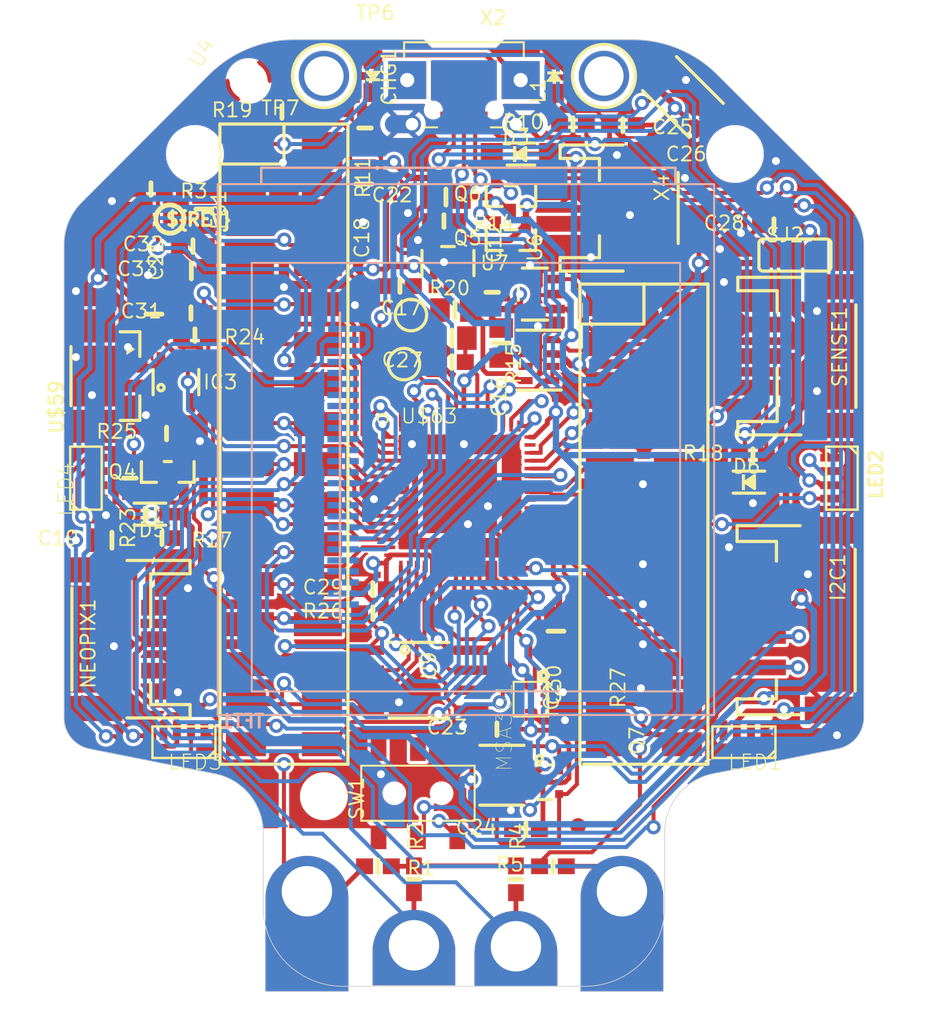
<source format=kicad_pcb>
(kicad_pcb (version 20221018) (generator pcbnew)
  (layers (0 "F.Cu" signal) (31 "B.Cu" signal) (34 "B.Paste" user) (35 "F.Paste" user) (36 "B.SilkS" user "B.Silkscreen") (37 "F.SilkS" user "F.Silkscreen") (38 "B.Mask" user) (39 "F.Mask" user) (44 "Edge.Cuts" user))
  (net 0 "")
  (net 1 "GND")
  (net 2 "MOSI")
  (net 3 "MISO")
  (net 4 "SCK")
  (net 5 "A5")
  (net 6 "A4")
  (net 7 "A3")
  (net 8 "A2")
  (net 9 "A1")
  (net 10 "D11")
  (net 11 "D12")
  (net 12 "+3V3")
  (net 13 "VBUS")
  (net 14 "VBAT")
  (net 15 "A0")
  (net 16 "SCL")
  (net 17 "SDA")
  (net 18 "D9")
  (net 19 "D6")
  (net 20 "D5")
  (net 21 "TX")
  (net 22 "RX")
  (net 23 "D10")
  (net 24 "D+")
  (net 25 "D-")
  (net 26 "~{RESET}")
  (net 27 "SWCLK")
  (net 28 "SWDIO")
  (net 29 "TFT_CS")
  (net 30 "EN")
  (net 31 "V+")
  (net 32 "SPKR+")
  (net 33 "SPKR-")
  (net 34 "ON/OFF")
  (net 35 "D4")
  (net 36 "TFT_DC")
  (net 37 "D8_NEOPIX")
  (net 38 "VCC")
  (net 39 "N$3")
  (net 40 "D13_JACDAC")
  (net 41 "N$4")
  (net 42 "CHG_LED1")
  (net 43 "CHG_RATE1")
  (net 44 "N$5")
  (net 45 "D3_A9")
  (net 46 "D7_LISIRQ")
  (net 47 "D3")
  (net 48 "D2")
  (net 49 "QSPI_DATA[0]")
  (net 50 "QSPI_DATA[1]")
  (net 51 "QSPI_SCK")
  (net 52 "QSPI_CS")
  (net 53 "QSPI_DATA[2]")
  (net 54 "QSPI_DATA[3]")
  (net 55 "VDDCORE2")
  (net 56 "AVCC")
  (net 57 "D2_A8")
  (net 58 "A7_LIGHT")
  (net 59 "TFT_SCK")
  (net 60 "TFT_MOSI")
  (net 61 "TFT_RST")
  (net 62 "TFT_LITE")
  (net 63 "N$12")
  (net 64 "N$13")
  (net 65 "N$14")
  (net 66 "A6_VMEAS")
  (net 67 "SPKR_EN")
  (net 68 "SCL_3V")
  (net 69 "SDA_3V")
  (net 70 "N$1")
  (net 71 "CAP_PIN")
  (net 72 "N$2")
  (net 73 "N$6")
  (net 74 "N$7")
  (net 75 "N$8")
  (footprint "" (layer "F.Cu") (at 157.391162 122.986601)
    (fp_text reference "@HOLE0" hide)
    (fp_text value "")
  )
  (footprint "working:0603-NO" (layer "F.Cu") (at 168.186162 86.728101 180)
    (fp_text reference "C28")
    (fp_text value "1uF")
  )
  (footprint "working:0805-NO" (layer "F.Cu") (at 142.151162 84.124601 -90)
    (fp_text reference "C18")
    (fp_text value "10uF")
  )
  (footprint "working:0805-NO" (layer "F.Cu") (at 154.343162 112.509101 -90)
    (fp_text reference "C30")
    (fp_text value "10uF")
  )
  (footprint "working:PCB_ALLI_LONG" (layer "F.Cu") (at 138.531662 128.511101 180)
    (fp_text reference "TP3" hide)
    (fp_text value "SEWTAP_ALLILONG" hide)
  )
  (footprint "working:TESTPOINT_ROUND_1.5MM" (layer "F.Cu") (at 145.135662 92.443101)
    (fp_text reference "TP6")
    (fp_text value "")
  )
  (footprint "working:MOUNTINGHOLE_2.5_PLATED" (layer "F.Cu") (at 139.611162 77.266601 180)
    (fp_text reference "U$32" hide)
    (fp_text value "MOUNTINGHOLE2.5" hide)
  )
  (footprint "working:53398-0271" (layer "F.Cu") (at 126.339662 96.316601 90)
    (fp_text reference "U$59")
    (fp_text value "CON_MOLEX_2P")
  )
  (footprint "" (layer "F.Cu") (at 131.419662 82.219601)
    (fp_text reference "@HOLE2" hide)
    (fp_text value "")
  )
  (footprint "working:0603-NO" (layer "F.Cu") (at 154.152662 127.431601 180)
    (fp_text reference "R5")
    (fp_text value "1M")
  )
  (footprint "working:HALLOWINGM4_BACK" (layer "F.Cu") (at 123.101162 135.051601)
    (fp_text reference "U$1" hide)
    (fp_text value "" hide)
    (fp_line (start 0 -17.060862) (end 0 -47.039918) (stroke (width 0.05)) (layer "Edge.Cuts"))
    (fp_line (start 1.08754 -49.731009) (end 9.197134 -57.858584) (stroke (width 0.05)) (layer "Edge.Cuts"))
    (fp_line (start 9.58064 -13.48659) (end 1.611165 -15.067709) (stroke (width 0.05)) (layer "Edge.Cuts"))
    (fp_line (start 12.6492 -5.0038) (end 12.6492 -9.749431) (stroke (width 0.05)) (layer "Edge.Cuts"))
    (fp_line (start 14.591253 -60.0964) (end 22.86 -60.0964) (stroke (width 0.05)) (layer "Edge.Cuts"))
    (fp_line (start 22.86 -60.0964) (end 23.368 -59.5884) (stroke (width 0.05)) (layer "Edge.Cuts"))
    (fp_line (start 23.368 -59.5884) (end 27.432 -59.5884) (stroke (width 0.05)) (layer "Edge.Cuts"))
    (fp_line (start 27.432 -59.5884) (end 27.94 -60.0964) (stroke (width 0.05)) (layer "Edge.Cuts"))
    (fp_line (start 27.94 -60.0964) (end 36.117034 -60.0964) (stroke (width 0.05)) (layer "Edge.Cuts"))
    (fp_line (start 33.02 0) (end 17.78 0) (stroke (width 0.05)) (layer "Edge.Cuts"))
    (fp_line (start 38.1508 -9.75274) (end 38.1508 -5.0038) (stroke (width 0.05)) (layer "Edge.Cuts"))
    (fp_line (start 41.499218 -57.870515) (end 49.63029 -49.757434) (stroke (width 0.05)) (layer "Edge.Cuts"))
    (fp_line (start 49.11649 -15.06519) (end 41.215481 -13.489131) (stroke (width 0.05)) (layer "Edge.Cuts"))
    (fp_line (start 50.8 -47.060375) (end 50.8 -17.057575) (stroke (width 0.05)) (layer "Edge.Cuts"))
    (fp_arc (start 0 -47.039918) (mid 0.276512 -48.493469) (end 1.08754 -49.731009) (stroke (width 0.05)) (layer "Edge.Cuts"))
    (fp_arc (start 1.611165 -15.067709) (mid 0.448862 -15.775931) (end 0 -17.060863) (stroke (width 0.05)) (layer "Edge.Cuts"))
    (fp_arc (start 9.197134 -57.858584) (mid 11.671307 -59.514747) (end 14.591253 -60.0964) (stroke (width 0.05)) (layer "Edge.Cuts"))
    (fp_arc (start 9.58064 -13.48659) (mid 11.78377 -12.167199) (end 12.6492 -9.749431) (stroke (width 0.05)) (layer "Edge.Cuts"))
    (fp_arc (start 17.78 0) (mid 14.178279 -1.439277) (end 12.6492 -5.0038) (stroke (width 0.05)) (layer "Edge.Cuts"))
    (fp_arc (start 36.117034 -60.0964) (mid 39.029184 -59.517975) (end 41.499218 -57.870515) (stroke (width 0.05)) (layer "Edge.Cuts"))
    (fp_arc (start 38.1508 -9.75274) (mid 39.014974 -12.168982) (end 41.215481 -13.489131) (stroke (width 0.05)) (layer "Edge.Cuts"))
    (fp_arc (start 38.1508 -5.0038) (mid 36.621721 -1.439277) (end 33.02 0) (stroke (width 0.05)) (layer "Edge.Cuts"))
    (fp_arc (start 49.63029 -49.757434) (mid 50.483773 -48.525408) (end 50.8 -47.060375) (stroke (width 0.05)) (layer "Edge.Cuts"))
    (fp_arc (start 50.8 -17.057575) (mid 50.314284 -15.760539) (end 49.116489 -15.065189) (stroke (width 0.05)) (layer "Edge.Cuts"))
  )
  (footprint "working:0603-NO" (layer "F.Cu") (at 131.165662 92.316101 180)
    (fp_text reference "C31")
    (fp_text value "0.1uF")
  )
  (footprint "working:0603-NO" (layer "F.Cu") (at 129.616262 99.961501 180)
    (fp_text reference "R25")
    (fp_text value "100K")
  )
  (footprint "working:CHIPLED_0805_NOOUTLINE" (layer "F.Cu") (at 142.722662 77.266601 180)
    (fp_text reference "CHG1")
    (fp_text value "ORANGE")
  )
  (footprint "working:CHIPLED_0805_NOOUTLINE" (layer "F.Cu") (at 154.239662 77.308101)
    (fp_text reference "L1")
    (fp_text value "RED")
  )
  (footprint "working:BTN_KMR2_4.6X2.8" (layer "F.Cu") (at 162.407662 78.600101 135)
    (fp_text reference "SW3" hide)
    (fp_text value "SPST_TACT-EVQQ2" hide)
  )
  (footprint "working:0603-NO" (layer "F.Cu") (at 142.214662 80.568601 -90)
    (fp_text reference "R11")
    (fp_text value "1K")
  )
  (footprint "working:0603-NO" (layer "F.Cu") (at 150.596662 118.732101 180)
    (fp_text reference "C23")
    (fp_text value "1uF")
  )
  (footprint "working:0603-NO" (layer "F.Cu") (at 131.419662 93.713101)
    (fp_text reference "R24")
    (fp_text value "47K")
  )
  (footprint "working:0603-NO" (layer "F.Cu") (at 145.326162 128.257101 90)
    (fp_text reference "R2")
    (fp_text value "1M")
  )
  (footprint "working:0805-NO" (layer "F.Cu") (at 131.191062 89.636401 180)
    (fp_text reference "C33")
    (fp_text value "10µF")
  )
  (footprint "working:0603-NO" (layer "F.Cu") (at 127.292162 102.793601 -90)
    (fp_text reference "R23")
    (fp_text value "10")
  )
  (footprint "working:SOT23-R" (layer "F.Cu") (at 151.485662 84.886601 180)
    (fp_text reference "Q6")
    (fp_text value "DMG3405")
  )
  (footprint "working:0603-NO" (layer "F.Cu") (at 131.292662 88.061601 180)
    (fp_text reference "C32")
    (fp_text value "1uF")
  )
  (footprint "working:0603-NO" (layer "F.Cu") (at 143.040162 127.431601)
    (fp_text reference "R1")
    (fp_text value "1M")
  )
  (footprint "working:0805-NO" (layer "F.Cu") (at 128.816162 92.379601 90)
    (fp_text reference "C21")
    (fp_text value "10uF")
  )
  (footprint "working:WS2812B_4020" (layer "F.Cu") (at 130.721162 119.557601 180)
    (fp_text reference "LED3")
    (fp_text value "WS2812B_4020")
  )
  (footprint "working:0805-NO" (layer "F.Cu") (at 147.358162 84.950101 180)
    (fp_text reference "C22")
    (fp_text value "10µF")
  )
  (footprint "" (layer "F.Cu") (at 165.709662 82.219601)
    (fp_text reference "@HOLE3" hide)
    (fp_text value "")
  )
  (footprint "working:0603-NO" (layer "F.Cu") (at 136.944162 79.552601 180)
    (fp_text reference "R19")
    (fp_text value "10K")
  )
  (footprint "working:SOT23-5" (layer "F.Cu") (at 147.485162 89.141101)
    (fp_text reference "U7")
    (fp_text value "MCP73831T-2ACI/OT")
  )
  (footprint "working:SOIC8_208MIL" (layer "F.Cu") (at 145.643662 115.620601 -90)
    (fp_text reference "U9")
    (fp_text value "GD25Q64")
  )
  (footprint "working:FIDUCIAL_1MM" (layer "F.Cu") (at 128.117662 82.854601 180)
    (fp_text reference "U$34" hide)
    (fp_text value "FIDUCIAL_1MM" hide)
  )
  (footprint "working:WS2812B_4020" (layer "F.Cu") (at 172.504162 102.793601 -90)
    (fp_text reference "LED2")
    (fp_text value "WS2812B_4020")
  )
  (footprint "working:0603-NO" (layer "F.Cu") (at 142.722662 111.366101 180)
    (fp_text reference "R26")
    (fp_text value "100K")
  )
  (footprint "working:FEATHERWING_SMT_NOHOLES" (layer "F.Cu") (at 137.071162 75.234601 -90)
    (fp_text reference "MS2" hide)
    (fp_text value "FEATHERWING_SMTDUALNOHOLES" hide)
  )
  (footprint "working:PCB_ALLI" (layer "F.Cu") (at 151.803162 132.003601 180)
    (fp_text reference "TP28" hide)
    (fp_text value "SEWTAPPCB_ALLIGATOR" hide)
  )
  (footprint "working:0603-NO" (layer "F.Cu") (at 128.625662 84.442101)
    (fp_text reference "R3")
    (fp_text value "10K")
  )
  (footprint "working:ALS-PT26-21C" (layer "F.Cu") (at 134.827978 77.576398 30)
    (fp_text reference "U4")
    (fp_text value "ALS-PT21" hide)
  )
  (footprint "working:SOT23-6" (layer "F.Cu") (at 130.213162 96.697601)
    (fp_text reference "IC3")
    (fp_text value "PAM8301")
  )
  (footprint "working:0603-NO" (layer "F.Cu") (at 129.324162 106.603601)
    (fp_text reference "R17")
    (fp_text value "1K")
  )
  (footprint "working:0603-NO" (layer "F.Cu") (at 142.722662 109.842101 180)
    (fp_text reference "C29")
    (fp_text value "1uF")
  )
  (footprint "working:RESPACK_4X0603" (layer "F.Cu") (at 150.914162 121.653101 -90)
    (fp_text reference "R27")
    (fp_text value "10K")
  )
  (footprint "working:SOT363" (layer "F.Cu") (at 153.644662 122.097601 -90)
    (fp_text reference "Q7")
    (fp_text value "BSS138")
  )
  (footprint "working:WS2812B_4020" (layer "F.Cu") (at 124.498162 102.793601 90)
    (fp_text reference "LED4")
    (fp_text value "WS2812B_4020")
  )
  (footprint "working:SOT23-WIDE" (layer "F.Cu") (at 129.692462 102.399901 180)
    (fp_text reference "Q4")
    (fp_text value "BSS138")
  )
  (footprint "" (layer "F.Cu") (at 139.611162 122.986601)
    (fp_text reference "@HOLE1" hide)
    (fp_text value "")
  )
  (footprint "working:SOT23-R" (layer "F.Cu") (at 151.485662 87.680601 180)
    (fp_text reference "Q5")
    (fp_text value "DMG3405")
  )
  (footprint "working:JSTPH4" (layer "F.Cu") (at 170.345162 111.810601 -90)
    (fp_text reference "I2C1")
    (fp_text value "JST PH 4")
  )
  (footprint "working:SOLDERJUMPER_2WAY_OPEN_NOPASTE" (layer "F.Cu") (at 169.519662 88.633101)
    (fp_text reference "SJ2")
    (fp_text value "")
  )
  (footprint "working:SOT23-5" (layer "F.Cu") (at 153.009662 91.109601 90)
    (fp_text reference "U6")
    (fp_text value "AP2112-3.3")
  )
  (footprint "working:PCB_ALLI_LONG" (layer "F.Cu") (at 158.534162 128.511101 180)
    (fp_text reference "TP29" hide)
    (fp_text value "SEWTAP_ALLILONG" hide)
  )
  (footprint "working:SOD-323" (layer "F.Cu") (at 166.598662 103.047601)
    (fp_text reference "D6")
    (fp_text value "3.6V")
  )
  (footprint "working:0805-NO" (layer "F.Cu") (at 131.991162 85.712101 -90)
    (fp_text reference "FB1")
    (fp_text value "Ferrite")
  )
  (footprint "working:0603-NO" (layer "F.Cu") (at 147.231162 86.474101)
    (fp_text reference "R14")
    (fp_text value "4.7K")
  )
  (footprint "working:FIDUCIAL_1MM" (layer "F.Cu") (at 155.747162 124.875301 180)
    (fp_text reference "U$35" hide)
    (fp_text value "FIDUCIAL_1MM" hide)
  )
  (footprint "working:0603-NO" (layer "F.Cu") (at 150.296162 90.995101 90)
    (fp_text reference "C12")
    (fp_text value "1uF")
  )
  (footprint "working:LGA12_2X2MM" (layer "F.Cu") (at 152.755662 116.827101 -90)
    (fp_text reference "IC2")
    (fp_text value "MSA301")
  )
  (footprint "working:TESTPOINT_ROUND_1.5MM" (layer "F.Cu") (at 144.691162 95.554601)
    (fp_text reference "TP7")
    (fp_text value "")
  )
  (footprint "working:PCB_ALLI" (layer "F.Cu") (at 145.326162 131.940101 180)
    (fp_text reference "TP4" hide)
    (fp_text value "SEWTAPPCB_ALLIGATOR" hide)
  )
  (footprint "working:0603-NO" (layer "F.Cu") (at 155.422662 80.314601 180)
    (fp_text reference "R10")
    (fp_text value "2.2K")
  )
  (footprint "working:JSTPH3" (layer "F.Cu") (at 127.609662 113.017101 90)
    (fp_text reference "NEOPIX1")
    (fp_text value "JST PH 3")
  )
  (footprint "working:WS2812B_4020" (layer "F.Cu") (at 166.281162 119.557601 180)
    (fp_text reference "LED1")
    (fp_text value "WS2812B_4020")
  )
  (footprint "working:0603-NO" (layer "F.Cu") (at 147.739162 95.427601 180)
    (fp_text reference "C27")
    (fp_text value "1uF")
  )
  (footprint "working:SOD-123" (layer "F.Cu") (at 152.120662 82.219601)
    (fp_text reference "D3")
    (fp_text value "MBR0540")
  )
  (footprint "working:0805-NO" (layer "F.Cu") (at 150.865662 94.217601 -90)
    (fp_text reference "C16")
    (fp_text value "10µF")
  )
  (footprint "working:SOD-323" (layer "F.Cu") (at 128.562162 105.079601 180)
    (fp_text reference "D5")
    (fp_text value "3.6V")
  )
  (footprint "working:0805-NO" (layer "F.Cu") (at 147.739162 93.903601 180)
    (fp_text reference "C26")
    (fp_text value "10uF")
  )
  (footprint "working:PQFN64-1" (layer "F.Cu") (at 148.247162 103.936601)
    (fp_text reference "U$63")
    (fp_text value "ATSAMD51J19")
  )
  (footprint "working:EG1390" (layer "F.Cu") (at 145.580162 122.796101)
    (fp_text reference "SW1")
    (fp_text value "")
  )
  (footprint "working:JSTPH3" (layer "F.Cu") (at 169.392662 95.046601 -90)
    (fp_text reference "SENSE1")
    (fp_text value "JST PH 3")
  )
  (footprint "working:RESPACK_4X0603" (layer "F.Cu") (at 153.263662 95.300601 90)
    (fp_text reference "R15")
    (fp_text value "100K")
  )
  (footprint "working:0603-NO" (layer "F.Cu") (at 158.597662 80.378101)
    (fp_text reference "C25")
    (fp_text value "0.1uF")
  )
  (footprint "working:0805-NO" (layer "F.Cu") (at 126.149162 106.730601 180)
    (fp_text reference "C19")
    (fp_text value "10uF")
  )
  (footprint "working:0603-NO" (layer "F.Cu") (at 166.852662 101.333101 180)
    (fp_text reference "R18")
    (fp_text value "1K")
  )
  (footprint "working:0603-NO" (layer "F.Cu") (at 151.803162 128.257101 90)
    (fp_text reference "R4")
    (fp_text value "1M")
  )
  (footprint "working:4UCONN_20329_V2" (layer "F.Cu") (at 148.501162 79.425601 180)
    (fp_text reference "X2")
    (fp_text value "microUSB")
  )
  (footprint "working:JSTPH2" (layer "F.Cu") (at 159.105662 85.648601 -90)
    (fp_text reference "X4")
    (fp_text value "JSTPH")
  )
  (footprint "working:0603-NO" (layer "F.Cu") (at 144.437162 90.601601)
    (fp_text reference "R20")
    (fp_text value "10K")
  )
  (footprint "working:0805-NO" (layer "F.Cu") (at 147.929662 92.125601 180)
    (fp_text reference "C17")
    (fp_text value "10µF")
  )
  (footprint "working:MOUNTINGHOLE_2.5_PLATED" (layer "F.Cu") (at 157.391162 77.266601 180)
    (fp_text reference "U$31" hide)
    (fp_text value "MOUNTINGHOLE2.5" hide)
  )
  (footprint "working:0603-NO" (layer "F.Cu") (at 152.438162 125.082101 180)
    (fp_text reference "C24")
    (fp_text value "1uF")
  )
  (footprint "working:PCBFEAT-REV-040" (layer "F.Cu") (at 129.832162 86.347101)
    (fp_text reference "U$79" hide)
    (fp_text value "" hide)
  )
  (footprint "working:TFT_1.54IN_240X240_HANDSOLDER" (layer "B.Cu") (at 148.628162 100.190101)
    (fp_text reference "TFT1")
    (fp_text value "DISP_LCD_GENERIC_SPITFT_VDDIO_1.54_240X240_HANDSOLDER")
  )
  (footprint "working:HALLOWINGM4_FRONT" (layer "B.Cu") (at 173.901162 135.051601 180)
    (fp_text reference "U$2" hide)
    (fp_text value "" hide)
  )
  (segment (start 152.413662 94.900601) (end 151.132662 94.900601) (width 0.254) (layer "F.Cu") (net 1))
  (segment (start 153.005662 117.577101) (end 153.005662 117.966101) (width 0.2032) (layer "F.Cu") (net 1))
  (segment (start 150.886862 89.554401) (end 150.296162 90.145101) (width 0.254) (layer "F.Cu") (net 1))
  (segment (start 147.484962 91.744801) (end 147.104162 92.125601) (width 0.254) (layer "F.Cu") (net 1))
  (segment (start 147.485162 87.070101) (end 147.485162 88.823601) (width 0.254) (layer "F.Cu") (net 1))
  (segment (start 154.309762 91.109601) (end 154.246262 91.173101) (width 0.254) (layer "F.Cu") (net 1))
  (segment (start 147.485162 88.823601) (end 147.231162 89.077601) (width 0.254) (layer "F.Cu") (net 1))
  (segment (start 157.747662 80.378101) (end 157.747662 81.814101) (width 0.3048) (layer "F.Cu") (net 1))
  (segment (start 147.995662 86.474101) (end 146.471662 84.950101) (width 0.254) (layer "F.Cu") (net 1))
  (segment (start 141.872662 109.861626) (end 141.004962 110.729326) (width 0.254) (layer "F.Cu") (net 1))
  (segment (start 153.947962 117.222301) (end 154.787662 116.382601) (width 0.2032) (layer "F.Cu") (net 1))
  (segment (start 147.995662 86.474101) (end 148.081162 86.474101) (width 0.254) (layer "F.Cu") (net 1))
  (segment (start 148.081162 86.474101) (end 147.485162 87.070101) (width 0.254) (layer "F.Cu") (net 1))
  (segment (start 152.660962 89.554401) (end 150.886862 89.554401) (width 0.254) (layer "F.Cu") (net 1))
  (segment (start 147.485162 90.441201) (end 147.484962 90.441401) (width 0.254) (layer "F.Cu") (net 1))
  (segment (start 155.549662 114.665601) (end 155.549662 114.858597) (width 0.254) (layer "F.Cu") (net 1))
  (segment (start 147.104162 92.125601) (end 146.979662 92.125601) (width 0.254) (layer "F.Cu") (net 1))
  (segment (start 133.134162 110.667601) (end 133.066862 110.600301) (width 0.254) (layer "F.Cu") (net 1))
  (segment (start 154.246262 91.173101) (end 153.136662 91.173101) (width 0.254) (layer "F.Cu") (net 1))
  (segment (start 153.738712 118.037601) (end 153.947962 117.828351) (width 0.2032) (layer "F.Cu") (net 1))
  (segment (start 153.005662 117.966101) (end 153.077162 118.037601) (width 0.2032) (layer "F.Cu") (net 1))
  (segment (start 128.766262 99.961501) (end 128.742462 99.985301) (width 0.254) (layer "F.Cu") (net 1))
  (segment (start 127.292162 105.079601) (end 127.860462 104.511301) (width 0.254) (layer "F.Cu") (net 1))
  (segment (start 128.742462 99.985301) (end 128.742462 101.399901) (width 0.254) (layer "F.Cu") (net 1))
  (segment (start 128.181162 104.190601) (end 128.562162 104.190601) (width 0.254) (layer "F.Cu") (net 1))
  (segment (start 127.860462 104.511301) (end 127.928937 104.511301) (width 0.254) (layer "F.Cu") (net 1))
  (segment (start 128.122362 104.249401) (end 128.181162 104.190601) (width 0.254) (layer "F.Cu") (net 1))
  (segment (start 127.928937 104.511301) (end 128.122362 104.317876) (width 0.254) (layer "F.Cu") (net 1))
  (segment (start 141.872662 109.842101) (end 141.872662 109.861626) (width 0.254) (layer "F.Cu") (net 1))
  (segment (start 151.132662 94.900601) (end 150.865662 95.167601) (width 0.254) (layer "F.Cu") (net 1))
  (segment (start 153.073162 89.966601) (end 153.073162 91.109601) (width 0.254) (layer "F.Cu") (net 1))
  (segment (start 153.323637 118.037601) (end 153.446637 118.160601) (width 0.2032) (layer "F.Cu") (net 1))
  (segment (start 158.216662 82.283101) (end 157.747662 81.814101) (width 0.3048) (layer "F.Cu") (net 1))
  (segment (start 147.484962 90.441401) (end 147.484962 91.744801) (width 0.254) (layer "F.Cu") (net 1))
  (segment (start 153.947962 117.828351) (end 153.947962 117.222301) (width 0.2032) (layer "F.Cu") (net 1))
  (segment (start 153.136662 91.173101) (end 153.073162 91.109601) (width 0.254) (layer "F.Cu") (net 1))
  (segment (start 128.122362 104.317876) (end 128.122362 104.249401) (width 0.254) (layer "F.Cu") (net 1))
  (segment (start 146.408162 84.950101) (end 146.471662 84.950101) (width 0.254) (layer "F.Cu") (net 1))
  (segment (start 141.004962 110.729326) (end 141.004962 110.900201) (width 0.254) (layer "F.Cu") (net 1))
  (segment (start 153.077162 118.037601) (end 153.738712 118.037601) (width 0.2032) (layer "F.Cu") (net 1))
  (segment (start 153.073162 89.966601) (end 152.660962 89.554401) (width 0.254) (layer "F.Cu") (net 1))
  (via (at 128.308162 98.793101) (size 0.9064) (drill 0.5) (layers "F.Cu" "B.Cu") (net 1))
  (via (at 168.313162 82.664101) (size 0.9064) (drill 0.5) (layers "F.Cu" "B.Cu") (net 1))
  (via (at 145.580162 87.680601) (size 0.9064) (drill 0.5) (layers "F.Cu" "B.Cu") (net 1))
  (via (at 145.199162 100.634601) (size 0.9064) (drill 0.5) (layers "F.Cu" "B.Cu") (net 1))
  (via (at 137.071162 90.665101) (size 0.9064) (drill 0.5) (layers "F.Cu" "B.Cu") (net 1))
  (via (at 127.165162 94.475101) (size 0.9064) (drill 0.5) (layers "F.Cu" "B.Cu") (net 1))
  (via (at 141.579662 91.808101) (size 0.9064) (drill 0.5) (layers "F.Cu" "B.Cu") (net 1))
  (via (at 148.501162 100.634601) (size 0.9064) (drill 0.5) (layers "F.Cu" "B.Cu") (net 1))
  (via (at 162.598162 77.520601) (size 0.9064) (drill 0.5) (layers "F.Cu" "B.Cu") (net 1))
  (via (at 152.692162 89.268101) (size 0.9064) (drill 0.5) (layers "F.Cu" "B.Cu") (net 1))
  (via (at 151.485662 123.875601) (size 0.9064) (drill 0.5) (layers "F.Cu" "B.Cu") (net 1))
  (via (at 170.916662 92.189101) (size 0.9064) (drill 0.5) (layers "F.Cu" "B.Cu") (net 1))
  (via (at 128.435162 89.903101) (size 0.9064) (drill 0.5) (layers "F.Cu" "B.Cu") (net 1))
  (via (at 166.852662 104.381101) (size 0.9064) (drill 0.5) (layers "F.Cu" "B.Cu") (net 1))
  (via (at 126.149162 85.204101) (size 0.9064) (drill 0.5) (layers "F.Cu" "B.Cu") (net 1))
  (via (at 150.025162 104.571601) (size 0.9064) (drill 0.5) (layers "F.Cu" "B.Cu") (net 1))
  (via (at 144.373662 117.017601) (size 0.9064) (drill 0.5) (layers "F.Cu" "B.Cu") (net 1))
  (via (at 144.945162 85.966101) (size 0.9064) (drill 0.5) (layers "F.Cu" "B.Cu") (net 1))
  (via (at 170.916662 97.269101) (size 0.9064) (drill 0.5) (layers "F.Cu" "B.Cu") (net 1))
  (via (at 142.087662 86.537601) (size 0.9064) (drill 0.5) (layers "F.Cu" "B.Cu") (net 1))
  (via (at 147.231162 89.077601) (size 0.9064) (drill 0.5) (layers "F.Cu" "B.Cu") (net 1))
  (via (at 162.534662 83.743601) (size 0.9064) (drill 0.5) (layers "F.Cu" "B.Cu") (net 1))
  (via (at 159.867662 113.334601) (size 0.9064) (drill 0.5) (layers "F.Cu" "B.Cu") (net 1))
  (via (at 154.914662 118.160601) (size 0.9064) (drill 0.5) (layers "F.Cu" "B.Cu") (net 1))
  (via (at 154.787662 116.382601) (size 0.9064) (drill 0.5) (layers "F.Cu" "B.Cu") (net 1))
  (via (at 125.768162 105.143101) (size 0.9064) (drill 0.5) (layers "F.Cu" "B.Cu") (net 1))
  (via (at 123.863162 90.919101) (size 0.9064) (drill 0.5) (layers "F.Cu" "B.Cu") (net 1))
  (via (at 153.200162 93.141601) (size 0.9064) (drill 0.5) (layers "F.Cu" "B.Cu") (net 1))
  (via (at 123.863162 95.110101) (size 0.9064) (drill 0.5) (layers "F.Cu" "B.Cu") (net 1))
  (via (at 159.042162 86.093101) (size 0.9064) (drill 0.5) (layers "F.Cu" "B.Cu") (net 1))
  (via (at 158.216662 82.283101) (size 0.9064) (drill 0.5) (layers "F.Cu" "B.Cu") (net 1))
  (via (at 159.867662 108.254601) (size 0.9064) (drill 0.5) (layers "F.Cu" "B.Cu") (net 1))
  (via (at 131.737162 100.444101) (size 0.9064) (drill 0.5) (layers "F.Cu" "B.Cu") (net 1))
  (via (at 165.328662 107.175101) (size 0.9064) (drill 0.5) (layers "F.Cu" "B.Cu") (net 1))
  (via (at 148.437662 118.541601) (size 0.9064) (drill 0.5) (layers "F.Cu" "B.Cu") (net 1))
  (via (at 159.867662 103.174601) (size 0.9064) (drill 0.5) (layers "F.Cu" "B.Cu") (net 1))
  (via (at 142.786162 104.127101) (size 0.9064) (drill 0.5) (layers "F.Cu" "B.Cu") (net 1))
  (via (at 137.007662 82.765701) (size 0.9064) (drill 0.5) (layers "F.Cu" "B.Cu") (net 1))
  (via (at 164.757162 88.252101) (size 0.9064) (drill 0.5) (layers "F.Cu" "B.Cu") (net 1))
  (via (at 143.230662 121.589601) (size 0.9064) (drill 0.5) (layers "F.Cu" "B.Cu") (net 1))
  (via (at 130.975162 109.778601) (size 0.9064) (drill 0.5) (layers "F.Cu" "B.Cu") (net 1))
  (via (at 126.276162 113.461601) (size 0.9064) (drill 0.5) (layers "F.Cu" "B.Cu") (net 1))
  (via (at 124.879162 97.523101) (size 0.9064) (drill 0.5) (layers "F.Cu" "B.Cu") (net 1))
  (via (at 156.565662 88.760101) (size 0.9064) (drill 0.5) (layers "F.Cu" "B.Cu") (net 1))
  (via (at 159.740662 116.128601) (size 0.9064) (drill 0.5) (layers "F.Cu" "B.Cu") (net 1))
  (via (at 165.011162 90.347601) (size 0.9064) (drill 0.5) (layers "F.Cu" "B.Cu") (net 1))
  (via (at 159.867662 110.794601) (size 0.9064) (drill 0.5) (layers "F.Cu" "B.Cu") (net 1))
  (via (at 172.186662 119.113101) (size 0.9064) (drill 0.5) (layers "F.Cu" "B.Cu") (net 1))
  (via (at 130.340162 116.382601) (size 0.9064) (drill 0.5) (layers "F.Cu" "B.Cu") (net 1))
  (via (at 166.090662 87.236101) (size 0.9064) (drill 0.5) (layers "F.Cu" "B.Cu") (net 1))
  (via (at 170.345162 108.889601) (size 0.9064) (drill 0.5) (layers "F.Cu" "B.Cu") (net 1))
  (via (at 148.755162 105.714601) (size 0.9064) (drill 0.5) (layers "F.Cu" "B.Cu") (net 1))
  (segment (start 138.595162 107.238601) (end 138.032825 107.238601) (width 0.4064) (layer "B.Cu") (net 1))
  (segment (start 138.595162 110.413601) (end 138.595162 107.238601) (width 0.4064) (layer "B.Cu") (net 1))
  (segment (start 138.032825 107.238601) (end 137.427225 106.633001) (width 0.4064) (layer "B.Cu") (net 1))
  (segment (start 131.766562 108.787538) (end 131.766562 108.987201) (width 0.4064) (layer "B.Cu") (net 1))
  (segment (start 133.9505 106.603601) (end 131.766562 108.787538) (width 0.4064) (layer "B.Cu") (net 1))
  (segment (start 136.309162 106.603601) (end 133.9505 106.603601) (width 0.4064) (layer "B.Cu") (net 1))
  (segment (start 140.828162 110.815101) (end 138.996662 110.815101) (width 0.4064) (layer "B.Cu") (net 1))
  (segment (start 136.338562 106.633001) (end 136.309162 106.603601) (width 0.4064) (layer "B.Cu") (net 1))
  (segment (start 138.996662 110.815101) (end 138.595162 110.413601) (width 0.4064) (layer "B.Cu") (net 1))
  (segment (start 137.427225 106.633001) (end 136.338562 106.633001) (width 0.4064) (layer "B.Cu") (net 1))
  (segment (start 131.766562 108.987201) (end 130.975162 109.778601) (width 0.4064) (layer "B.Cu") (net 1))
  (segment (start 152.635671 97.903714) (end 153.436262 97.903714) (width 0.254) (layer "F.Cu") (net 2))
  (segment (start 151.497162 99.042223) (end 152.635671 97.903714) (width 0.254) (layer "F.Cu") (net 2))
  (segment (start 151.497162 99.486601) (end 151.497162 99.042223) (width 0.254) (layer "F.Cu") (net 2))
  (segment (start 137.071162 109.524601) (end 134.912162 109.524601) (width 0.254) (layer "F.Cu") (net 2))
  (segment (start 139.230162 109.524601) (end 137.071162 109.524601) (width 0.254) (layer "F.Cu") (net 2))
  (via (at 137.071162 109.524601) (size 0.9064) (drill 0.5) (layers "F.Cu" "B.Cu") (net 2))
  (via (at 153.436262 97.903714) (size 0.9064) (drill 0.5) (layers "F.Cu" "B.Cu") (net 2))
  (segment (start 137.071162 109.524601) (end 137.071162 110.249076) (width 0.254) (layer "B.Cu") (net 2))
  (segment (start 138.294387 111.472301) (end 137.071162 110.249076) (width 0.254) (layer "B.Cu") (net 2))
  (segment (start 152.171462 98.660514) (end 152.171462 99.36572) (width 0.254) (layer "B.Cu") (net 2))
  (segment (start 145.126162 108.305494) (end 141.959356 111.472301) (width 0.254) (layer "B.Cu") (net 2))
  (segment (start 152.928262 97.903714) (end 152.171462 98.660514) (width 0.254) (layer "B.Cu") (net 2))
  (segment (start 152.171462 99.36572) (end 145.126162 106.411019) (width 0.254) (layer "B.Cu") (net 2))
  (segment (start 141.959356 111.472301) (end 138.294387 111.472301) (width 0.254) (layer "B.Cu") (net 2))
  (segment (start 153.436262 97.903714) (end 152.928262 97.903714) (width 0.254) (layer "B.Cu") (net 2))
  (segment (start 145.126162 106.411019) (end 145.126162 108.305494) (width 0.254) (layer "B.Cu") (net 2))
  (segment (start 138.849162 111.683601) (end 137.071162 111.683601) (width 0.254) (layer "F.Cu") (net 3))
  (segment (start 135.293162 111.683601) (end 134.912162 112.064601) (width 0.254) (layer "F.Cu") (net 3))
  (segment (start 137.071162 111.683601) (end 135.293162 111.683601) (width 0.254) (layer "F.Cu") (net 3))
  (segment (start 139.230162 112.064601) (end 138.849162 111.683601) (width 0.254) (layer "F.Cu") (net 3))
  (segment (start 152.505843 99.486601) (end 151.997162 99.486601) (width 0.254) (layer "F.Cu") (net 3))
  (segment (start 152.989262 99.003183) (end 152.505843 99.486601) (width 0.254) (layer "F.Cu") (net 3))
  (via (at 137.071162 111.683601) (size 0.9064) (drill 0.5) (layers "F.Cu" "B.Cu") (net 3))
  (via (at 152.989262 99.003183) (size 0.9064) (drill 0.5) (layers "F.Cu" "B.Cu") (net 3))
  (segment (start 145.583362 106.600401) (end 145.583362 108.494876) (width 0.254) (layer "B.Cu") (net 3))
  (segment (start 142.148737 111.929501) (end 137.317062 111.929501) (width 0.254) (layer "B.Cu") (net 3))
  (segment (start 137.317062 111.929501) (end 137.071162 111.683601) (width 0.254) (layer "B.Cu") (net 3))
  (segment (start 153.073162 99.087083) (end 153.073162 99.110601) (width 0.254) (layer "B.Cu") (net 3))
  (segment (start 145.583362 108.494876) (end 142.148737 111.929501) (width 0.254) (layer "B.Cu") (net 3))
  (segment (start 153.073162 99.087083) (end 152.989262 99.003183) (width 0.254) (layer "B.Cu") (net 3))
  (segment (start 153.073162 99.110601) (end 145.583362 106.600401) (width 0.254) (layer "B.Cu") (net 3))
  (segment (start 137.071162 107.492601) (end 135.420162 107.492601) (width 0.254) (layer "F.Cu") (net 4))
  (segment (start 152.697162 102.686601) (end 154.539762 102.686601) (width 0.254) (layer "F.Cu") (net 4))
  (segment (start 135.420162 107.492601) (end 134.912162 106.984601) (width 0.254) (layer "F.Cu") (net 4))
  (segment (start 154.539762 102.686601) (end 154.625762 102.600601) (width 0.254) (layer "F.Cu") (net 4))
  (segment (start 138.722162 107.492601) (end 137.071162 107.492601) (width 0.254) (layer "F.Cu") (net 4))
  (segment (start 139.230162 106.984601) (end 138.722162 107.492601) (width 0.254) (layer "F.Cu") (net 4))
  (via (at 154.625762 102.600601) (size 0.9064) (drill 0.5) (layers "F.Cu" "B.Cu") (net 4))
  (via (at 137.071162 107.492601) (size 0.9064) (drill 0.5) (layers "F.Cu" "B.Cu") (net 4))
  (segment (start 142.320262 112.467001) (end 136.746662 112.467001) (width 0.254) (layer "B.Cu") (net 4))
  (segment (start 146.088162 107.004182) (end 146.088162 108.699101) (width 0.254) (layer "B.Cu") (net 4))
  (segment (start 137.071162 107.492601) (end 135.991662 108.572101) (width 0.254) (layer "B.Cu") (net 4))
  (segment (start 150.491743 102.600601) (end 154.625762 102.600601) (width 0.254) (layer "B.Cu") (net 4))
  (segment (start 135.991662 111.712001) (end 136.746662 112.467001) (width 0.254) (layer "B.Cu") (net 4))
  (segment (start 150.491743 102.600601) (end 146.088162 107.004182) (width 0.254) (layer "B.Cu") (net 4))
  (segment (start 135.991662 108.572101) (end 135.991662 111.712001) (width 0.254) (layer "B.Cu") (net 4))
  (segment (start 146.088162 108.699101) (end 142.320262 112.467001) (width 0.254) (layer "B.Cu") (net 4))
  (segment (start 134.912162 104.444601) (end 134.975662 104.508101) (width 0.254) (layer "F.Cu") (net 5))
  (segment (start 139.141262 104.533501) (end 137.083862 104.533501) (width 0.254) (layer "F.Cu") (net 5))
  (segment (start 137.058462 104.508101) (end 134.975662 104.508101) (width 0.254) (layer "F.Cu") (net 5))
  (segment (start 140.602662 129.019101) (end 138.531662 129.019101) (width 0.3048) (layer "F.Cu") (net 5))
  (segment (start 142.190162 127.431601) (end 140.602662 129.019101) (width 0.3048) (layer "F.Cu") (net 5))
  (segment (start 137.071162 127.558601) (end 138.531662 129.019101) (width 0.254) (layer "F.Cu") (net 5))
  (segment (start 143.797162 106.186601) (end 142.369162 106.186601) (width 0.254) (layer "F.Cu") (net 5))
  (segment (start 142.369162 106.186601) (end 140.627162 104.444601) (width 0.254) (layer "F.Cu") (net 5))
  (segment (start 137.083862 104.533501) (end 137.058462 104.508101) (width 0.254) (layer "F.Cu") (net 5))
  (segment (start 140.627162 104.444601) (end 139.230162 104.444601) (width 0.254) (layer "F.Cu") (net 5))
  (segment (start 139.230162 104.444601) (end 139.141262 104.533501) (width 0.254) (layer "F.Cu") (net 5))
  (segment (start 137.071162 120.954601) (end 137.071162 127.558601) (width 0.254) (layer "F.Cu") (net 5))
  (via (at 137.071162 120.954601) (size 0.9064) (drill 0.5) (layers "F.Cu" "B.Cu") (net 5))
  (via (at 137.058462 104.508101) (size 0.9064) (drill 0.5) (layers "F.Cu" "B.Cu") (net 5))
  (segment (start 128.752662 109.917182) (end 131.051362 107.618482) (width 0.254) (layer "B.Cu") (net 5))
  (segment (start 133.438962 118.846401) (end 135.547162 120.954601) (width 0.254) (layer "B.Cu") (net 5))
  (segment (start 136.677462 104.127101) (end 131.991162 104.127101) (width 0.254) (layer "B.Cu") (net 5))
  (segment (start 137.058462 104.508101) (end 136.677462 104.127101) (width 0.254) (layer "B.Cu") (net 5))
  (segment (start 131.991162 104.127101) (end 131.051362 105.066901) (width 0.254) (layer "B.Cu") (net 5))
  (segment (start 135.547162 120.954601) (end 137.071162 120.954601) (width 0.254) (layer "B.Cu") (net 5))
  (segment (start 128.752662 109.917182) (end 128.752662 117.387019) (width 0.254) (layer "B.Cu") (net 5))
  (segment (start 130.212044 118.846401) (end 133.438962 118.846401) (width 0.254) (layer "B.Cu") (net 5))
  (segment (start 130.212044 118.846401) (end 128.752662 117.387019) (width 0.254) (layer "B.Cu") (net 5))
  (segment (start 131.051362 105.066901) (end 131.051362 107.618482) (width 0.254) (layer "B.Cu") (net 5))
  (segment (start 141.541562 104.01392) (end 141.541562 103.356445) (width 0.254) (layer "F.Cu") (net 6))
  (segment (start 141.541562 103.356445) (end 140.089719 101.904601) (width 0.254) (layer "F.Cu") (net 6))
  (segment (start 134.912162 101.904601) (end 137.071162 101.904601) (width 0.254) (layer "F.Cu") (net 6))
  (segment (start 143.797162 105.186601) (end 142.714244 105.186601) (width 0.254) (layer "F.Cu") (net 6))
  (segment (start 137.071162 101.904601) (end 139.230162 101.904601) (width 0.254) (layer "F.Cu") (net 6))
  (segment (start 140.089719 101.904601) (end 139.230162 101.904601) (width 0.254) (layer "F.Cu") (net 6))
  (segment (start 145.326162 129.107101) (end 145.326162 132.448101) (width 0.3048) (layer "F.Cu") (net 6))
  (segment (start 142.714244 105.186601) (end 141.541562 104.01392) (width 0.254) (layer "F.Cu") (net 6))
  (via (at 137.071162 101.904601) (size 0.9064) (drill 0.5) (layers "F.Cu" "B.Cu") (net 6))
  (segment (start 139.509562 125.361501) (end 145.326162 131.178101) (width 0.254) (layer "B.Cu") (net 6))
  (segment (start 145.326162 131.178101) (end 145.326162 132.448101) (width 0.254) (layer "B.Cu") (net 6))
  (segment (start 129.833281 119.760801) (end 132.690781 119.760801) (width 0.254) (layer "B.Cu") (net 6))
  (segment (start 132.690781 119.760801) (end 138.291481 125.361501) (width 0.254) (layer "B.Cu") (net 6))
  (segment (start 138.291481 125.361501) (end 139.509562 125.361501) (width 0.254) (layer "B.Cu") (net 6))
  (segment (start 130.136962 104.57272) (end 131.611281 103.098401) (width 0.254) (layer "B.Cu") (net 6))
  (segment (start 127.723962 109.398719) (end 127.723962 114.858601) (width 0.254) (layer "B.Cu") (net 6))
  (segment (start 127.723962 109.398719) (end 130.136962 106.985719) (width 0.254) (layer "B.Cu") (net 6))
  (segment (start 130.136962 106.985719) (end 130.136962 104.57272) (width 0.254) (layer "B.Cu") (net 6))
  (segment (start 135.877362 103.098401) (end 137.071162 101.904601) (width 0.254) (layer "B.Cu") (net 6))
  (segment (start 131.611281 103.098401) (end 135.877362 103.098401) (width 0.254) (layer "B.Cu") (net 6))
  (segment (start 127.723962 117.651482) (end 129.833281 119.760801) (width 0.254) (layer "B.Cu") (net 6))
  (segment (start 127.723962 114.858601) (end 127.723962 117.651482) (width 0.254) (layer "B.Cu") (net 6))
  (segment (start 143.797162 105.686601) (end 142.567662 105.686601) (width 0.254) (layer "F.Cu") (net 7))
  (segment (start 139.230162 99.364601) (end 139.166662 99.301101) (width 0.254) (layer "F.Cu") (net 7))
  (segment (start 137.071162 103.174601) (end 140.713137 103.174601) (width 0.254) (layer "F.Cu") (net 7))
  (segment (start 139.166662 99.301101) (end 137.071162 99.301101) (width 0.254) (layer "F.Cu") (net 7))
  (segment (start 137.071162 99.301101) (end 134.975662 99.301101) (width 0.254) (layer "F.Cu") (net 7))
  (segment (start 151.803162 129.107101) (end 151.803162 132.511601) (width 0.3048) (layer "F.Cu") (net 7))
  (segment (start 134.975662 99.301101) (end 134.912162 99.364601) (width 0.254) (layer "F.Cu") (net 7))
  (segment (start 142.567662 105.686601) (end 141.084362 104.203301) (width 0.254) (layer "F.Cu") (net 7))
  (segment (start 140.713137 103.174601) (end 141.084362 103.545826) (width 0.254) (layer "F.Cu") (net 7))
  (segment (start 141.084362 104.203301) (end 141.084362 103.545826) (width 0.254) (layer "F.Cu") (net 7))
  (via (at 137.071162 99.301101) (size 0.9064) (drill 0.5) (layers "F.Cu" "B.Cu") (net 7))
  (via (at 137.071162 103.174601) (size 0.9064) (drill 0.5) (layers "F.Cu" "B.Cu") (net 7))
  (segment (start 138.087162 100.190101) (end 137.198162 99.301101) (width 0.254) (layer "B.Cu") (net 7))
  (segment (start 137.198162 99.301101) (end 137.071162 99.301101) (width 0.254) (layer "B.Cu") (net 7))
  (segment (start 130.594162 104.762101) (end 130.594162 107.302101) (width 0.254) (layer "B.Cu") (net 7))
  (segment (start 135.610662 122.034101) (end 138.023662 122.034101) (width 0.254) (layer "B.Cu") (net 7))
  (segment (start 147.993162 128.447601) (end 151.803162 132.257601) (width 0.254) (layer "B.Cu") (net 7))
  (segment (start 138.023662 122.034101) (end 138.785662 121.272101) (width 0.254) (layer "B.Cu") (net 7))
  (segment (start 140.234581 121.272101) (end 141.319872 122.357391) (width 0.254) (layer "B.Cu") (net 7))
  (segment (start 138.087162 100.190101) (end 138.087162 102.476101) (width 0.254) (layer "B.Cu") (net 7))
  (segment (start 141.319872 122.357391) (end 141.319872 125.01281) (width 0.254) (layer "B.Cu") (net 7))
  (segment (start 132.880162 119.303601) (end 135.610662 122.034101) (width 0.254) (layer "B.Cu") (net 7))
  (segment (start 137.071162 103.174601) (end 136.690162 103.555601) (width 0.254) (layer "B.Cu") (net 7))
  (segment (start 128.244662 109.651601) (end 128.244662 117.525601) (width 0.254) (layer "B.Cu") (net 7))
  (segment (start 137.071162 103.174601) (end 137.388662 103.174601) (width 0.254) (layer "B.Cu") (net 7))
  (segment (start 144.754662 128.447601) (end 147.993162 128.447601) (width 0.254) (layer "B.Cu") (net 7))
  (segment (start 128.244662 117.525601) (end 130.022662 119.303601) (width 0.254) (layer "B.Cu") (net 7))
  (segment (start 130.594162 107.302101) (end 128.244662 109.651601) (width 0.254) (layer "B.Cu") (net 7))
  (segment (start 130.022662 119.303601) (end 132.880162 119.303601) (width 0.254) (layer "B.Cu") (net 7))
  (segment (start 138.087162 102.476101) (end 137.388662 103.174601) (width 0.254) (layer "B.Cu") (net 7))
  (segment (start 136.690162 103.555601) (end 131.800662 103.555601) (width 0.254) (layer "B.Cu") (net 7))
  (segment (start 131.800662 103.555601) (end 130.594162 104.762101) (width 0.254) (layer "B.Cu") (net 7))
  (segment (start 151.803162 132.257601) (end 151.803162 132.511601) (width 0.254) (layer "B.Cu") (net 7))
  (segment (start 141.319872 125.01281) (end 144.754662 128.447601) (width 0.254) (layer "B.Cu") (net 7))
  (segment (start 138.785662 121.272101) (end 140.234581 121.272101) (width 0.254) (layer "B.Cu") (net 7))
  (segment (start 143.797162 107.186601) (end 142.076162 107.186601) (width 0.254) (layer "F.Cu") (net 8))
  (segment (start 134.912162 96.824601) (end 139.230162 96.824601) (width 0.254) (layer "F.Cu") (net 8))
  (segment (start 133.896162 96.824601) (end 134.912162 96.824601) (width 0.254) (layer "F.Cu") (net 8))
  (segment (start 132.562662 107.429101) (end 132.562662 106.476601) (width 0.254) (layer "F.Cu") (net 8))
  (segment (start 133.028562 107.895001) (end 132.562662 107.429101) (width 0.254) (layer "F.Cu") (net 8))
  (segment (start 156.946662 127.431601) (end 158.534162 129.019101) (width 0.3048) (layer "F.Cu") (net 8))
  (segment (start 133.028562 107.895001) (end 133.028562 97.692201) (width 0.254) (layer "F.Cu") (net 8))
  (segment (start 140.881162 108.381601) (end 133.515162 108.381601) (width 0.254) (layer "F.Cu") (net 8))
  (segment (start 155.002662 127.431601) (end 156.946662 127.431601) (width 0.3048) (layer "F.Cu") (net 8))
  (segment (start 142.076162 107.186601) (end 140.881162 108.381601) (width 0.254) (layer "F.Cu") (net 8))
  (segment (start 133.028562 107.895001) (end 133.515162 108.381601) (width 0.254) (layer "F.Cu") (net 8))
  (segment (start 133.028562 97.692201) (end 133.896162 96.824601) (width 0.254) (layer "F.Cu") (net 8))
  (via (at 132.562662 106.476601) (size 0.9064) (drill 0.5) (layers "F.Cu" "B.Cu") (net 8))
  (segment (start 129.260662 117.144601) (end 130.403662 118.287601) (width 0.254) (layer "B.Cu") (net 8))
  (segment (start 135.610662 120.129101) (end 140.436662 120.129101) (width 0.254) (layer "B.Cu") (net 8))
  (segment (start 132.562662 106.476601) (end 131.800662 106.476601) (width 0.254) (layer "B.Cu") (net 8))
  (segment (start 133.769162 118.287601) (end 135.610662 120.129101) (width 0.254) (layer "B.Cu") (net 8))
  (segment (start 129.260662 110.096101) (end 129.260662 117.144601) (width 0.254) (layer "B.Cu") (net 8))
  (segment (start 131.800662 106.476601) (end 131.546662 106.730601) (width 0.254) (layer "B.Cu") (net 8))
  (segment (start 142.722662 124.447101) (end 145.707162 127.431601) (width 0.254) (layer "B.Cu") (net 8))
  (segment (start 140.436662 120.129101) (end 142.722662 122.415101) (width 0.254) (layer "B.Cu") (net 8))
  (segment (start 142.722662 122.415101) (end 142.722662 124.447101) (width 0.254) (layer "B.Cu") (net 8))
  (segment (start 145.707162 127.431601) (end 156.946662 127.431601) (width 0.254) (layer "B.Cu") (net 8))
  (segment (start 156.946662 127.431601) (end 158.534162 129.019101) (width 0.254) (layer "B.Cu") (net 8))
  (segment (start 130.403662 118.287601) (end 133.769162 118.287601) (width 0.254) (layer "B.Cu") (net 8))
  (segment (start 131.546662 107.810101) (end 129.260662 110.096101) (width 0.254) (layer "B.Cu") (net 8))
  (segment (start 131.546662 106.730601) (end 131.546662 107.810101) (width 0.254) (layer "B.Cu") (net 8))
  (segment (start 133.515162 94.284601) (end 133.007162 94.792601) (width 0.254) (layer "F.Cu") (net 9))
  (segment (start 140.881162 105.714601) (end 137.007662 105.714601) (width 0.254) (layer "F.Cu") (net 9))
  (segment (start 139.230162 94.284601) (end 134.912162 94.284601) (width 0.254) (layer "F.Cu") (net 9))
  (segment (start 133.007162 97.06702) (end 132.571362 97.50282) (width 0.254) (layer "F.Cu") (net 9))
  (segment (start 132.571362 104.753401) (end 132.245162 105.079601) (width 0.254) (layer "F.Cu") (net 9))
  (segment (start 133.007162 94.792601) (end 133.007162 97.06702) (width 0.254) (layer "F.Cu") (net 9))
  (segment (start 132.571362 97.50282) (end 132.571362 104.753401) (width 0.254) (layer "F.Cu") (net 9))
  (segment (start 134.912162 94.284601) (end 133.515162 94.284601) (width 0.254) (layer "F.Cu") (net 9))
  (segment (start 141.853162 106.686601) (end 140.881162 105.714601) (width 0.254) (layer "F.Cu") (net 9))
  (segment (start 143.797162 106.686601) (end 141.853162 106.686601) (width 0.254) (layer "F.Cu") (net 9))
  (via (at 132.245162 105.079601) (size 0.9064) (drill 0.5) (layers "F.Cu" "B.Cu") (net 9))
  (via (at 137.007662 105.714601) (size 0.9064) (drill 0.5) (layers "F.Cu" "B.Cu") (net 9))
  (segment (start 136.817162 105.714601) (end 137.007662 105.714601) (width 0.254) (layer "B.Cu") (net 9))
  (segment (start 136.817162 105.714601) (end 135.801162 104.698601) (width 0.254) (layer "B.Cu") (net 9))
  (segment (start 135.801162 104.698601) (end 132.626162 104.698601) (width 0.254) (layer "B.Cu") (net 9))
  (segment (start 132.245162 105.079601) (end 132.626162 104.698601) (width 0.254) (layer "B.Cu") (net 9))
  (segment (start 162.090162 104.444601) (end 157.772162 104.444601) (width 0.254) (layer "F.Cu") (net 10))
  (segment (start 152.697162 103.686601) (end 153.95728 103.686601) (width 0.254) (layer "F.Cu") (net 10))
  (segment (start 153.95728 103.686601) (end 154.11188 103.841201) (width 0.254) (layer "F.Cu") (net 10))
  (segment (start 154.11188 103.841201) (end 156.955787 103.841201) (width 0.254) (layer "F.Cu") (net 10))
  (segment (start 157.559187 104.444601) (end 157.772162 104.444601) (width 0.254) (layer "F.Cu") (net 10))
  (segment (start 156.955787 103.841201) (end 157.559187 104.444601) (width 0.254) (layer "F.Cu") (net 10))
  (segment (start 154.301262 103.384001) (end 154.959262 103.384001) (width 0.254) (layer "F.Cu") (net 11))
  (segment (start 154.959262 103.384001) (end 156.438662 101.904601) (width 0.254) (layer "F.Cu") (net 11))
  (segment (start 162.090162 101.904601) (end 157.772162 101.904601) (width 0.254) (layer "F.Cu") (net 11))
  (segment (start 156.438662 101.904601) (end 157.772162 101.904601) (width 0.254) (layer "F.Cu") (net 11))
  (segment (start 152.697162 103.186601) (end 154.103862 103.186601) (width 0.254) (layer "F.Cu") (net 11))
  (segment (start 154.103862 103.186601) (end 154.301262 103.384001) (width 0.254) (layer "F.Cu") (net 11))
  (segment (start 154.544662 122.097601) (end 154.914662 122.097601) (width 0.3048) (layer "F.Cu") (net 12))
  (segment (start 150.552162 121.253101) (end 150.914162 120.891101) (width 0.3048) (layer "F.Cu") (net 12))
  (segment (start 150.865662 93.267601) (end 150.296162 92.698101) (width 0.4064) (layer "F.Cu") (net 12))
  (segment (start 170.916662 88.633101) (end 170.916662 87.553601) (width 0.4064) (layer "F.Cu") (net 12))
  (segment (start 153.656162 107.186601) (end 152.697162 107.186601) (width 0.3048) (layer "F.Cu") (net 12))
  (segment (start 154.178062 107.708501) (end 153.656162 107.186601) (width 0.3048) (layer "F.Cu") (net 12))
  (segment (start 151.446662 118.732101) (end 152.692162 118.732101) (width 0.3048) (layer "F.Cu") (net 12))
  (segment (start 154.178062 108.917541) (end 154.53529 109.274769) (width 0.3048) (layer "F.Cu") (net 12))
  (segment (start 150.296162 91.845101) (end 150.296162 92.698101) (width 0.4064) (layer "F.Cu") (net 12))
  (segment (start 150.914162 120.891101) (end 150.914162 119.367101) (width 0.3048) (layer "F.Cu") (net 12))
  (segment (start 170.916662 87.553601) (end 170.472162 87.109101) (width 0.4064) (layer "F.Cu") (net 12))
  (segment (start 152.005662 118.173101) (end 151.446662 118.732101) (width 0.3048) (layer "F.Cu") (net 12))
  (segment (start 147.802662 113.715601) (end 147.548662 113.715601) (width 0.3048) (layer "F.Cu") (net 12))
  (segment (start 153.798062 99.147701) (end 153.798062 99.338201) (width 0.3048) (layer "F.Cu") (net 12))
  (segment (start 151.709562 92.059601) (end 150.510662 92.059601) (width 0.4064) (layer "F.Cu") (net 12))
  (segment (start 152.057162 92.059601) (end 151.709562 92.059601) (width 0.4064) (layer "F.Cu") (net 12))
  (segment (start 150.064162 121.253101) (end 150.064162 122.053101) (width 0.3048) (layer "F.Cu") (net 12))
  (segment (start 141.198662 83.174601) (end 141.198662 80.573708) (width 0.4064) (layer "F.Cu") (net 12))
  (segment (start 143.548162 84.317601) (end 142.405162 83.174601) (width 0.4064) (layer "F.Cu") (net 12))
  (segment (start 153.798062 99.147701) (end 154.343162 98.602601) (width 0.3048) (layer "F.Cu") (net 12))
  (segment (start 152.744662 122.097601) (end 153.517662 122.097601) (width 0.3048) (layer "F.Cu") (net 12))
  (segment (start 143.587162 90.601601) (end 143.484662 90.499101) (width 0.3048) (layer "F.Cu") (net 12))
  (segment (start 142.151162 83.174601) (end 141.198662 83.174601) (width 0.4064) (layer "F.Cu") (net 12))
  (segment (start 170.916662 87.783101) (end 170.916662 88.633101) (width 0.4064) (layer "F.Cu") (net 12))
  (segment (start 146.264762 107.669201) (end 143.814562 107.669201) (width 0.3048) (layer "F.Cu") (net 12))
  (segment (start 148.958662 113.715601) (end 147.802662 113.715601) (width 0.4064) (layer "F.Cu") (net 12))
  (segment (start 134.020662 84.762101) (end 131.991162 84.762101) (width 0.3048) (layer "F.Cu") (net 12))
  (segment (start 154.279662 118.795601) (end 152.755662 118.795601) (width 0.3048) (layer "F.Cu") (net 12))
  (segment (start 143.797162 107.813601) (end 143.572662 108.038101) (width 0.3048) (layer "F.Cu") (net 12))
  (segment (start 141.198662 83.870598) (end 140.944662 84.124601) (width 0.4064) (layer "F.Cu") (net 12))
  (segment (start 153.517662 122.097601) (end 153.517662 124.852601) (width 0.3048) (layer "F.Cu") (net 12))
  (segment (start 136.817162 78.409601) (end 137.794162 79.386601) (width 0.4064) (layer "F.Cu") (net 12))
  (segment (start 143.572662 108.191101) (end 143.572662 109.842101) (width 0.3048) (layer "F.Cu") (net 12))
  (segment (start 150.064162 121.253101) (end 150.552162 121.253101) (width 0.3048) (layer "F.Cu") (net 12))
  (segment (start 152.949662 100.186601) (end 152.697162 100.186601) (width 0.3048) (layer "F.Cu") (net 12))
  (segment (start 140.901456 80.276501) (end 138.899062 80.276501) (width 0.4064) (layer "F.Cu") (net 12))
  (segment (start 143.797162 107.686601) (end 143.797162 107.813601) (width 0.3048) (layer "F.Cu") (net 12))
  (segment (start 137.794162 79.386601) (end 137.794162 79.552601) (width 0.4064) (layer "F.Cu") (net 12))
  (segment (start 143.548162 84.317601) (end 143.548162 89.331601) (width 0.4064) (layer "F.Cu") (net 12))
  (segment (start 143.548162 89.331601) (end 143.548162 89.522101) (width 0.4064) (layer "F.Cu") (net 12))
  (segment (start 138.899062 80.276501) (end 138.009162 79.386601) (width 0.4064) (layer "F.Cu") (net 12))
  (segment (start 155.168662 121.843601) (end 155.168662 119.684601) (width 0.3048) (layer "F.Cu") (net 12))
  (segment (start 153.517662 124.852601) (end 153.288162 125.082101) (width 0.3048) (layer "F.Cu") (net 12))
  (segment (start 150.914162 119.367101) (end 151.446662 118.834601) (width 0.3048) (layer "F.Cu") (net 12))
  (segment (start 169.036162 86.728101) (end 169.861662 86.728101) (width 0.4064) (layer "F.Cu") (net 12))
  (segment (start 143.484662 90.499101) (end 143.484662 89.522101) (width 0.3048) (layer "F.Cu") (net 12))
  (segment (start 141.198662 83.174601) (end 141.198662 83.870598) (width 0.4064) (layer "F.Cu") (net 12))
  (segment (start 146.497162 107.901601) (end 146.497162 108.386601) (width 0.3048) (layer "F.Cu") (net 12))
  (segment (start 138.009162 79.386601) (end 137.794162 79.386601) (width 0.4064) (layer "F.Cu") (net 12))
  (segment (start 154.178062 107.708501) (end 154.178062 108.917541) (width 0.3048) (layer "F.Cu") (net 12))
  (segment (start 152.005662 117.577101) (end 152.005662 118.173101) (width 0.3048) (layer "F.Cu") (net 12))
  (segment (start 154.343162 111.559101) (end 154.53529 111.366972) (width 0.4064) (layer "F.Cu") (net 12))
  (segment (start 155.168662 119.684601) (end 154.279662 118.795601) (width 0.3048) (layer "F.Cu") (net 12))
  (segment (start 153.517662 122.097601) (end 154.544662 122.097601) (width 0.3048) (layer "F.Cu") (net 12))
  (segment (start 170.916662 87.783101) (end 169.861662 86.728101) (width 0.4064) (layer "F.Cu") (net 12))
  (segment (start 136.817162 77.106736) (end 136.817162 78.409601) (width 0.4064) (layer "F.Cu") (net 12))
  (segment (start 142.405162 83.174601) (end 142.151162 83.174601) (width 0.4064) (layer "F.Cu") (net 12))
  (segment (start 151.446662 118.834601) (end 151.446662 118.732101) (width 0.3048) (layer "F.Cu") (net 12))
  (segment (start 154.53529 111.366972) (end 154.53529 109.750097) (width 0.4064) (layer "F.Cu") (net 12))
  (segment (start 143.572662 109.842101) (end 143.572662 111.366101) (width 0.3048) (layer "F.Cu") (net 12))
  (segment (start 142.722662 89.522101) (end 143.484662 89.522101) (width 0.3048) (layer "F.Cu") (net 12))
  (segment (start 150.510662 92.059601) (end 150.296162 91.845101) (width 0.4064) (layer "F.Cu") (net 12))
  (segment (start 145.326162 89.331601) (end 143.548162 89.331601) (width 0.4064) (layer "F.Cu") (net 12))
  (segment (start 146.497162 112.410101) (end 146.850162 112.763101) (width 0.3048) (layer "F.Cu") (net 12))
  (segment (start 154.914662 122.097601) (end 155.168662 121.843601) (width 0.3048) (layer "F.Cu") (net 12))
  (segment (start 146.497162 108.386601) (end 146.497162 112.410101) (width 0.3048) (layer "F.Cu") (net 12))
  (segment (start 152.057162 91.109601) (end 152.057162 92.059601) (width 0.4064) (layer "F.Cu") (net 12))
  (segment (start 152.755662 118.795601) (end 152.692162 118.732101) (width 0.3048) (layer "F.Cu") (net 12))
  (segment (start 154.53529 109.750097) (end 154.533662 109.751726) (width 0.3048) (layer "F.Cu") (net 12))
  (segment (start 152.505662 116.077101) (end 152.505662 115.288819) (width 0.3048) (layer "F.Cu") (net 12))
  (segment (start 152.505662 115.288819) (end 152.206862 114.990019) (width 0.3048) (layer "F.Cu") (net 12))
  (segment (start 143.572662 108.038101) (end 143.572662 108.191101) (width 0.3048) (layer "F.Cu") (net 12))
  (segment (start 141.198662 80.573708) (end 140.901456 80.276501) (width 0.4064) (layer "F.Cu") (net 12))
  (segment (start 139.484162 84.124601) (end 134.658162 84.124601) (width 0.4064) (layer "F.Cu") (net 12))
  (segment (start 147.548662 113.715601) (end 146.850162 113.017101) (width 0.3048) (layer "F.Cu") (net 12))
  (segment (start 146.497162 107.901601) (end 146.264762 107.669201) (width 0.3048) (layer "F.Cu") (net 12))
  (segment (start 140.944662 84.124601) (end 139.484162 84.124601) (width 0.4064) (layer "F.Cu") (net 12))
  (segment (start 146.850162 112.763101) (end 146.850162 113.017101) (width 0.3048) (layer "F.Cu") (net 12))
  (segment (start 154.53529 109.274769) (end 154.53529 109.750097) (width 0.3048) (layer "F.Cu") (net 12))
  (segment (start 143.484662 89.522101) (end 143.548162 89.522101) (width 0.3048) (layer "F.Cu") (net 12))
  (segment (start 148.526562 96.599901) (end 148.497162 96.629301) (width 0.3048) (layer "F.Cu") (net 12))
  (segment (start 142.734562 108.191101) (end 143.572662 108.191101) (width 0.3048) (layer "F.Cu") (net 12))
  (segment (start 136.817162 77.106736) (end 136.386825 76.676398) (width 0.4064) (layer "F.Cu") (net 12))
  (segment (start 134.658162 84.124601) (end 134.020662 84.762101) (width 0.3048) (layer "F.Cu") (net 12))
  (segment (start 143.814562 107.669201) (end 143.797162 107.686601) (width 0.3048) (layer "F.Cu") (net 12))
  (segment (start 148.497162 96.629301) (end 148.497162 99.486601) (width 0.3048) (layer "F.Cu") (net 12))
  (segment (start 153.798062 99.338201) (end 152.949662 100.186601) (width 0.3048) (layer "F.Cu") (net 12))
  (via (at 154.343162 98.602601) (size 0.9064) (drill 0.5) (layers "F.Cu" "B.Cu") (net 12))
  (via (at 142.722662 89.522101) (size 0.9064) (drill 0.5) (layers "F.Cu" "B.Cu") (net 12))
  (via (at 152.755662 118.795601) (size 0.9064) (drill 0.5) (layers "F.Cu" "B.Cu") (net 12))
  (via (at 142.734562 108.191101) (size 0.9064) (drill 0.5) (layers "F.Cu" "B.Cu") (net 12))
  (via (at 152.057162 91.109601) (size 0.9064) (drill 0.5) (layers "F.Cu" "B.Cu") (net 12))
  (via (at 146.850162 113.017101) (size 0.9064) (drill 0.5) (layers "F.Cu" "B.Cu") (net 12))
  (via (at 152.206862 114.990019) (size 0.9064) (drill 0.5) (layers "F.Cu" "B.Cu") (net 12))
  (via (at 145.326162 89.331601) (size 0.9064) (drill 0.5) (layers "F.Cu" "B.Cu") (net 12))
  (via (at 148.526562 96.599901) (size 0.9064) (drill 0.5) (layers "F.Cu" "B.Cu") (net 12))
  (via (at 170.472162 87.109101) (size 0.9064) (drill 0.5) (layers "F.Cu" "B.Cu") (net 12))
  (via (at 154.533662 109.751726) (size 0.9064) (drill 0.5) (layers "F.Cu" "B.Cu") (net 12))
  (segment (start 150.284462 106.344301) (end 152.565162 104.063601) (width 0.4064) (layer "B.Cu") (net 12))
  (segment (start 150.687512 94.692951) (end 150.433512 94.692951) (width 0.4064) (layer "B.Cu") (net 12))
  (segment (start 140.857662 93.294601) (end 140.182662 93.294601) (width 0.3048) (layer "B.Cu") (net 12))
  (segment (start 153.52149 111.362272) (end 154.533662 110.350101) (width 0.4064) (layer "B.Cu") (net 12))
  (segment (start 169.710162 99.174101) (end 169.710162 87.871101) (width 0.4064) (layer "B.Cu") (net 12))
  (segment (start 151.485662 112.755444) (end 152.878833 111.362272) (width 0.4064) (layer "B.Cu") (net 12))
  (segment (start 140.182662 93.294601) (end 140.182662 90.855601) (width 0.3048) (layer "B.Cu") (net 12))
  (segment (start 150.841862 94.538601) (end 150.687512 94.692951) (width 0.4064) (layer "B.Cu") (net 12))
  (segment (start 154.787662 101.333101) (end 167.551162 101.333101) (width 0.4064) (layer "B.Cu") (net 12))
  (segment (start 151.295162 94.538601) (end 150.841862 94.538601) (width 0.4064) (layer "B.Cu") (net 12))
  (segment (start 152.206862 114.990019) (end 152.18858 114.990019) (width 0.3048) (layer "B.Cu") (net 12))
  (segment (start 146.151662 110.858101) (end 147.553966 109.455801) (width 0.4064) (layer "B.Cu") (net 12))
  (segment (start 154.237737 109.455801) (end 154.533662 109.751726) (width 0.4064) (layer "B.Cu") (net 12))
  (segment (start 142.068662 110.115101) (end 142.913162 109.270601) (width 0.3048) (layer "B.Cu") (net 12))
  (segment (start 142.405162 93.522601) (end 142.197662 93.315101) (width 0.3048) (layer "B.Cu") (net 12))
  (segment (start 154.343162 97.586601) (end 154.343162 98.602601) (width 0.3048) (layer "B.Cu") (net 12))
  (segment (start 149.136162 92.951101) (end 145.516662 89.331601) (width 0.4064) (layer "B.Cu") (net 12))
  (segment (start 154.343162 100.888601) (end 154.343162 98.602601) (width 0.4064) (layer "B.Cu") (net 12))
  (segment (start 155.740162 102.285601) (end 154.787662 101.333101) (width 0.4064) (layer "B.Cu") (net 12))
  (segment (start 145.326162 89.331601) (end 145.516662 89.331601) (width 0.4064) (layer "B.Cu") (net 12))
  (segment (start 151.295162 92.951101) (end 151.295162 94.538601) (width 0.4064) (layer "B.Cu") (net 12))
  (segment (start 167.551162 101.333101) (end 169.710162 99.174101) (width 0.4064) (layer "B.Cu") (net 12))
  (segment (start 169.710162 87.871101) (end 170.472162 87.109101) (width 0.4064) (layer "B.Cu") (net 12))
  (segment (start 146.151662 112.318601) (end 146.850162 113.017101) (width 0.4064) (layer "B.Cu") (net 12))
  (segment (start 152.565162 104.063601) (end 154.914658 104.063601) (width 0.4064) (layer "B.Cu") (net 12))
  (segment (start 155.740162 103.238098) (end 155.740162 102.285601) (width 0.4064) (layer "B.Cu") (net 12))
  (segment (start 142.101662 94.715101) (end 142.405162 94.411601) (width 0.3048) (layer "B.Cu") (net 12))
  (segment (start 151.295162 92.951101) (end 149.136162 92.951101) (width 0.4064) (layer "B.Cu") (net 12))
  (segment (start 151.485662 112.755444) (end 151.485662 114.287101) (width 0.4064) (layer "B.Cu") (net 12))
  (segment (start 152.878833 111.362272) (end 153.52149 111.362272) (width 0.4064) (layer "B.Cu") (net 12))
  (segment (start 154.914658 104.063601) (end 155.740162 103.238098) (width 0.4064) (layer "B.Cu") (net 12))
  (segment (start 151.485662 114.287101) (end 152.18858 114.990019) (width 0.4064) (layer "B.Cu") (net 12))
  (segment (start 146.151662 112.318601) (end 146.151662 110.858101) (width 0.4064) (layer "B.Cu") (net 12))
  (segment (start 154.343162 97.586601) (end 151.295162 94.538601) (width 0.3048) (layer "B.Cu") (net 12))
  (segment (start 152.057162 91.109601) (end 151.295162 91.871601) (width 0.4064) (layer "B.Cu") (net 12))
  (segment (start 151.295162 91.871601) (end 151.295162 92.951101) (width 0.4064) (layer "B.Cu") (net 12))
  (segment (start 150.284462 109.455801) (end 150.284462 106.344301) (width 0.4064) (layer "B.Cu") (net 12))
  (segment (start 152.755662 115.557101) (end 152.247662 115.049101) (width 0.4064) (layer "B.Cu") (net 12))
  (segment (start 140.828162 94.715101) (end 142.101662 94.715101) (width 0.3048) (layer "B.Cu") (net 12))
  (segment (start 150.284462 109.455801) (end 154.237737 109.455801) (width 0.4064) (layer "B.Cu") (net 12))
  (segment (start 154.533662 110.350101) (end 154.533662 109.751726) (width 0.4064) (layer "B.Cu") (net 12))
  (segment (start 152.755662 115.557101) (end 152.755662 118.795601) (width 0.4064) (layer "B.Cu") (net 12))
  (segment (start 142.405162 94.411601) (end 142.405162 93.522601) (width 0.3048) (layer "B.Cu") (net 12))
  (segment (start 140.878162 93.315101) (end 140.857662 93.294601) (width 0.3048) (layer "B.Cu") (net 12))
  (segment (start 141.516162 89.522101) (end 142.722662 89.522101) (width 0.3048) (layer "B.Cu") (net 12))
  (segment (start 142.913162 109.270601) (end 142.913162 108.369701) (width 0.3048) (layer "B.Cu") (net 12))
  (segment (start 150.433512 94.692951) (end 148.526562 96.599901) (width 0.4064) (layer "B.Cu") (net 12))
  (segment (start 147.553966 109.455801) (end 150.284462 109.455801) (width 0.4064) (layer "B.Cu") (net 12))
  (segment (start 152.247662 115.049101) (end 152.18858 114.990019) (width 0.4064) (layer "B.Cu") (net 12))
  (segment (start 142.197662 93.315101) (end 140.878162 93.315101) (width 0.3048) (layer "B.Cu") (net 12))
  (segment (start 140.828162 110.115101) (end 142.068662 110.115101) (width 0.3048) (layer "B.Cu") (net 12))
  (segment (start 142.913162 108.369701) (end 142.734562 108.191101) (width 0.3048) (layer "B.Cu") (net 12))
  (segment (start 154.787662 101.333101) (end 154.343162 100.888601) (width 0.4064) (layer "B.Cu") (net 12))
  (segment (start 140.182662 90.855601) (end 141.516162 89.522101) (width 0.3048) (layer "B.Cu") (net 12))
  (segment (start 157.772162 96.824601) (end 157.772158 96.824601) (width 0.3048) (layer "F.Cu") (net 13))
  (segment (start 152.435662 86.680601) (end 151.435662 87.680601) (width 0.4064) (layer "F.Cu") (net 13))
  (segment (start 154.641662 94.964101) (end 154.177162 94.964101) (width 0.4064) (layer "F.Cu") (net 13))
  (segment (start 155.295662 95.618101) (end 154.641662 94.964101) (width 0.4064) (layer "F.Cu") (net 13))
  (segment (start 152.267368 82.219601) (end 153.970662 82.219601) (width 0.3048) (layer "F.Cu") (net 13))
  (segment (start 143.006162 75.933101) (end 149.898162 75.933101) (width 0.3048) (layer "F.Cu") (net 13))
  (segment (start 157.772158 96.824601) (end 157.073662 96.824601) (width 0.4064) (layer "F.Cu") (net 13))
  (segment (start 151.211768 81.164001) (end 150.764562 81.164001) (width 0.3048) (layer "F.Cu") (net 13))
  (segment (start 149.737662 79.078101) (end 149.737662 80.137101) (width 0.2032) (layer "F.Cu") (net 13))
  (segment (start 157.073662 96.824601) (end 155.803662 95.554601) (width 0.4064) (layer "F.Cu") (net 13))
  (segment (start 155.613162 82.473601) (end 155.549662 82.410101) (width 0.4064) (layer "F.Cu") (net 13))
  (segment (start 142.722662 76.216601) (end 143.006162 75.933101) (width 0.3048) (layer "F.Cu") (net 13))
  (segment (start 155.549662 82.410101) (end 154.161162 82.410101) (width 0.4064) (layer "F.Cu") (net 13))
  (segment (start 148.595562 87.680601) (end 148.435162 87.841001) (width 0.4064) (layer "F.Cu") (net 13))
  (segment (start 150.279162 78.536601) (end 150.279162 76.314101) (width 0.3048) (layer "F.Cu") (net 13))
  (segment (start 151.211768 81.164001) (end 152.267368 82.219601) (width 0.3048) (layer "F.Cu") (net 13))
  (segment (start 162.090162 96.824601) (end 157.772162 96.824601) (width 0.4064) (layer "F.Cu") (net 13))
  (segment (start 149.801162 80.200601) (end 149.737662 80.137101) (width 0.2032) (layer "F.Cu") (net 13))
  (segment (start 152.435662 85.524101) (end 152.435662 86.680601) (width 0.4064) (layer "F.Cu") (net 13))
  (segment (start 154.177162 94.964101) (end 154.113662 94.900601) (width 0.4064) (layer "F.Cu") (net 13))
  (segment (start 155.803662 95.618101) (end 155.295662 95.618101) (width 0.4064) (layer "F.Cu") (net 13))
  (segment (start 154.161162 82.410101) (end 153.970662 82.219601) (width 0.4064) (layer "F.Cu") (net 13))
  (segment (start 149.737662 79.078101) (end 150.279162 78.536601) (width 0.2032) (layer "F.Cu") (net 13))
  (segment (start 151.435662 87.680601) (end 148.595562 87.680601) (width 0.4064) (layer "F.Cu") (net 13))
  (segment (start 152.501662 85.458101) (end 152.435662 85.524101) (width 0.4064) (layer "F.Cu") (net 13))
  (segment (start 150.764562 81.164001) (end 149.801162 80.200601) (width 0.3048) (layer "F.Cu") (net 13))
  (segment (start 150.279162 76.314101) (end 149.898162 75.933101) (width 0.3048) (layer "F.Cu") (net 13))
  (segment (start 155.803662 95.554601) (end 155.803662 95.618101) (width 0.4064) (layer "F.Cu") (net 13))
  (via (at 152.501662 85.458101) (size 0.9064) (drill 0.5) (layers "F.Cu" "B.Cu") (net 13))
  (via (at 155.803662 95.554601) (size 0.9064) (drill 0.5) (layers "F.Cu" "B.Cu") (net 13))
  (via (at 155.613162 82.473601) (size 0.9064) (drill 0.5) (layers "F.Cu" "B.Cu") (net 13))
  (segment (start 156.248162 94.919601) (end 155.803662 95.364101) (width 0.4064) (layer "B.Cu") (net 13))
  (segment (start 155.803662 95.364101) (end 155.803662 95.554601) (width 0.4064) (layer "B.Cu") (net 13))
  (segment (start 155.486162 82.600601) (end 155.486162 85.585101) (width 0.4064) (layer "B.Cu") (net 13))
  (segment (start 155.486162 85.458101) (end 155.486162 90.855601) (width 0.4064) (layer "B.Cu") (net 13))
  (segment (start 155.486162 85.458101) (end 152.501662 85.458101) (width 0.4064) (layer "B.Cu") (net 13))
  (segment (start 156.248162 91.617601) (end 156.248162 94.919601) (width 0.4064) (layer "B.Cu") (net 13))
  (segment (start 155.486162 85.585101) (end 155.486162 85.458101) (width 0.3048) (layer "B.Cu") (net 13))
  (segment (start 155.613162 82.473601) (end 155.486162 82.600601) (width 0.4064) (layer "B.Cu") (net 13))
  (segment (start 156.248162 91.617601) (end 155.486162 90.855601) (width 0.4064) (layer "B.Cu") (net 13))
  (segment (start 152.413662 96.600601) (end 151.969162 96.600601) (width 0.3048) (layer "F.Cu") (net 14))
  (segment (start 149.959162 96.156101) (end 149.705162 95.902101) (width 0.3048) (layer "F.Cu") (net 14))
  (segment (start 149.705162 92.951101) (end 148.879662 92.125601) (width 0.4064) (layer "F.Cu") (net 14))
  (segment (start 150.914162 88.680601) (end 150.041162 88.680601) (width 0.4064) (layer "F.Cu") (net 14))
  (segment (start 150.041162 88.680601) (end 148.435162 90.286601) (width 0.4064) (layer "F.Cu") (net 14))
  (segment (start 149.705162 92.951101) (end 149.705162 95.902101) (width 0.3048) (layer "F.Cu") (net 14))
  (segment (start 151.882662 88.680601) (end 151.485662 88.680601) (width 0.4064) (layer "F.Cu") (net 14))
  (segment (start 157.772162 87.553601) (end 156.867162 86.648601) (width 0.4064) (layer "F.Cu") (net 14))
  (segment (start 155.405662 86.648601) (end 153.914662 86.648601) (width 0.4064) (layer "F.Cu") (net 14))
  (segment (start 162.344162 91.744601) (end 157.518162 91.744601) (width 0.4064) (layer "F.Cu") (net 14))
  (segment (start 157.772162 87.553601) (end 157.772162 91.490601) (width 0.4064) (layer "F.Cu") (net 14))
  (segment (start 156.867162 86.648601) (end 155.405662 86.648601) (width 0.4064) (layer "F.Cu") (net 14))
  (segment (start 151.524662 96.156101) (end 149.959162 96.156101) (width 0.3048) (layer "F.Cu") (net 14))
  (segment (start 153.914662 86.648601) (end 151.882662 88.680601) (width 0.4064) (layer "F.Cu") (net 14))
  (segment (start 148.435162 90.286601) (end 148.435162 90.441201) (width 0.4064) (layer "F.Cu") (net 14))
  (segment (start 151.485662 88.680601) (end 150.914162 88.680601) (width 0.3048) (layer "F.Cu") (net 14))
  (segment (start 148.435162 90.441201) (end 148.435162 91.681101) (width 0.4064) (layer "F.Cu") (net 14))
  (segment (start 148.435162 91.681101) (end 148.879662 92.125601) (width 0.4064) (layer "F.Cu") (net 14))
  (segment (start 151.969162 96.600601) (end 151.524662 96.156101) (width 0.3048) (layer "F.Cu") (net 14))
  (segment (start 157.518162 91.744601) (end 157.772162 91.490601) (width 0.4064) (layer "F.Cu") (net 14))
  (segment (start 132.015662 92.316101) (end 131.991162 92.291601) (width 0.254) (layer "F.Cu") (net 15))
  (segment (start 143.211162 101.186601) (end 142.062262 100.037701) (width 0.254) (layer "F.Cu") (net 15))
  (segment (start 139.230162 91.744601) (end 137.041062 91.744601) (width 0.254) (layer "F.Cu") (net 15))
  (segment (start 142.062262 95.569539) (end 141.541562 95.048839) (width 0.254) (layer "F.Cu") (net 15))
  (segment (start 140.182662 91.744601) (end 139.230162 91.744601) (width 0.254) (layer "F.Cu") (net 15))
  (segment (start 137.041062 91.744601) (end 137.071162 91.774701) (width 0.254) (layer "F.Cu") (net 15))
  (segment (start 143.797162 101.186601) (end 143.211162 101.186601) (width 0.254) (layer "F.Cu") (net 15))
  (segment (start 137.041062 91.744601) (end 134.912162 91.744601) (width 0.254) (layer "F.Cu") (net 15))
  (segment (start 141.541562 93.103501) (end 140.182662 91.744601) (width 0.254) (layer "F.Cu") (net 15))
  (segment (start 141.541562 93.103501) (end 141.541562 95.048839) (width 0.254) (layer "F.Cu") (net 15))
  (segment (start 131.991162 92.291601) (end 131.991162 91.042801) (width 0.254) (layer "F.Cu") (net 15))
  (segment (start 142.062262 95.569539) (end 142.062262 100.037701) (width 0.254) (layer "F.Cu") (net 15))
  (via (at 131.991162 91.042801) (size 0.9064) (drill 0.5) (layers "F.Cu" "B.Cu") (net 15))
  (via (at 137.071162 91.774701) (size 0.9064) (drill 0.5) (layers "F.Cu" "B.Cu") (net 15))
  (segment (start 131.991162 91.042801) (end 132.723062 91.774701) (width 0.254) (layer "B.Cu") (net 15))
  (segment (start 132.723062 91.774701) (end 137.071162 91.774701) (width 0.254) (layer "B.Cu") (net 15))
  (segment (start 152.639162 122.953101) (end 152.744662 122.847601) (width 0.254) (layer "F.Cu") (net 16))
  (segment (start 152.057162 122.953101) (end 152.639162 122.953101) (width 0.254) (layer "F.Cu") (net 16))
  (segment (start 166.660662 114.795101) (end 166.645162 114.810601) (width 0.3048) (layer "F.Cu") (net 16))
  (segment (start 152.247662 123.409701) (end 152.692162 123.854201) (width 0.254) (layer "F.Cu") (net 16))
  (segment (start 152.247662 123.143601) (end 152.247662 123.409701) (width 0.254) (layer "F.Cu") (net 16))
  (segment (start 169.710162 114.795101) (end 166.660662 114.795101) (width 0.3048) (layer "F.Cu") (net 16))
  (segment (start 152.057162 122.953101) (end 152.247662 123.143601) (width 0.254) (layer "F.Cu") (net 16))
  (segment (start 151.764162 122.953101) (end 152.057162 122.953101) (width 0.254) (layer "F.Cu") (net 16))
  (via (at 152.692162 123.854201) (size 0.9064) (drill 0.5) (layers "F.Cu" "B.Cu") (net 16))
  (via (at 169.710162 114.795101) (size 0.9064) (drill 0.5) (layers "F.Cu" "B.Cu") (net 16))
  (segment (start 159.02588 122.076201) (end 157.838221 120.888541) (width 0.254) (layer "B.Cu") (net 16))
  (segment (start 167.297162 114.795101) (end 169.710162 114.795101) (width 0.254) (layer "B.Cu") (net 16))
  (segment (start 155.657821 120.888541) (end 152.692162 123.854201) (width 0.254) (layer "B.Cu") (net 16))
  (segment (start 167.297162 114.795101) (end 160.016062 122.076201) (width 0.254) (layer "B.Cu") (net 16))
  (segment (start 160.016062 122.076201) (end 159.02588 122.076201) (width 0.254) (layer "B.Cu") (net 16))
  (segment (start 157.838221 120.888541) (end 155.657821 120.888541) (width 0.254) (layer "B.Cu") (net 16))
  (segment (start 154.105862 119.811601) (end 152.305662 119.811601) (width 0.254) (layer "F.Cu") (net 17))
  (segment (start 169.710162 112.890101) (end 166.724662 112.890101) (width 0.254) (layer "F.Cu") (net 17))
  (segment (start 152.305662 119.811601) (end 151.764162 120.353101) (width 0.3048) (layer "F.Cu") (net 17))
  (segment (start 166.645162 112.810601) (end 166.724662 112.890101) (width 0.254) (layer "F.Cu") (net 17))
  (segment (start 154.544662 119.811601) (end 154.544662 121.347601) (width 0.254) (layer "F.Cu") (net 17))
  (segment (start 154.544662 119.811601) (end 154.105862 119.811601) (width 0.254) (layer "F.Cu") (net 17))
  (segment (start 169.773662 112.826601) (end 169.710162 112.890101) (width 0.254) (layer "F.Cu") (net 17))
  (via (at 169.773662 112.826601) (size 0.9064) (drill 0.5) (layers "F.Cu" "B.Cu") (net 17))
  (via (at 154.105862 119.811601) (size 0.9064) (drill 0.5) (layers "F.Cu" "B.Cu") (net 17))
  (segment (start 159.858262 121.551501) (end 159.147762 121.551501) (width 0.254) (layer "B.Cu") (net 17))
  (segment (start 154.105862 119.811601) (end 157.407862 119.811601) (width 0.254) (layer "B.Cu") (net 17))
  (segment (start 168.583162 112.826601) (end 169.773662 112.826601) (width 0.254) (layer "B.Cu") (net 17))
  (segment (start 159.858262 121.551501) (end 168.583162 112.826601) (width 0.254) (layer "B.Cu") (net 17))
  (segment (start 159.147762 121.551501) (end 157.407862 119.811601) (width 0.254) (layer "B.Cu") (net 17))
  (segment (start 155.917962 107.225901) (end 155.917962 107.883376) (width 0.254) (layer "F.Cu") (net 18))
  (segment (start 154.378662 105.686601) (end 155.917962 107.225901) (width 0.254) (layer "F.Cu") (net 18))
  (segment (start 157.559187 109.524601) (end 157.772162 109.524601) (width 0.254) (layer "F.Cu") (net 18))
  (segment (start 155.917962 107.883376) (end 157.559187 109.524601) (width 0.254) (layer "F.Cu") (net 18))
  (segment (start 162.090162 109.524601) (end 157.772162 109.524601) (width 0.254) (layer "F.Cu") (net 18))
  (segment (start 152.697162 105.686601) (end 154.378662 105.686601) (width 0.254) (layer "F.Cu") (net 18))
  (segment (start 155.460762 107.530701) (end 155.460762 108.263257) (width 0.254) (layer "F.Cu") (net 19))
  (segment (start 152.697162 106.186601) (end 154.116662 106.186601) (width 0.254) (layer "F.Cu") (net 19))
  (segment (start 157.559187 112.064601) (end 155.917962 110.423376) (width 0.254) (layer "F.Cu") (net 19))
  (segment (start 155.460762 108.263257) (end 155.917962 108.720457) (width 0.254) (layer "F.Cu") (net 19))
  (segment (start 157.772162 112.064601) (end 157.559187 112.064601) (width 0.254) (layer "F.Cu") (net 19))
  (segment (start 155.917962 108.720457) (end 155.917962 110.423376) (width 0.254) (layer "F.Cu") (net 19))
  (segment (start 154.116662 106.186601) (end 155.460762 107.530701) (width 0.254) (layer "F.Cu") (net 19))
  (segment (start 162.090162 112.064601) (end 157.772162 112.064601) (width 0.254) (layer "F.Cu") (net 19))
  (segment (start 155.423362 109.398301) (end 155.423362 112.763801) (width 0.254) (layer "F.Cu") (net 20))
  (segment (start 154.851162 107.623707) (end 153.914055 106.686601) (width 0.254) (layer "F.Cu") (net 20))
  (segment (start 154.851162 107.623707) (end 154.851162 108.826101) (width 0.254) (layer "F.Cu") (net 20))
  (segment (start 157.264162 114.604601) (end 155.423362 112.763801) (width 0.254) (layer "F.Cu") (net 20))
  (segment (start 155.423362 109.398301) (end 154.851162 108.826101) (width 0.254) (layer "F.Cu") (net 20))
  (segment (start 153.914055 106.686601) (end 152.697162 106.686601) (width 0.254) (layer "F.Cu") (net 20))
  (segment (start 157.772162 114.604601) (end 157.264162 114.604601) (width 0.254) (layer "F.Cu") (net 20))
  (segment (start 162.090162 114.604601) (end 157.772162 114.604601) (width 0.254) (layer "F.Cu") (net 20))
  (segment (start 139.484162 117.144601) (end 136.944162 117.144601) (width 0.254) (layer "F.Cu") (net 21))
  (segment (start 148.497162 108.386601) (end 148.497162 110.857251) (width 0.254) (layer "F.Cu") (net 21))
  (segment (start 137.071162 115.811101) (end 136.944162 115.938101) (width 0.254) (layer "F.Cu") (net 21))
  (segment (start 148.497162 110.857251) (end 149.260012 111.620101) (width 0.254) (layer "F.Cu") (net 21))
  (segment (start 136.944162 117.144601) (end 134.658162 117.144601) (width 0.254) (layer "F.Cu") (net 21))
  (segment (start 136.944162 115.938101) (end 136.944162 117.144601) (width 0.254) (layer "F.Cu") (net 21))
  (segment (start 149.488762 111.620101) (end 150.059112 112.190451) (width 0.254) (layer "F.Cu") (net 21))
  (segment (start 149.260012 111.620101) (end 149.488762 111.620101) (width 0.254) (layer "F.Cu") (net 21))
  (via (at 137.071162 115.811101) (size 0.9064) (drill 0.5) (layers "F.Cu" "B.Cu") (net 21))
  (via (at 150.059112 112.190451) (size 0.9064) (drill 0.5) (layers "F.Cu" "B.Cu") (net 21))
  (segment (start 149.161412 114.908432) (end 147.306244 116.763601) (width 0.254) (layer "B.Cu") (net 21))
  (segment (start 150.059112 112.317451) (end 150.059112 112.190451) (width 0.254) (layer "B.Cu") (net 21))
  (segment (start 137.071162 115.811101) (end 138.404662 117.144601) (width 0.254) (layer "B.Cu") (net 21))
  (segment (start 141.452662 117.144601) (end 138.404662 117.144601) (width 0.254) (layer "B.Cu") (net 21))
  (segment (start 146.596162 116.763601) (end 145.376962 117.982801) (width 0.254) (layer "B.Cu") (net 21))
  (segment (start 142.290862 117.982801) (end 141.452662 117.144601) (width 0.254) (layer "B.Cu") (net 21))
  (segment (start 147.306244 116.763601) (end 146.596162 116.763601) (width 0.254) (layer "B.Cu") (net 21))
  (segment (start 150.059112 112.317451) (end 149.161412 113.215151) (width 0.254) (layer "B.Cu") (net 21))
  (segment (start 145.376962 117.982801) (end 142.290862 117.982801) (width 0.254) (layer "B.Cu") (net 21))
  (segment (start 149.161412 113.215151) (end 149.161412 114.908432) (width 0.254) (layer "B.Cu") (net 21))
  (segment (start 138.658662 114.033101) (end 137.071162 114.033101) (width 0.254) (layer "F.Cu") (net 22))
  (segment (start 137.071162 114.033101) (end 136.499662 114.604601) (width 0.254) (layer "F.Cu") (net 22))
  (segment (start 136.499662 114.604601) (end 134.912162 114.604601) (width 0.254) (layer "F.Cu") (net 22))
  (segment (start 148.997162 110.249351) (end 149.584512 110.836701) (width 0.254) (layer "F.Cu") (net 22))
  (segment (start 139.230162 114.604601) (end 138.658662 114.033101) (width 0.254) (layer "F.Cu") (net 22))
  (segment (start 148.997162 108.386601) (end 148.997162 110.249351) (width 0.254) (layer "F.Cu") (net 22))
  (segment (start 137.134662 113.969601) (end 137.071162 114.033101) (width 0.254) (layer "F.Cu") (net 22))
  (segment (start 137.134662 113.461601) (end 137.134662 113.969601) (width 0.254) (layer "F.Cu") (net 22))
  (via (at 149.584512 110.836701) (size 0.9064) (drill 0.5) (layers "F.Cu" "B.Cu") (net 22))
  (via (at 137.134662 113.461601) (size 0.9064) (drill 0.5) (layers "F.Cu" "B.Cu") (net 22))
  (segment (start 148.691662 114.731601) (end 148.691662 112.382101) (width 0.254) (layer "B.Cu") (net 22))
  (segment (start 148.691662 112.382101) (end 149.584512 111.489251) (width 0.254) (layer "B.Cu") (net 22))
  (segment (start 149.584512 111.489251) (end 149.584512 110.836701) (width 0.254) (layer "B.Cu") (net 22))
  (segment (start 142.468662 113.461601) (end 145.262662 116.255601) (width 0.254) (layer "B.Cu") (net 22))
  (segment (start 145.262662 116.255601) (end 147.167662 116.255601) (width 0.254) (layer "B.Cu") (net 22))
  (segment (start 147.167662 116.255601) (end 148.691662 114.731601) (width 0.254) (layer "B.Cu") (net 22))
  (segment (start 137.134662 113.461601) (end 142.468662 113.461601) (width 0.254) (layer "B.Cu") (net 22))
  (segment (start 162.090162 106.984601) (end 157.772162 106.984601) (width 0.254) (layer "F.Cu") (net 23))
  (segment (start 157.695962 107.060801) (end 156.514862 107.060801) (width 0.254) (layer "F.Cu") (net 23))
  (segment (start 154.640662 105.186601) (end 156.514862 107.060801) (width 0.254) (layer "F.Cu") (net 23))
  (segment (start 152.697162 105.186601) (end 154.640662 105.186601) (width 0.254) (layer "F.Cu") (net 23))
  (segment (start 157.772162 106.984601) (end 157.695962 107.060801) (width 0.254) (layer "F.Cu") (net 23))
  (segment (start 153.377962 101.186601) (end 152.697162 101.186601) (width 0.254) (layer "F.Cu") (net 24))
  (segment (start 155.464762 98.626414) (end 153.377962 100.713214) (width 0.254) (layer "F.Cu") (net 24))
  (segment (start 148.501162 80.200601) (end 148.501162 83.489601) (width 0.254) (layer "F.Cu") (net 24))
  (segment (start 148.501162 83.489601) (end 148.367762 83.489601) (width 0.254) (layer "F.Cu") (net 24))
  (segment (start 153.377962 100.713214) (end 153.377962 101.186601) (width 0.254) (layer "F.Cu") (net 24))
  (via (at 155.464762 98.626414) (size 0.9064) (drill 0.5) (layers "F.Cu" "B.Cu") (net 24))
  (via (at 148.367762 83.489601) (size 0.9064) (drill 0.5) (layers "F.Cu" "B.Cu") (net 24))
  (segment (start 153.64373 96.148333) (end 155.464762 97.969364) (width 0.254) (layer "B.Cu") (net 24))
  (segment (start 155.464762 97.969364) (end 155.464762 98.626414) (width 0.254) (layer "B.Cu") (net 24))
  (segment (start 152.311158 87.617101) (end 149.199662 87.617101) (width 0.254) (layer "B.Cu") (net 24))
  (segment (start 154.025662 91.998601) (end 153.695462 91.668401) (width 0.254) (layer "B.Cu") (net 24))
  (segment (start 153.695462 89.001401) (end 152.311158 87.617101) (width 0.254) (layer "B.Cu") (net 24))
  (segment (start 153.695462 89.001401) (end 153.695462 91.668401) (width 0.254) (layer "B.Cu") (net 24))
  (segment (start 148.304262 83.489601) (end 148.113762 83.680101) (width 0.254) (layer "B.Cu") (net 24))
  (segment (start 154.025662 93.459101) (end 153.64373 93.841033) (width 0.254) (layer "B.Cu") (net 24))
  (segment (start 148.367762 83.489601) (end 148.304262 83.489601) (width 0.254) (layer "B.Cu") (net 24))
  (segment (start 148.113762 83.680101) (end 148.113762 86.531201) (width 0.254) (layer "B.Cu") (net 24))
  (segment (start 153.64373 93.841033) (end 153.64373 96.148333) (width 0.254) (layer "B.Cu") (net 24))
  (segment (start 149.199662 87.617101) (end 148.113762 86.531201) (width 0.254) (layer "B.Cu") (net 24))
  (segment (start 154.025662 91.998601) (end 154.025662 93.459101) (width 0.254) (layer "B.Cu") (net 24))
  (segment (start 149.214662 80.264101) (end 149.214662 83.491889) (width 0.254) (layer "F.Cu") (net 25))
  (segment (start 155.336662 99.936101) (end 153.586162 101.686601) (width 0.254) (layer "F.Cu") (net 25))
  (segment (start 149.214662 83.491889) (end 149.555268 83.832495) (width 0.254) (layer "F.Cu") (net 25))
  (segment (start 153.586162 101.686601) (end 152.697162 101.686601) (width 0.254) (layer "F.Cu") (net 25))
  (segment (start 155.359162 99.936101) (end 155.336662 99.936101) (width 0.254) (layer "F.Cu") (net 25))
  (segment (start 149.151162 80.200601) (end 149.214662 80.264101) (width 0.254) (layer "F.Cu") (net 25))
  (via (at 155.359162 99.936101) (size 0.9064) (drill 0.5) (layers "F.Cu" "B.Cu") (net 25))
  (via (at 149.555268 83.832495) (size 0.9064) (drill 0.5) (layers "F.Cu" "B.Cu") (net 25))
  (segment (start 156.311662 98.983601) (end 155.359162 99.936101) (width 0.254) (layer "B.Cu") (net 25))
  (segment (start 156.311662 98.106183) (end 156.311662 98.983601) (width 0.254) (layer "B.Cu") (net 25))
  (segment (start 156.311662 98.106183) (end 154.152662 95.947183) (width 0.254) (layer "B.Cu") (net 25))
  (segment (start 154.533662 91.744601) (end 154.533662 93.649601) (width 0.254) (layer "B.Cu") (net 25))
  (segment (start 149.390165 87.109101) (end 148.628162 86.347101) (width 0.254) (layer "B.Cu") (net 25))
  (segment (start 152.501662 87.109101) (end 149.390165 87.109101) (width 0.254) (layer "B.Cu") (net 25))
  (segment (start 154.152662 88.760101) (end 154.152662 91.363601) (width 0.254) (layer "B.Cu") (net 25))
  (segment (start 154.152662 88.760101) (end 152.501662 87.109101) (width 0.254) (layer "B.Cu") (net 25))
  (segment (start 154.533662 93.649601) (end 154.152662 94.030601) (width 0.254) (layer "B.Cu") (net 25))
  (segment (start 149.555268 83.832495) (end 148.628162 84.759601) (width 0.254) (layer "B.Cu") (net 25))
  (segment (start 148.628162 84.759601) (end 148.628162 86.347101) (width 0.254) (layer "B.Cu") (net 25))
  (segment (start 154.152662 94.030601) (end 154.152662 95.947183) (width 0.254) (layer "B.Cu") (net 25))
  (segment (start 154.533662 91.744601) (end 154.152662 91.363601) (width 0.254) (layer "B.Cu") (net 25))
  (segment (start 139.484162 81.584601) (end 137.071162 81.584601) (width 0.254) (layer "F.Cu") (net 26))
  (segment (start 160.392405 77.71622) (end 160.392405 77.694358) (width 0.3048) (layer "F.Cu") (net 26))
  (segment (start 160.121662 78.981101) (end 160.889474 78.213289) (width 0.254) (layer "F.Cu") (net 26))
  (segment (start 160.323787 77.647601) (end 160.889474 78.213289) (width 0.3048) (layer "F.Cu") (net 26))
  (segment (start 134.848662 81.584601) (end 134.658162 81.584601) (width 0.254) (layer "F.Cu") (net 26))
  (segment (start 161.899662 79.298601) (end 160.820162 80.378101) (width 0.3048) (layer "F.Cu") (net 26))
  (segment (start 136.094162 79.552601) (end 134.848662 80.798101) (width 0.3048) (layer "F.Cu") (net 26))
  (segment (start 160.392405 77.71622) (end 160.392405 77.537345) (width 0.3048) (layer "F.Cu") (net 26))
  (segment (start 150.198112 96.969151) (end 150.007612 97.159651) (width 0.254) (layer "F.Cu") (net 26))
  (segment (start 161.899662 79.298601) (end 161.899662 79.044601) (width 0.3048) (layer "F.Cu") (net 26))
  (segment (start 160.439162 77.647601) (end 160.392405 77.694358) (width 0.3048) (layer "F.Cu") (net 26))
  (segment (start 160.889474 78.213289) (end 163.291543 80.615358) (width 0.3048) (layer "F.Cu") (net 26))
  (segment (start 159.804162 78.981101) (end 160.121662 78.981101) (width 0.254) (layer "F.Cu") (net 26))
  (segment (start 134.848662 80.798101) (end 134.848662 81.584601) (width 0.3048) (layer "F.Cu") (net 26))
  (segment (start 150.497162 98.881101) (end 150.497162 99.486601) (width 0.254) (layer "F.Cu") (net 26))
  (segment (start 160.439162 77.647601) (end 160.323787 77.647601) (width 0.3048) (layer "F.Cu") (net 26))
  (segment (start 161.899662 79.044601) (end 160.392405 77.537345) (width 0.3048) (layer "F.Cu") (net 26))
  (segment (start 159.447662 80.378101) (end 160.820162 80.378101) (width 0.3048) (layer "F.Cu") (net 26))
  (segment (start 150.007612 97.159651) (end 150.007612 98.391551) (width 0.254) (layer "F.Cu") (net 26))
  (segment (start 150.497162 98.881101) (end 150.007612 98.391551) (width 0.254) (layer "F.Cu") (net 26))
  (segment (start 137.071162 81.584601) (end 134.848662 81.584601) (width 0.254) (layer "F.Cu") (net 26))
  (via (at 150.198112 96.969151) (size 0.9064) (drill 0.5) (layers "F.Cu" "B.Cu") (net 26))
  (via (at 137.071162 81.584601) (size 0.9064) (drill 0.5) (layers "F.Cu" "B.Cu") (net 26))
  (via (at 159.804162 78.981101) (size 0.9064) (drill 0.5) (layers "F.Cu" "B.Cu") (net 26))
  (via (at 161.899662 79.298601) (size 0.9064) (drill 0.5) (layers "F.Cu" "B.Cu") (net 26))
  (segment (start 145.834162 86.283601) (end 145.834162 82.410101) (width 0.254) (layer "B.Cu") (net 26))
  (segment (start 144.542762 89.846601) (end 144.542762 87.575001) (width 0.254) (layer "B.Cu") (net 26))
  (segment (start 155.575062 79.832001) (end 159.169162 79.832001) (width 0.254) (layer "B.Cu") (net 26))
  (segment (start 145.834162 82.410101) (end 146.469162 81.775101) (width 0.254) (layer "B.Cu") (net 26))
  (segment (start 146.469162 81.775101) (end 153.698118 81.775101) (width 0.254) (layer "B.Cu") (net 26))
  (segment (start 142.341662 76.822101) (end 143.230662 75.933101) (width 0.254) (layer "B.Cu") (net 26))
  (segment (start 149.567962 97.535801) (end 148.341862 97.535801) (width 0.254) (layer "B.Cu") (net 26))
  (segment (start 139.547662 81.584601) (end 142.341662 78.790601) (width 0.254) (layer "B.Cu") (net 26))
  (segment (start 154.470162 76.822101) (end 154.470162 78.727101) (width 0.254) (layer "B.Cu") (net 26))
  (segment (start 147.743162 96.937101) (end 147.743162 93.047001) (width 0.254) (layer "B.Cu") (net 26))
  (segment (start 159.804162 78.981101) (end 159.804162 79.197001) (width 0.254) (layer "B.Cu") (net 26))
  (segment (start 154.470162 78.727101) (end 155.575062 79.832001) (width 0.254) (layer "B.Cu") (net 26))
  (segment (start 150.198112 96.969151) (end 150.134612 96.969151) (width 0.254) (layer "B.Cu") (net 26))
  (segment (start 148.341862 97.535801) (end 147.743162 96.937101) (width 0.254) (layer "B.Cu") (net 26))
  (segment (start 153.698118 81.775101) (end 154.726818 80.746401) (width 0.254) (layer "B.Cu") (net 26))
  (segment (start 144.542762 87.575001) (end 145.834162 86.283601) (width 0.254) (layer "B.Cu") (net 26))
  (segment (start 154.726818 80.746401) (end 160.451862 80.746401) (width 0.254) (layer "B.Cu") (net 26))
  (segment (start 142.341662 78.790601) (end 142.341662 76.822101) (width 0.254) (layer "B.Cu") (net 26))
  (segment (start 147.743162 93.047001) (end 144.542762 89.846601) (width 0.254) (layer "B.Cu") (net 26))
  (segment (start 150.134612 96.969151) (end 149.567962 97.535801) (width 0.254) (layer "B.Cu") (net 26))
  (segment (start 137.071162 81.584601) (end 139.547662 81.584601) (width 0.254) (layer "B.Cu") (net 26))
  (segment (start 153.581162 75.933101) (end 154.470162 76.822101) (width 0.254) (layer "B.Cu") (net 26))
  (segment (start 143.230662 75.933101) (end 153.581162 75.933101) (width 0.254) (layer "B.Cu") (net 26))
  (segment (start 161.899662 79.298601) (end 160.451862 80.746401) (width 0.254) (layer "B.Cu") (net 26))
  (segment (start 159.804162 79.197001) (end 159.169162 79.832001) (width 0.254) (layer "B.Cu") (net 26))
  (segment (start 145.838962 95.881876) (end 145.838962 93.395601) (width 0.254) (layer "F.Cu") (net 27))
  (segment (start 147.997162 99.486601) (end 147.997162 97.26152) (width 0.254) (layer "F.Cu") (net 27))
  (segment (start 147.997162 97.26152) (end 146.993444 96.257801) (width 0.254) (layer "F.Cu") (net 27))
  (segment (start 146.993444 96.257801) (end 146.214887 96.257801) (width 0.254) (layer "F.Cu") (net 27))
  (segment (start 145.838962 93.395601) (end 145.135662 92.692301) (width 0.254) (layer "F.Cu") (net 27))
  (segment (start 145.135662 90.753101) (end 145.135662 92.443101) (width 0.254) (layer "F.Cu") (net 27))
  (segment (start 145.287162 90.601601) (end 145.135662 90.753101) (width 0.254) (layer "F.Cu") (net 27))
  (segment (start 146.214887 96.257801) (end 145.838962 95.881876) (width 0.254) (layer "F.Cu") (net 27))
  (segment (start 145.135662 92.692301) (end 145.135662 92.443101) (width 0.254) (layer "F.Cu") (net 27))
  (segment (start 146.837462 96.748401) (end 147.497162 97.408101) (width 0.254) (layer "F.Cu") (net 28))
  (segment (start 146.058906 96.748401) (end 145.326162 96.015658) (width 0.254) (layer "F.Cu") (net 28))
  (segment (start 145.326162 95.554601) (end 144.691162 95.554601) (width 0.254) (layer "F.Cu") (net 28))
  (segment (start 147.497162 97.408101) (end 147.497162 99.486601) (width 0.254) (layer "F.Cu") (net 28))
  (segment (start 145.326162 96.015658) (end 145.326162 95.554601) (width 0.254) (layer "F.Cu") (net 28))
  (segment (start 146.837462 96.748401) (end 146.058906 96.748401) (width 0.254) (layer "F.Cu") (net 28))
  (segment (start 151.130062 98.285101) (end 150.997162 98.418001) (width 0.254) (layer "F.Cu") (net 29))
  (segment (start 150.997162 98.418001) (end 150.997162 99.486601) (width 0.254) (layer "F.Cu") (net 29))
  (via (at 151.130062 98.285101) (size 0.9064) (drill 0.5) (layers "F.Cu" "B.Cu") (net 29))
  (segment (start 150.938712 99.911551) (end 143.535162 107.315101) (width 0.254) (layer "B.Cu") (net 29))
  (segment (start 143.535162 107.315101) (end 140.828162 107.315101) (width 0.254) (layer "B.Cu") (net 29))
  (segment (start 150.938712 98.476451) (end 150.938712 99.911551) (width 0.254) (layer "B.Cu") (net 29))
  (segment (start 151.130062 98.285101) (end 150.938712 98.476451) (width 0.254) (layer "B.Cu") (net 29))
  (segment (start 157.518162 94.284601) (end 155.867162 92.633601) (width 0.254) (layer "F.Cu") (net 30))
  (segment (start 157.103662 94.699101) (end 155.193162 94.699101) (width 0.254) (layer "F.Cu") (net 30))
  (segment (start 155.867162 90.728601) (end 155.867162 92.633601) (width 0.254) (layer "F.Cu") (net 30))
  (segment (start 157.518162 94.284601) (end 157.103662 94.699101) (width 0.254) (layer "F.Cu") (net 30))
  (segment (start 155.193162 94.699101) (end 154.494662 94.000601) (width 0.254) (layer "F.Cu") (net 30))
  (segment (start 155.867162 90.728601) (end 155.298162 90.159601) (width 0.254) (layer "F.Cu") (net 30))
  (segment (start 162.344162 94.284601) (end 157.518162 94.284601) (width 0.254) (layer "F.Cu") (net 30))
  (segment (start 155.298162 90.159601) (end 154.309762 90.159601) (width 0.254) (layer "F.Cu") (net 30))
  (segment (start 154.494662 94.000601) (end 154.113662 94.000601) (width 0.254) (layer "F.Cu") (net 30))
  (segment (start 130.213162 95.397601) (end 130.213162 94.919601) (width 0.3048) (layer "F.Cu") (net 31))
  (segment (start 168.821162 117.470801) (end 168.719562 117.572401) (width 0.3048) (layer "F.Cu") (net 31))
  (segment (start 155.008258 92.059601) (end 155.262262 92.313601) (width 0.3048) (layer "F.Cu") (net 31))
  (segment (start 150.168162 84.950101) (end 150.534312 85.316251) (width 0.4064) (layer "F.Cu") (net 31))
  (segment (start 170.980162 103.047601) (end 171.176162 103.243601) (width 0.3048) (layer "F.Cu") (net 31))
  (segment (start 170.091162 85.479501) (end 168.529762 85.479501) (width 0.3048) (layer "F.Cu") (net 31))
  (segment (start 127.546162 91.490601) (end 126.149162 90.093601) (width 0.4064) (layer "F.Cu") (net 31))
  (segment (start 125.248162 102.343601) (end 124.486162 102.343601) (width 0.3048) (layer "F.Cu") (net 31))
  (segment (start 128.151762 119.147201) (end 128.816162 119.811601) (width 0.3048) (layer "F.Cu") (net 31))
  (segment (start 167.614662 89.141101) (end 168.122662 88.633101) (width 0.4064) (layer "F.Cu") (net 31))
  (segment (start 163.423662 89.141101) (end 167.614662 89.141101) (width 0.4064) (layer "F.Cu") (net 31))
  (segment (start 125.260162 90.093601) (end 126.149162 90.093601) (width 0.4064) (layer "F.Cu") (net 31))
  (segment (start 166.488362 117.572401) (end 165.831162 118.229601) (width 0.3048) (layer "F.Cu") (net 31))
  (segment (start 170.555362 103.047601) (end 170.980162 103.047601) (width 0.3048) (layer "F.Cu") (net 31))
  (segment (start 155.337762 93.713101) (end 155.262262 93.637601) (width 0.3048) (layer "F.Cu") (net 31))
  (segment (start 147.736662 84.315101) (end 147.736662 84.378601) (width 0.4064) (layer "F.Cu") (net 31))
  (segment (start 123.978162 102.851601) (end 123.978162 104.947888) (width 0.3048) (layer "F.Cu") (net 31))
  (segment (start 150.534312 85.316251) (end 150.512462 85.338101) (width 0.4064) (layer "F.Cu") (net 31))
  (segment (start 151.485662 85.886601) (end 151.358662 85.886601) (width 0.4064) (layer "F.Cu") (net 31))
  (segment (start 170.442762 102.935001) (end 170.555362 103.047601) (width 0.3048) (layer "F.Cu") (net 31))
  (segment (start 128.689162 93.395601) (end 128.816162 93.395601) (width 0.4064) (layer "F.Cu") (net 31))
  (segment (start 128.816162 93.395601) (end 128.816162 93.329601) (width 0.3048) (layer "F.Cu") (net 31))
  (segment (start 153.103262 92.059601) (end 152.223162 92.939701) (width 0.3048) (layer "F.Cu") (net 31))
  (segment (start 145.072162 83.743601) (end 144.056162 82.727601) (width 0.4064) (layer "F.Cu") (net 31))
  (segment (start 147.165159 83.743601) (end 145.072162 83.743601) (width 0.4064) (layer "F.Cu") (net 31))
  (segment (start 154.309762 92.059601) (end 155.008258 92.059601) (width 0.3048) (layer "F.Cu") (net 31))
  (segment (start 152.223162 92.939701) (end 152.223162 93.810101) (width 0.3048) (layer "F.Cu") (net 31))
  (segment (start 151.358662 85.886601) (end 150.661312 85.189251) (width 0.4064) (layer "F.Cu") (net 31))
  (segment (start 124.486162 102.343601) (end 123.978162 102.851601) (width 0.3048) (layer "F.Cu") (net 31))
  (segment (start 128.242162 93.329601) (end 127.546162 92.633601) (width 0.4064) (layer "F.Cu") (net 31))
  (segment (start 171.176162 103.243601) (end 171.754162 103.243601) (width 0.3048) (layer "F.Cu") (net 31))
  (segment (start 163.423662 88.379101) (end 163.423662 89.141101) (width 0.3048) (layer "F.Cu") (net 31))
  (segment (start 130.271162 119.626601) (end 130.271162 118.807601) (width 0.3048) (layer "F.Cu") (net 31))
  (segment (start 168.386062 85.623201) (end 166.179562 85.623201) (width 0.3048) (layer "F.Cu") (net 31))
  (segment (start 147.736662 84.315101) (end 147.165159 83.743601) (width 0.4064) (layer "F.Cu") (net 31))
  (segment (start 148.308162 84.950101) (end 150.168162 84.950101) (width 0.4064) (layer "F.Cu") (net 31))
  (segment (start 155.262262 93.637601) (end 155.262262 92.313601) (width 0.3048) (layer "F.Cu") (net 31))
  (segment (start 168.529762 85.479501) (end 168.386062 85.623201) (width 0.3048) (layer "F.Cu") (net 31))
  (segment (start 147.736662 84.378601) (end 148.308162 84.950101) (width 0.4064) (layer "F.Cu") (net 31))
  (segment (start 154.309762 92.059601) (end 153.103262 92.059601) (width 0.3048) (layer "F.Cu") (net 31))
  (segment (start 150.661312 85.189251) (end 150.534312 85.316251) (width 0.4064) (layer "F.Cu") (net 31))
  (segment (start 130.086162 119.811601) (end 130.271162 119.626601) (width 0.3048) (layer "F.Cu") (net 31))
  (segment (start 127.546162 91.490601) (end 127.546162 92.633601) (width 0.4064) (layer "F.Cu") (net 31))
  (segment (start 152.413662 94.000601) (end 152.223162 93.810101) (width 0.3048) (layer "F.Cu") (net 31))
  (segment (start 128.816162 119.811601) (end 130.086162 119.811601) (width 0.3048) (layer "F.Cu") (net 31))
  (segment (start 168.719562 117.572401) (end 166.488362 117.572401) (width 0.3048) (layer "F.Cu") (net 31))
  (segment (start 165.831162 118.229601) (end 165.831162 118.807601) (width 0.3048) (layer "F.Cu") (net 31))
  (segment (start 166.179562 85.623201) (end 163.423662 88.379101) (width 0.3048) (layer "F.Cu") (net 31))
  (segment (start 130.213162 94.919601) (end 128.689162 93.395601) (width 0.3048) (layer "F.Cu") (net 31))
  (segment (start 124.265562 105.235288) (end 123.978162 104.947888) (width 0.3048) (layer "F.Cu") (net 31))
  (segment (start 128.816162 93.329601) (end 128.242162 93.329601) (width 0.4064) (layer "F.Cu") (net 31))
  (segment (start 127.497775 119.147201) (end 128.151762 119.147201) (width 0.3048) (layer "F.Cu") (net 31))
  (via (at 163.423662 89.141101) (size 0.9064) (drill 0.5) (layers "F.Cu" "B.Cu") (net 31))
  (via (at 150.512462 85.338101) (size 0.9064) (drill 0.5) (layers "F.Cu" "B.Cu") (net 31))
  (via (at 170.442762 102.935001) (size 0.9064) (drill 0.5) (layers "F.Cu" "B.Cu") (net 31))
  (via (at 168.821162 117.470801) (size 0.9064) (drill 0.5) (layers "F.Cu" "B.Cu") (net 31))
  (via (at 144.056162 82.727601) (size 0.9064) (drill 0.5) (layers "F.Cu" "B.Cu") (net 31))
  (via (at 127.497775 119.147201) (size 0.9064) (drill 0.5) (layers "F.Cu" "B.Cu") (net 31))
  (via (at 124.265562 105.235288) (size 0.9064) (drill 0.5) (layers "F.Cu" "B.Cu") (net 31))
  (via (at 155.337762 93.713101) (size 0.9064) (drill 0.5) (layers "F.Cu" "B.Cu") (net 31))
  (via (at 170.091162 85.479501) (size 0.9064) (drill 0.5) (layers "F.Cu" "B.Cu") (net 31))
  (via (at 125.260162 90.093601) (size 0.9064) (drill 0.5) (layers "F.Cu" "B.Cu") (net 31))
  (segment (start 152.635662 86.417601) (end 151.591962 86.417601) (width 0.4064) (layer "B.Cu") (net 31))
  (segment (start 144.056162 82.727601) (end 144.056162 82.791101) (width 0.4064) (layer "B.Cu") (net 31))
  (segment (start 154.724162 88.506101) (end 154.724162 91.004001) (width 0.4064) (layer "B.Cu") (net 31))
  (segment (start 155.337762 93.713105) (end 155.337762 93.713101) (width 0.3048) (layer "B.Cu") (net 31))
  (segment (start 171.932662 86.458101) (end 171.019912 85.545351) (width 0.3048) (layer "B.Cu") (net 31))
  (segment (start 141.198662 82.791101) (end 144.056162 82.791101) (width 0.4064) (layer "B.Cu") (net 31))
  (segment (start 171.932662 116.144601) (end 170.606462 117.470801) (width 0.3048) (layer "B.Cu") (net 31))
  (segment (start 124.057162 105.026888) (end 124.265562 105.235288) (width 0.3048) (layer "B.Cu") (net 31))
  (segment (start 171.932662 100.761601) (end 171.932662 116.144601) (width 0.3048) (layer "B.Cu") (net 31))
  (segment (start 124.752162 90.601601) (end 125.260162 90.093601) (width 0.3048) (layer "B.Cu") (net 31))
  (segment (start 127.389762 119.147201) (end 127.497775 119.147201) (width 0.3048) (layer "B.Cu") (net 31))
  (segment (start 169.949162 100.761601) (end 171.932662 100.761601) (width 0.3048) (layer "B.Cu") (net 31))
  (segment (start 170.606462 117.470801) (end 168.821162 117.470801) (width 0.3048) (layer "B.Cu") (net 31))
  (segment (start 171.932662 86.458101) (end 171.932662 100.761601) (width 0.3048) (layer "B.Cu") (net 31))
  (segment (start 163.360162 90.157101) (end 163.360162 89.141101) (width 0.4064) (layer "B.Cu") (net 31))
  (segment (start 156.946662 96.570601) (end 163.360162 90.157101) (width 0.4064) (layer "B.Cu") (net 31))
  (segment (start 169.426762 101.284001) (end 169.949162 100.761601) (width 0.3048) (layer "B.Cu") (net 31))
  (segment (start 154.787662 94.263205) (end 154.787662 95.808601) (width 0.4064) (layer "B.Cu") (net 31))
  (segment (start 127.897762 85.043001) (end 125.260162 87.680601) (width 0.4064) (layer "B.Cu") (net 31))
  (segment (start 124.265562 105.235288) (end 124.27285 105.235288) (width 0.3048) (layer "B.Cu") (net 31))
  (segment (start 124.057162 96.503601) (end 124.752162 95.808601) (width 0.3048) (layer "B.Cu") (net 31))
  (segment (start 170.442762 102.935001) (end 169.426762 101.919001) (width 0.3048) (layer "B.Cu") (net 31))
  (segment (start 155.274262 91.554101) (end 155.274262 93.649601) (width 0.4064) (layer "B.Cu") (net 31))
  (segment (start 163.360162 89.141101) (end 163.423662 89.141101) (width 0.4064) (layer "B.Cu") (net 31))
  (segment (start 169.426762 101.919001) (end 169.426762 101.284001) (width 0.3048) (layer "B.Cu") (net 31))
  (segment (start 124.371162 107.620419) (end 124.671962 107.319619) (width 0.3048) (layer "B.Cu") (net 31))
  (segment (start 155.337762 93.713105) (end 154.787662 94.263205) (width 0.4064) (layer "B.Cu") (net 31))
  (segment (start 171.019912 85.545351) (end 170.157012 85.545351) (width 0.3048) (layer "B.Cu") (net 31))
  (segment (start 124.671962 107.319619) (end 124.671962 105.634401) (width 0.3048) (layer "B.Cu") (net 31))
  (segment (start 138.946762 85.043001) (end 141.198662 82.791101) (width 0.4064) (layer "B.Cu") (net 31))
  (segment (start 127.389762 119.147201) (end 124.371162 116.128601) (width 0.3048) (layer "B.Cu") (net 31))
  (segment (start 155.274262 91.554101) (end 154.724162 91.004001) (width 0.4064) (layer "B.Cu") (net 31))
  (segment (start 151.591962 86.417601) (end 150.512462 85.338101) (width 0.4064) (layer "B.Cu") (net 31))
  (segment (start 154.787662 95.808601) (end 155.549662 96.570601) (width 0.4064) (layer "B.Cu") (net 31))
  (segment (start 170.157012 85.545351) (end 170.091162 85.479501) (width 0.3048) (layer "B.Cu") (net 31))
  (segment (start 124.752162 95.808601) (end 124.752162 90.601601) (width 0.3048) (layer "B.Cu") (net 31))
  (segment (start 125.260162 87.680601) (end 125.260162 90.093601) (width 0.4064) (layer "B.Cu") (net 31))
  (segment (start 155.337762 93.713101) (end 155.274262 93.649601) (width 0.4064) (layer "B.Cu") (net 31))
  (segment (start 124.057162 96.503601) (end 124.057162 105.026888) (width 0.3048) (layer "B.Cu") (net 31))
  (segment (start 124.671962 105.634401) (end 124.27285 105.235288) (width 0.3048) (layer "B.Cu") (net 31))
  (segment (start 154.724162 88.506101) (end 152.635662 86.417601) (width 0.4064) (layer "B.Cu") (net 31))
  (segment (start 155.549662 96.570601) (end 156.946662 96.570601) (width 0.4064) (layer "B.Cu") (net 31))
  (segment (start 124.371162 116.128601) (end 124.371162 107.620419) (width 0.3048) (layer "B.Cu") (net 31))
  (segment (start 138.946762 85.043001) (end 127.897762 85.043001) (width 0.4064) (layer "B.Cu") (net 31))
  (segment (start 128.207162 96.941601) (end 129.263162 97.997601) (width 0.3048) (layer "F.Cu") (net 32))
  (segment (start 127.609662 96.941601) (end 128.207162 96.941601) (width 0.3048) (layer "F.Cu") (net 32))
  (segment (start 127.609662 95.691601) (end 128.969162 95.691601) (width 0.3048) (layer "F.Cu") (net 33))
  (segment (start 128.969162 95.691601) (end 129.263162 95.397601) (width 0.3048) (layer "F.Cu") (net 33))
  (segment (start 145.961162 123.685101) (end 145.961162 125.215101) (width 0.254) (layer "F.Cu") (net 34))
  (segment (start 145.961162 125.215101) (end 145.580162 125.596101) (width 0.254) (layer "F.Cu") (net 34))
  (segment (start 157.835662 83.759601) (end 159.216662 85.140601) (width 0.254) (layer "F.Cu") (net 34))
  (segment (start 152.562662 83.759601) (end 157.835662 83.759601) (width 0.254) (layer "F.Cu") (net 34))
  (segment (start 168.186162 85.140601) (end 159.216662 85.140601) (width 0.254) (layer "F.Cu") (net 34))
  (segment (start 152.435662 83.886601) (end 152.562662 83.759601) (width 0.254) (layer "F.Cu") (net 34))
  (segment (start 168.186162 85.140601) (end 169.011662 84.315101) (width 0.254) (layer "F.Cu") (net 34))
  (via (at 145.961162 123.685101) (size 0.9064) (drill 0.5) (layers "F.Cu" "B.Cu") (net 34))
  (via (at 169.011662 84.315101) (size 0.9064) (drill 0.5) (layers "F.Cu" "B.Cu") (net 34))
  (segment (start 149.550218 125.298001) (end 147.937319 123.685101) (width 0.254) (layer "B.Cu") (net 34))
  (segment (start 158.437605 125.298001) (end 149.550218 125.298001) (width 0.254) (layer "B.Cu") (net 34))
  (segment (start 172.440662 86.283601) (end 172.440662 116.319101) (width 0.254) (layer "B.Cu") (net 34))
  (segment (start 147.937319 123.685101) (end 145.961162 123.685101) (width 0.254) (layer "B.Cu") (net 34))
  (segment (start 170.472162 118.287601) (end 165.448005 118.287601) (width 0.254) (layer "B.Cu") (net 34))
  (segment (start 165.448005 118.287601) (end 158.437605 125.298001) (width 0.254) (layer "B.Cu") (net 34))
  (segment (start 170.853162 84.696101) (end 172.440662 86.283601) (width 0.254) (layer "B.Cu") (net 34))
  (segment (start 172.440662 116.319101) (end 170.472162 118.287601) (width 0.254) (layer "B.Cu") (net 34))
  (segment (start 169.011662 84.315101) (end 169.392662 84.696101) (width 0.254) (layer "B.Cu") (net 34))
  (segment (start 170.853162 84.696101) (end 169.392662 84.696101) (width 0.254) (layer "B.Cu") (net 34))
  (segment (start 153.196162 110.350101) (end 153.094324 110.451938) (width 0.254) (layer "F.Cu") (net 35))
  (segment (start 153.094324 110.451938) (end 151.497162 108.854776) (width 0.254) (layer "F.Cu") (net 35))
  (segment (start 141.406712 118.270051) (end 139.420662 120.256101) (width 0.254) (layer "F.Cu") (net 35))
  (segment (start 146.359712 118.270051) (end 141.406712 118.270051) (width 0.254) (layer "F.Cu") (net 35))
  (segment (start 146.867712 117.762051) (end 146.359712 118.270051) (width 0.254) (layer "F.Cu") (net 35))
  (segment (start 151.497162 108.386601) (end 151.497162 108.854776) (width 0.254) (layer "F.Cu") (net 35))
  (segment (start 139.420662 120.256101) (end 139.420662 119.684601) (width 0.254) (layer "F.Cu") (net 35))
  (segment (start 134.658162 119.684601) (end 139.420662 119.684601) (width 0.254) (layer "F.Cu") (net 35))
  (segment (start 139.420662 119.684601) (end 139.484162 119.684601) (width 0.254) (layer "F.Cu") (net 35))
  (via (at 153.196162 110.350101) (size 0.9064) (drill 0.5) (layers "F.Cu" "B.Cu") (net 35))
  (via (at 146.867712 117.762051) (size 0.9064) (drill 0.5) (layers "F.Cu" "B.Cu") (net 35))
  (segment (start 153.196162 110.350101) (end 153.136662 110.350101) (width 0.254) (layer "B.Cu") (net 35))
  (segment (start 146.994712 117.762051) (end 146.867712 117.762051) (width 0.254) (layer "B.Cu") (net 35))
  (segment (start 149.618612 115.138151) (end 146.994712 117.762051) (width 0.254) (layer "B.Cu") (net 35))
  (segment (start 153.136662 110.350101) (end 149.618612 113.868151) (width 0.254) (layer "B.Cu") (net 35))
  (segment (start 149.618612 113.868151) (end 149.618612 115.138151) (width 0.254) (layer "B.Cu") (net 35))
  (segment (start 146.497162 98.751701) (end 146.227412 98.481951) (width 0.254) (layer "F.Cu") (net 36))
  (segment (start 146.497162 99.486601) (end 146.497162 98.751701) (width 0.254) (layer "F.Cu") (net 36))
  (via (at 146.227412 98.481951) (size 0.8001) (drill 0.3937) (layers "F.Cu" "B.Cu") (net 36))
  (segment (start 146.528662 98.783201) (end 146.528662 102.162601) (width 0.254) (layer "B.Cu") (net 36))
  (segment (start 146.528662 102.162601) (end 142.776162 105.915101) (width 0.254) (layer "B.Cu") (net 36))
  (segment (start 146.227412 98.481951) (end 146.528662 98.783201) (width 0.254) (layer "B.Cu") (net 36))
  (segment (start 142.776162 105.915101) (end 140.828162 105.915101) (width 0.254) (layer "B.Cu") (net 36))
  (segment (start 155.994162 105.714601) (end 164.884162 105.714601) (width 0.254) (layer "F.Cu") (net 37))
  (segment (start 152.697162 104.686601) (end 154.966162 104.686601) (width 0.254) (layer "F.Cu") (net 37))
  (segment (start 171.754162 104.093601) (end 170.472762 104.093601) (width 0.254) (layer "F.Cu") (net 37))
  (segment (start 154.966162 104.686601) (end 155.994162 105.714601) (width 0.254) (layer "F.Cu") (net 37))
  (segment (start 170.442762 104.063601) (end 170.472762 104.093601) (width 0.254) (layer "F.Cu") (net 37))
  (via (at 170.442762 104.063601) (size 0.9064) (drill 0.5) (layers "F.Cu" "B.Cu") (net 37))
  (via (at 164.884162 105.714601) (size 0.9064) (drill 0.5) (layers "F.Cu" "B.Cu") (net 37))
  (segment (start 168.567162 104.063601) (end 166.916162 105.714601) (width 0.254) (layer "B.Cu") (net 37))
  (segment (start 170.442762 104.063601) (end 168.567162 104.063601) (width 0.254) (layer "B.Cu") (net 37))
  (segment (start 164.884162 105.714601) (end 166.916162 105.714601) (width 0.254) (layer "B.Cu") (net 37))
  (segment (start 169.932412 110.445351) (end 170.091162 110.286601) (width 0.4064) (layer "F.Cu") (net 38))
  (segment (start 170.091162 110.096101) (end 169.351562 109.356501) (width 0.4064) (layer "F.Cu") (net 38))
  (segment (start 166.645162 110.810601) (end 169.440162 110.810601) (width 0.4064) (layer "F.Cu") (net 38))
  (segment (start 127.609662 116.128601) (end 128.689162 117.208101) (width 0.3048) (layer "F.Cu") (net 38))
  (segment (start 127.099162 106.793482) (end 127.099162 106.730601) (width 0.3048) (layer "F.Cu") (net 38))
  (segment (start 127.927162 113.017101) (end 130.309662 113.017101) (width 0.3048) (layer "F.Cu") (net 38))
  (segment (start 168.950062 107.740763) (end 168.950062 102.479264) (width 0.4064) (layer "F.Cu") (net 38))
  (segment (start 148.628162 121.843601) (end 148.628162 121.907101) (width 0.4064) (layer "F.Cu") (net 38))
  (segment (start 168.646562 102.175764) (end 168.646562 98.650201) (width 0.4064) (layer "F.Cu") (net 38))
  (segment (start 127.609662 113.969601) (end 127.609662 116.128601) (width 0.3048) (layer "F.Cu") (net 38))
  (segment (start 131.991162 117.208101) (end 128.689162 117.208101) (width 0.3048) (layer "F.Cu") (net 38))
  (segment (start 149.356662 120.353101) (end 150.064162 120.353101) (width 0.3048) (layer "F.Cu") (net 38))
  (segment (start 149.009162 122.953101) (end 149.009162 121.462601) (width 0.3048) (layer "F.Cu") (net 38))
  (segment (start 170.027662 92.887601) (end 170.027662 94.729101) (width 0.4064) (layer "F.Cu") (net 38))
  (segment (start 168.950062 102.479264) (end 168.646562 102.175764) (width 0.4064) (layer "F.Cu") (net 38))
  (segment (start 169.519662 92.379601) (end 170.027662 92.887601) (width 0.4064) (layer "F.Cu") (net 38))
  (segment (start 169.519662 95.237101) (end 169.710162 95.046601) (width 0.4064) (layer "F.Cu") (net 38))
  (segment (start 149.009162 120.700601) (end 149.009162 121.462601) (width 0.3048) (layer "F.Cu") (net 38))
  (segment (start 148.957762 121.907101) (end 148.628162 121.907101) (width 0.4064) (layer "F.Cu") (net 38))
  (segment (start 169.519662 97.777101) (end 169.519662 95.237101) (width 0.4064) (layer "F.Cu") (net 38))
  (segment (start 127.609662 112.699601) (end 127.609662 107.303982) (width 0.3048) (layer "F.Cu") (net 38))
  (segment (start 170.091162 110.286601) (end 170.091162 110.096101) (width 0.4064) (layer "F.Cu") (net 38))
  (segment (start 148.628162 121.843601) (end 149.009162 121.462601) (width 0.3048) (layer "F.Cu") (net 38))
  (segment (start 149.009162 120.700601) (end 149.356662 120.353101) (width 0.3048) (layer "F.Cu") (net 38))
  (segment (start 169.519662 88.633101) (end 169.519662 92.379601) (width 0.4064) (layer "F.Cu") (net 38))
  (segment (start 169.805412 110.445351) (end 169.440162 110.810601) (width 0.4064) (layer "F.Cu") (net 38))
  (segment (start 169.805412 110.445351) (end 169.932412 110.445351) (width 0.4064) (layer "F.Cu") (net 38))
  (segment (start 169.710162 95.046601) (end 166.692662 95.046601) (width 0.4064) (layer "F.Cu") (net 38))
  (segment (start 170.027662 94.729101) (end 169.710162 95.046601) (width 0.4064) (layer "F.Cu") (net 38))
  (segment (start 169.351562 109.356501) (end 169.351562 108.142263) (width 0.4064) (layer "F.Cu") (net 38))
  (segment (start 127.609662 112.699601) (end 127.927162 113.017101) (width 0.3048) (layer "F.Cu") (net 38))
  (segment (start 128.562162 113.017101) (end 127.609662 113.969601) (width 0.3048) (layer "F.Cu") (net 38))
  (segment (start 127.609662 107.303982) (end 127.099162 106.793482) (width 0.3048) (layer "F.Cu") (net 38))
  (segment (start 150.064162 122.953101) (end 149.009162 122.953101) (width 0.3048) (layer "F.Cu") (net 38))
  (segment (start 131.991162 117.208101) (end 132.372162 116.827101) (width 0.3048) (layer "F.Cu") (net 38))
  (segment (start 130.309662 113.017101) (end 128.562162 113.017101) (width 0.3048) (layer "F.Cu") (net 38))
  (segment (start 169.351562 108.142263) (end 168.950062 107.740763) (width 0.4064) (layer "F.Cu") (net 38))
  (segment (start 168.646562 98.650201) (end 169.519662 97.777101) (width 0.4064) (layer "F.Cu") (net 38))
  (via (at 148.957762 121.907101) (size 0.9064) (drill 0.5) (layers "F.Cu" "B.Cu") (net 38))
  (via (at 132.372162 116.827101) (size 0.9064) (drill 0.5) (layers "F.Cu" "B.Cu") (net 38))
  (via (at 169.932412 110.445351) (size 0.9064) (drill 0.5) (layers "F.Cu" "B.Cu") (net 38))
  (segment (start 148.354862 121.955113) (end 148.402875 121.907101) (width 0.4064) (layer "B.Cu") (net 38))
  (segment (start 167.170162 115.811101) (end 169.964162 115.811101) (width 0.4064) (layer "B.Cu") (net 38))
  (segment (start 148.354862 121.955113) (end 148.354862 122.590113) (width 0.4064) (layer "B.Cu") (net 38))
  (segment (start 144.94135 119.176601) (end 148.354862 122.590113) (width 0.4064) (layer "B.Cu") (net 38))
  (segment (start 148.354862 123.348301) (end 149.771162 124.764601) (width 0.4064) (layer "B.Cu") (net 38))
  (segment (start 132.372162 116.827101) (end 136.118662 116.827101) (width 0.4064) (layer "B.Cu") (net 38))
  (segment (start 148.402875 121.907101) (end 148.957762 121.907101) (width 0.4064) (layer "B.Cu") (net 38))
  (segment (start 169.964162 115.811101) (end 170.726162 115.049101) (width 0.4064) (layer "B.Cu") (net 38))
  (segment (start 140.944662 118.160601) (end 137.452162 118.160601) (width 0.4064) (layer "B.Cu") (net 38))
  (segment (start 137.452162 118.160601) (end 136.118662 116.827101) (width 0.4064) (layer "B.Cu") (net 38))
  (segment (start 149.771162 124.764601) (end 158.216662 124.764601) (width 0.4064) (layer "B.Cu") (net 38))
  (segment (start 141.960662 119.176601) (end 140.944662 118.160601) (width 0.4064) (layer "B.Cu") (net 38))
  (segment (start 148.354862 122.590113) (end 148.354862 123.348301) (width 0.4064) (layer "B.Cu") (net 38))
  (segment (start 141.960662 119.176601) (end 144.94135 119.176601) (width 0.4064) (layer "B.Cu") (net 38))
  (segment (start 158.216662 124.764601) (end 167.170162 115.811101) (width 0.4064) (layer "B.Cu") (net 38))
  (segment (start 170.726162 115.049101) (end 170.726162 111.239101) (width 0.4064) (layer "B.Cu") (net 38))
  (segment (start 170.726162 111.239101) (end 169.932412 110.445351) (width 0.4064) (layer "B.Cu") (net 38))
  (segment (start 154.239662 78.358101) (end 154.239662 79.981601) (width 0.254) (layer "F.Cu") (net 39))
  (segment (start 154.572662 80.314601) (end 154.239662 79.981601) (width 0.254) (layer "F.Cu") (net 39))
  (segment (start 153.848187 102.186601) (end 152.697162 102.186601) (width 0.254) (layer "F.Cu") (net 40))
  (segment (start 146.904356 82.562501) (end 147.851162 81.615695) (width 0.254) (layer "F.Cu") (net 40))
  (segment (start 153.848187 102.186601) (end 155.222383 100.812405) (width 0.254) (layer "F.Cu") (net 40))
  (segment (start 157.264158 100.812405) (end 157.772162 100.304401) (width 0.254) (layer "F.Cu") (net 40))
  (segment (start 147.851162 81.615695) (end 147.851162 80.200601) (width 0.254) (layer "F.Cu") (net 40))
  (segment (start 156.819662 81.584601) (end 156.272662 81.037601) (width 0.254) (layer "F.Cu") (net 40))
  (segment (start 162.090162 99.364601) (end 164.058662 99.364601) (width 0.254) (layer "F.Cu") (net 40))
  (segment (start 156.272662 80.314601) (end 156.272662 81.037601) (width 0.254) (layer "F.Cu") (net 40))
  (segment (start 164.058662 99.364601) (end 164.566662 98.856601) (width 0.254) (layer "F.Cu") (net 40))
  (segment (start 155.222383 100.812405) (end 157.264158 100.812405) (width 0.254) (layer "F.Cu") (net 40))
  (segment (start 157.772162 100.304401) (end 157.772162 99.364601) (width 0.254) (layer "F.Cu") (net 40))
  (segment (start 162.090162 99.364601) (end 157.772162 99.364601) (width 0.254) (layer "F.Cu") (net 40))
  (via (at 156.819662 81.584601) (size 0.9064) (drill 0.5) (layers "F.Cu" "B.Cu") (net 40))
  (via (at 164.566662 98.856601) (size 0.9064) (drill 0.5) (layers "F.Cu" "B.Cu") (net 40))
  (via (at 146.904356 82.562501) (size 0.9064) (drill 0.5) (layers "F.Cu" "B.Cu") (net 40))
  (segment (start 156.502162 81.267101) (end 154.852699 81.267101) (width 0.254) (layer "B.Cu") (net 40))
  (segment (start 156.819662 81.584601) (end 157.200662 81.584601) (width 0.254) (layer "B.Cu") (net 40))
  (segment (start 158.978662 81.330601) (end 166.471662 88.823601) (width 0.254) (layer "B.Cu") (net 40))
  (segment (start 147.205762 82.245001) (end 146.904356 82.546408) (width 0.254) (layer "B.Cu") (net 40))
  (segment (start 156.819662 81.584601) (end 156.502162 81.267101) (width 0.254) (layer "B.Cu") (net 40))
  (segment (start 157.454662 81.330601) (end 157.200662 81.584601) (width 0.254) (layer "B.Cu") (net 40))
  (segment (start 154.852699 81.267101) (end 153.874799 82.245001) (width 0.254) (layer "B.Cu") (net 40))
  (segment (start 164.566662 98.856601) (end 166.471662 96.951601) (width 0.254) (layer "B.Cu") (net 40))
  (segment (start 166.471662 88.823601) (end 166.471662 96.951601) (width 0.254) (layer "B.Cu") (net 40))
  (segment (start 158.978662 81.330601) (end 157.454662 81.330601) (width 0.254) (layer "B.Cu") (net 40))
  (segment (start 146.904356 82.562501) (end 146.904356 82.546408) (width 0.254) (layer "B.Cu") (net 40))
  (segment (start 153.874799 82.245001) (end 147.205762 82.245001) (width 0.254) (layer "B.Cu") (net 40))
  (segment (start 142.722662 78.316601) (end 142.214662 78.824601) (width 0.254) (layer "F.Cu") (net 41))
  (segment (start 142.214662 78.824601) (end 142.214662 79.718601) (width 0.254) (layer "F.Cu") (net 41))
  (segment (start 144.564162 88.506101) (end 145.679562 88.506101) (width 0.254) (layer "F.Cu") (net 42))
  (segment (start 145.679562 88.506101) (end 146.471662 89.298201) (width 0.254) (layer "F.Cu") (net 42))
  (segment (start 142.219462 82.224401) (end 143.037937 82.224401) (width 0.254) (layer "F.Cu") (net 42))
  (segment (start 144.122162 88.064101) (end 144.564162 88.506101) (width 0.254) (layer "F.Cu") (net 42))
  (segment (start 143.167162 82.346601) (end 143.160137 82.346601) (width 0.254) (layer "F.Cu") (net 42))
  (segment (start 143.037937 82.224401) (end 143.160137 82.346601) (width 0.254) (layer "F.Cu") (net 42))
  (segment (start 143.231362 83.236301) (end 143.231362 82.410801) (width 0.254) (layer "F.Cu") (net 42))
  (segment (start 144.122162 88.064101) (end 144.122162 84.127101) (width 0.254) (layer "F.Cu") (net 42))
  (segment (start 144.122162 84.127101) (end 143.231362 83.236301) (width 0.254) (layer "F.Cu") (net 42))
  (segment (start 142.214662 81.418601) (end 142.214662 82.219601) (width 0.254) (layer "F.Cu") (net 42))
  (segment (start 146.535162 90.441201) (end 146.471662 90.377701) (width 0.254) (layer "F.Cu") (net 42))
  (segment (start 143.231362 82.410801) (end 143.167162 82.346601) (width 0.254) (layer "F.Cu") (net 42))
  (segment (start 146.471662 89.298201) (end 146.471662 90.377701) (width 0.254) (layer "F.Cu") (net 42))
  (segment (start 142.214662 82.219601) (end 142.219462 82.224401) (width 0.254) (layer "F.Cu") (net 42))
  (segment (start 146.535162 87.841001) (end 146.381162 87.687001) (width 0.254) (layer "F.Cu") (net 43))
  (segment (start 146.381162 86.474101) (end 146.381162 87.687001) (width 0.254) (layer "F.Cu") (net 43))
  (segment (start 150.535662 83.505601) (end 150.535662 83.886601) (width 0.254) (layer "F.Cu") (net 44))
  (segment (start 150.472162 86.680601) (end 149.757662 85.966101) (width 0.254) (layer "F.Cu") (net 44))
  (segment (start 151.485662 84.696701) (end 150.270662 83.481701) (width 0.254) (layer "F.Cu") (net 44))
  (segment (start 159.406043 84.683401) (end 167.424162 84.683401) (width 0.254) (layer "F.Cu") (net 44))
  (segment (start 151.373862 83.048401) (end 152.889937 83.048401) (width 0.254) (layer "F.Cu") (net 44))
  (segment (start 153.143937 83.302401) (end 158.025043 83.302401) (width 0.254) (layer "F.Cu") (net 44))
  (segment (start 148.080162 125.596101) (end 147.041462 124.557401) (width 0.254) (layer "F.Cu") (net 44))
  (segment (start 149.757662 85.966101) (end 149.538562 85.966101) (width 0.254) (layer "F.Cu") (net 44))
  (segment (start 150.535662 83.886601) (end 151.373862 83.048401) (width 0.254) (layer "F.Cu") (net 44))
  (segment (start 152.889937 83.048401) (end 153.143937 83.302401) (width 0.254) (layer "F.Cu") (net 44))
  (segment (start 158.025043 83.302401) (end 159.406043 84.683401) (width 0.254) (layer "F.Cu") (net 44))
  (segment (start 150.270662 82.219601) (end 150.270662 83.240601) (width 0.254) (layer "F.Cu") (net 44))
  (segment (start 150.270662 82.219601) (end 150.270662 83.481701) (width 0.254) (layer "F.Cu") (net 44))
  (segment (start 150.535662 83.505601) (end 150.270662 83.240601) (width 0.254) (layer "F.Cu") (net 44))
  (segment (start 147.041462 124.557401) (end 146.913662 124.557401) (width 0.254) (layer "F.Cu") (net 44))
  (segment (start 150.535662 86.680601) (end 150.472162 86.680601) (width 0.254) (layer "F.Cu") (net 44))
  (segment (start 167.741662 84.365901) (end 167.424162 84.683401) (width 0.254) (layer "F.Cu") (net 44))
  (segment (start 167.741662 84.357201) (end 167.741662 84.365901) (width 0.254) (layer "F.Cu") (net 44))
  (via (at 151.485662 84.696701) (size 0.9064) (drill 0.5) (layers "F.Cu" "B.Cu") (net 44))
  (via (at 167.741662 84.357201) (size 0.9064) (drill 0.5) (layers "F.Cu" "B.Cu") (net 44))
  (via (at 146.913662 124.557401) (size 0.9064) (drill 0.5) (layers "F.Cu" "B.Cu") (net 44))
  (via (at 149.538562 85.966101) (size 0.9064) (drill 0.5) (layers "F.Cu" "B.Cu") (net 44))
  (segment (start 167.741662 84.357201) (end 168.567162 83.531701) (width 0.254) (layer "B.Cu") (net 44))
  (segment (start 168.567162 83.531701) (end 169.336162 83.531701) (width 0.254) (layer "B.Cu") (net 44))
  (segment (start 170.534543 118.871801) (end 165.510387 118.871801) (width 0.254) (layer "B.Cu") (net 44))
  (segment (start 169.992562 84.188101) (end 170.991743 84.188101) (width 0.254) (layer "B.Cu") (net 44))
  (segment (start 169.336162 83.531701) (end 169.992562 84.188101) (width 0.254) (layer "B.Cu") (net 44))
  (segment (start 149.254462 125.755201) (end 148.056662 124.557401) (width 0.254) (layer "B.Cu") (net 44))
  (segment (start 151.485662 84.696701) (end 150.977662 84.188701) (width 0.254) (layer "B.Cu") (net 44))
  (segment (start 165.510387 118.871801) (end 158.626987 125.755201) (width 0.254) (layer "B.Cu") (net 44))
  (segment (start 170.991743 84.188101) (end 172.897862 86.09422) (width 0.254) (layer "B.Cu") (net 44))
  (segment (start 150.342662 84.188701) (end 149.538562 84.992801) (width 0.254) (layer "B.Cu") (net 44))
  (segment (start 146.913662 124.557401) (end 148.056662 124.557401) (width 0.254) (layer "B.Cu") (net 44))
  (segment (start 150.977662 84.188701) (end 150.342662 84.188701) (width 0.254) (layer "B.Cu") (net 44))
  (segment (start 172.897862 116.508482) (end 170.534543 118.871801) (width 0.254) (layer "B.Cu") (net 44))
  (segment (start 172.897862 86.09422) (end 172.897862 116.508482) (width 0.254) (layer "B.Cu") (net 44))
  (segment (start 158.626987 125.755201) (end 149.254462 125.755201) (width 0.254) (layer "B.Cu") (net 44))
  (segment (start 149.538562 85.966101) (end 149.538562 84.992801) (width 0.254) (layer "B.Cu") (net 44))
  (segment (start 143.598962 93.522601) (end 144.035462 93.086101) (width 0.254) (layer "F.Cu") (net 45))
  (segment (start 129.832162 105.079601) (end 128.689162 105.079601) (width 0.254) (layer "F.Cu") (net 45))
  (segment (start 141.122462 89.699901) (end 141.122462 88.343926) (width 0.254) (layer "F.Cu") (net 45))
  (segment (start 144.035462 93.086101) (end 144.035462 92.119601) (width 0.254) (layer "F.Cu") (net 45))
  (segment (start 143.146762 91.724201) (end 141.122462 89.699901) (width 0.254) (layer "F.Cu") (net 45))
  (segment (start 141.122462 88.343926) (end 140.776637 87.998101) (width 0.254) (layer "F.Cu") (net 45))
  (segment (start 129.832162 105.079601) (end 130.174162 105.421601) (width 0.254) (layer "F.Cu") (net 45))
  (segment (start 144.035462 92.119601) (end 143.640062 91.724201) (width 0.254) (layer "F.Cu") (net 45))
  (segment (start 144.997162 98.043626) (end 143.598962 96.645426) (width 0.254) (layer "F.Cu") (net 45))
  (segment (start 130.174162 105.421601) (end 130.174162 106.603601) (width 0.254) (layer "F.Cu") (net 45))
  (segment (start 140.776637 87.998101) (end 137.42795 87.998101) (width 0.254) (layer "F.Cu") (net 45))
  (segment (start 144.997162 98.043626) (end 144.997162 99.486601) (width 0.254) (layer "F.Cu") (net 45))
  (segment (start 143.598962 96.645426) (end 143.598962 93.522601) (width 0.254) (layer "F.Cu") (net 45))
  (segment (start 143.640062 91.724201) (end 143.146762 91.724201) (width 0.254) (layer "F.Cu") (net 45))
  (segment (start 137.42795 87.998101) (end 137.090806 87.660958) (width 0.254) (layer "F.Cu") (net 45))
  (via (at 137.090806 87.660958) (size 0.9064) (drill 0.5) (layers "F.Cu" "B.Cu") (net 45))
  (via (at 128.689162 105.079601) (size 0.9064) (drill 0.5) (layers "F.Cu" "B.Cu") (net 45))
  (segment (start 132.924019 87.724458) (end 137.027306 87.724458) (width 0.254) (layer "B.Cu") (net 45))
  (segment (start 131.483162 86.283601) (end 132.924019 87.724458) (width 0.254) (layer "B.Cu") (net 45))
  (segment (start 126.022162 93.014601) (end 126.784162 92.252601) (width 0.254) (layer "B.Cu") (net 45))
  (segment (start 126.022162 103.682601) (end 126.022162 93.014601) (width 0.254) (layer "B.Cu") (net 45))
  (segment (start 126.784162 92.252601) (end 126.784162 88.329867) (width 0.254) (layer "B.Cu") (net 45))
  (segment (start 128.689162 105.079601) (end 127.419162 105.079601) (width 0.254) (layer "B.Cu") (net 45))
  (segment (start 137.090806 87.660958) (end 137.027306 87.724458) (width 0.254) (layer "B.Cu") (net 45))
  (segment (start 127.419162 105.079601) (end 126.022162 103.682601) (width 0.254) (layer "B.Cu") (net 45))
  (segment (start 128.830428 86.283601) (end 131.483162 86.283601) (width 0.254) (layer "B.Cu") (net 45))
  (segment (start 126.784162 88.329867) (end 128.830428 86.283601) (width 0.254) (layer "B.Cu") (net 45))
  (segment (start 151.423462 116.224376) (end 151.743662 116.544576) (width 0.254) (layer "F.Cu") (net 46))
  (segment (start 149.997162 109.294519) (end 151.423462 110.720819) (width 0.254) (layer "F.Cu") (net 46))
  (segment (start 151.423462 110.720819) (end 151.423462 116.224376) (width 0.254) (layer "F.Cu") (net 46))
  (segment (start 151.743662 116.544576) (end 151.743662 116.577101) (width 0.254) (layer "F.Cu") (net 46))
  (segment (start 151.743662 116.577101) (end 152.005662 116.577101) (width 0.254) (layer "F.Cu") (net 46))
  (segment (start 149.997162 108.386601) (end 149.997162 109.294519) (width 0.254) (layer "F.Cu") (net 46))
  (segment (start 128.720662 111.017101) (end 130.309662 111.017101) (width 0.4064) (layer "F.Cu") (net 47))
  (segment (start 128.474162 106.603601) (end 128.474162 110.833601) (width 0.4064) (layer "F.Cu") (net 47))
  (segment (start 128.474162 110.833601) (end 128.689162 111.048601) (width 0.4064) (layer "F.Cu") (net 47))
  (segment (start 128.689162 111.048601) (end 128.720662 111.017101) (width 0.4064) (layer "F.Cu") (net 47))
  (segment (start 166.692662 97.046601) (end 167.702662 98.056601) (width 0.254) (layer "F.Cu") (net 48))
  (segment (start 167.702662 98.056601) (end 167.702662 101.333101) (width 0.254) (layer "F.Cu") (net 48))
  (segment (start 144.497162 112.131594) (end 144.246662 112.382094) (width 0.254) (layer "F.Cu") (net 49))
  (segment (start 147.358162 116.700101) (end 148.183662 117.525601) (width 0.254) (layer "F.Cu") (net 49))
  (segment (start 147.358162 115.874601) (end 147.358162 116.700101) (width 0.254) (layer "F.Cu") (net 49))
  (segment (start 146.342162 114.858601) (end 147.358162 115.874601) (width 0.254) (layer "F.Cu") (net 49))
  (segment (start 144.246662 113.271101) (end 144.183162 113.334601) (width 0.254) (layer "F.Cu") (net 49))
  (segment (start 144.246662 112.382094) (end 144.246662 113.271101) (width 0.254) (layer "F.Cu") (net 49))
  (segment (start 144.497162 108.386601) (end 144.497162 112.131594) (width 0.254) (layer "F.Cu") (net 49))
  (segment (start 148.183662 117.525601) (end 148.958662 117.525601) (width 0.254) (layer "F.Cu") (net 49))
  (via (at 144.183162 113.334601) (size 0.9064) (drill 0.5) (layers "F.Cu" "B.Cu") (net 49))
  (via (at 146.342162 114.858601) (size 0.9064) (drill 0.5) (layers "F.Cu" "B.Cu") (net 49))
  (segment (start 144.183162 113.334601) (end 145.008662 113.334601) (width 0.254) (layer "B.Cu") (net 49))
  (segment (start 146.342162 114.668101) (end 145.008662 113.334601) (width 0.254) (layer "B.Cu") (net 49))
  (segment (start 146.342162 114.858601) (end 146.342162 114.668101) (width 0.254) (layer "B.Cu") (net 49))
  (segment (start 144.997162 114.267513) (end 144.279081 114.985597) (width 0.254) (layer "F.Cu") (net 50))
  (segment (start 144.279078 114.985601) (end 142.328662 114.985601) (width 0.254) (layer "F.Cu") (net 50))
  (segment (start 144.997162 108.386601) (end 144.997162 114.267513) (width 0.254) (layer "F.Cu") (net 50))
  (segment (start 144.279081 114.985597) (end 144.279078 114.985601) (width 0.254) (layer "F.Cu") (net 50))
  (segment (start 150.406162 115.405076) (end 149.555637 116.255601) (width 0.254) (layer "F.Cu") (net 51))
  (segment (start 148.183662 113.017101) (end 146.989162 111.822601) (width 0.254) (layer "F.Cu") (net 51))
  (segment (start 150.406162 113.017101) (end 148.183662 113.017101) (width 0.254) (layer "F.Cu") (net 51))
  (segment (start 147.497162 108.894601) (end 146.989162 109.402601) (width 0.254) (layer "F.Cu") (net 51))
  (segment (start 149.555637 116.255601) (end 148.958662 116.255601) (width 0.254) (layer "F.Cu") (net 51))
  (segment (start 146.989162 109.402601) (end 146.989162 111.822601) (width 0.254) (layer "F.Cu") (net 51))
  (segment (start 150.406162 113.017101) (end 150.406162 115.405076) (width 0.254) (layer "F.Cu") (net 51))
  (segment (start 147.497162 108.386601) (end 147.497162 108.894601) (width 0.254) (layer "F.Cu") (net 51))
  (segment (start 147.997162 109.266601) (end 147.912112 109.351651) (width 0.254) (layer "F.Cu") (net 52))
  (segment (start 143.294162 112.636101) (end 142.024162 111.366101) (width 0.254) (layer "F.Cu") (net 52))
  (segment (start 142.328662 113.715601) (end 143.294162 112.750101) (width 0.254) (layer "F.Cu") (net 52))
  (segment (start 147.997162 108.386601) (end 147.997162 109.266601) (width 0.254) (layer "F.Cu") (net 52))
  (segment (start 141.872662 111.366101) (end 142.024162 111.366101) (width 0.254) (layer "F.Cu") (net 52))
  (segment (start 147.912112 109.351651) (end 147.912112 111.574151) (width 0.254) (layer "F.Cu") (net 52))
  (segment (start 143.294162 112.750101) (end 143.294162 112.636101) (width 0.254) (layer "F.Cu") (net 52))
  (via (at 147.912112 111.574151) (size 0.9064) (drill 0.5) (layers "F.Cu" "B.Cu") (net 52))
  (via (at 143.294162 112.636101) (size 0.9064) (drill 0.5) (layers "F.Cu" "B.Cu") (net 52))
  (segment (start 145.389662 115.684101) (end 143.294162 113.588601) (width 0.254) (layer "B.Cu") (net 52))
  (segment (start 143.294162 113.588601) (end 143.294162 112.636101) (width 0.254) (layer "B.Cu") (net 52))
  (segment (start 147.092581 115.684101) (end 145.389662 115.684101) (width 0.254) (layer "B.Cu") (net 52))
  (segment (start 148.166112 114.610569) (end 147.092581 115.684101) (width 0.254) (layer "B.Cu") (net 52))
  (segment (start 148.166112 111.828151) (end 148.166112 114.610569) (width 0.254) (layer "B.Cu") (net 52))
  (segment (start 147.912112 111.574151) (end 148.166112 111.828151) (width 0.254) (layer "B.Cu") (net 52))
  (segment (start 145.497162 114.414101) (end 143.655662 116.255601) (width 0.254) (layer "F.Cu") (net 53))
  (segment (start 145.497162 108.386601) (end 145.497162 114.414101) (width 0.254) (layer "F.Cu") (net 53))
  (segment (start 143.655662 116.255601) (end 142.328662 116.255601) (width 0.254) (layer "F.Cu") (net 53))
  (segment (start 147.612166 114.985601) (end 148.958662 114.985601) (width 0.254) (layer "F.Cu") (net 54))
  (segment (start 145.997162 113.370594) (end 146.373916 113.747347) (width 0.254) (layer "F.Cu") (net 54))
  (segment (start 145.997162 108.386601) (end 145.997162 113.370594) (width 0.254) (layer "F.Cu") (net 54))
  (segment (start 147.612166 114.985601) (end 146.373916 113.747347) (width 0.254) (layer "F.Cu") (net 54))
  (segment (start 149.997162 99.058101) (end 149.997162 99.486601) (width 0.254) (layer "F.Cu") (net 55))
  (segment (start 148.589162 94.003601) (end 148.589162 95.427601) (width 0.254) (layer "F.Cu") (net 55))
  (segment (start 148.689162 93.903601) (end 148.589162 94.003601) (width 0.254) (layer "F.Cu") (net 55))
  (segment (start 149.351162 96.253101) (end 149.351162 98.412101) (width 0.254) (layer "F.Cu") (net 55))
  (segment (start 148.589162 95.427601) (end 148.589162 95.491101) (width 0.254) (layer "F.Cu") (net 55))
  (segment (start 149.351162 96.253101) (end 148.589162 95.491101) (width 0.254) (layer "F.Cu") (net 55))
  (segment (start 149.997162 99.058101) (end 149.351162 98.412101) (width 0.254) (layer "F.Cu") (net 55))
  (segment (start 134.912162 86.664601) (end 134.746162 86.830601) (width 0.254) (layer "F.Cu") (net 56))
  (segment (start 140.563662 93.014601) (end 133.172262 93.014601) (width 0.3048) (layer "F.Cu") (net 56))
  (segment (start 132.943662 86.830601) (end 134.746162 86.830601) (width 0.254) (layer "F.Cu") (net 56))
  (segment (start 143.064581 101.686601) (end 141.605062 100.227083) (width 0.254) (layer "F.Cu") (net 56))
  (segment (start 132.159662 86.830601) (end 132.943662 86.830601) (width 0.3048) (layer "F.Cu") (net 56))
  (segment (start 144.754662 103.682601) (end 143.801162 103.682601) (width 0.254) (layer "F.Cu") (net 56))
  (segment (start 144.881662 102.031601) (end 144.536662 101.686601) (width 0.254) (layer "F.Cu") (net 56))
  (segment (start 144.881662 103.555601) (end 144.754662 103.682601) (width 0.254) (layer "F.Cu") (net 56))
  (segment (start 132.141062 89.636401) (end 132.842062 89.636401) (width 0.3048) (layer "F.Cu") (net 56))
  (segment (start 140.812431 93.020951) (end 140.570012 93.020951) (width 0.254) (layer "F.Cu") (net 56))
  (segment (start 132.943662 89.534801) (end 132.842062 89.636401) (width 0.3048) (layer "F.Cu") (net 56))
  (segment (start 143.797162 101.686601) (end 143.064581 101.686601) (width 0.254) (layer "F.Cu") (net 56))
  (segment (start 132.969062 90.271401) (end 132.588062 89.890401) (width 0.3048) (layer "F.Cu") (net 56))
  (segment (start 144.881662 102.031601) (end 144.881662 103.555601) (width 0.254) (layer "F.Cu") (net 56))
  (segment (start 132.969062 90.271401) (end 132.969062 92.811401) (width 0.3048) (layer "F.Cu") (net 56))
  (segment (start 132.943662 88.061601) (end 132.943662 86.830601) (width 0.3048) (layer "F.Cu") (net 56))
  (segment (start 141.084362 93.292883) (end 140.812431 93.020951) (width 0.254) (layer "F.Cu") (net 56))
  (segment (start 132.943662 89.534801) (end 132.943662 88.061601) (width 0.3048) (layer "F.Cu") (net 56))
  (segment (start 143.797162 101.686601) (end 144.536662 101.686601) (width 0.254) (layer "F.Cu") (net 56))
  (segment (start 143.801162 103.682601) (end 143.797162 103.686601) (width 0.254) (layer "F.Cu") (net 56))
  (segment (start 141.605062 95.75892) (end 141.605062 100.227083) (width 0.254) (layer "F.Cu") (net 56))
  (segment (start 140.570012 93.020951) (end 140.563662 93.014601) (width 0.254) (layer "F.Cu") (net 56))
  (segment (start 141.605062 95.75892) (end 141.084362 95.23822) (width 0.254) (layer "F.Cu") (net 56))
  (segment (start 132.142662 88.061601) (end 132.943662 88.061601) (width 0.254) (layer "F.Cu") (net 56))
  (segment (start 141.084362 93.292883) (end 141.084362 95.23822) (width 0.254) (layer "F.Cu") (net 56))
  (segment (start 133.172262 93.014601) (end 132.969062 92.811401) (width 0.3048) (layer "F.Cu") (net 56))
  (segment (start 132.842062 89.636401) (end 132.588062 89.890401) (width 0.3048) (layer "F.Cu") (net 56))
  (segment (start 131.991162 86.662101) (end 132.159662 86.830601) (width 0.3048) (layer "F.Cu") (net 56))
  (segment (start 139.230162 86.664601) (end 134.912162 86.664601) (width 0.254) (layer "F.Cu") (net 56))
  (segment (start 166.002662 101.333101) (end 166.002662 102.373601) (width 0.254) (layer "F.Cu") (net 57))
  (segment (start 166.344662 99.999601) (end 166.344662 100.991101) (width 0.254) (layer "F.Cu") (net 57))
  (segment (start 144.497162 98.343601) (end 144.497162 99.486601) (width 0.254) (layer "F.Cu") (net 57))
  (segment (start 143.141762 96.988201) (end 143.141762 92.681401) (width 0.254) (layer "F.Cu") (net 57))
  (segment (start 143.141762 92.681401) (end 143.252062 92.571101) (width 0.254) (layer "F.Cu") (net 57))
  (segment (start 144.497162 98.343601) (end 143.141762 96.988201) (width 0.254) (layer "F.Cu") (net 57))
  (segment (start 166.002662 101.333101) (end 166.344662 100.991101) (width 0.254) (layer "F.Cu") (net 57))
  (segment (start 166.002662 102.373601) (end 165.328662 103.047601) (width 0.254) (layer "F.Cu") (net 57))
  (via (at 143.252062 92.571101) (size 0.9064) (drill 0.5) (layers "F.Cu" "B.Cu") (net 57))
  (via (at 166.344662 99.999601) (size 0.9064) (drill 0.5) (layers "F.Cu" "B.Cu") (net 57))
  (segment (start 161.518662 78.473101) (end 162.598162 78.473101) (width 0.254) (layer "B.Cu") (net 57))
  (segment (start 163.106162 83.108601) (end 168.249662 88.252101) (width 0.254) (layer "B.Cu") (net 57))
  (segment (start 143.484662 85.331101) (end 145.326162 83.489601) (width 0.254) (layer "B.Cu") (net 57))
  (segment (start 153.516837 81.309801) (end 154.537437 80.289201) (width 0.254) (layer "B.Cu") (net 57))
  (segment (start 145.326162 83.489601) (end 145.326162 82.346601) (width 0.254) (layer "B.Cu") (net 57))
  (segment (start 145.376962 82.295801) (end 145.376962 82.22072) (width 0.254) (layer "B.Cu") (net 57))
  (segment (start 143.484662 89.176201) (end 143.484662 85.331101) (width 0.254) (layer "B.Cu") (net 57))
  (segment (start 143.506062 92.317101) (end 143.506062 89.197601) (width 0.254) (layer "B.Cu") (net 57))
  (segment (start 162.598162 78.473101) (end 163.106162 78.981101) (width 0.254) (layer "B.Cu") (net 57))
  (segment (start 159.702562 80.289201) (end 161.518662 78.473101) (width 0.254) (layer "B.Cu") (net 57))
  (segment (start 168.249662 88.252101) (end 168.249662 98.094601) (width 0.254) (layer "B.Cu") (net 57))
  (segment (start 145.326162 82.346601) (end 145.376962 82.295801) (width 0.254) (layer "B.Cu") (net 57))
  (segment (start 154.537437 80.289201) (end 159.702562 80.289201) (width 0.254) (layer "B.Cu") (net 57))
  (segment (start 143.506062 89.197601) (end 143.484662 89.176201) (width 0.254) (layer "B.Cu") (net 57))
  (segment (start 143.252062 92.571101) (end 143.506062 92.317101) (width 0.254) (layer "B.Cu") (net 57))
  (segment (start 145.376962 82.22072) (end 146.287881 81.309801) (width 0.254) (layer "B.Cu") (net 57))
  (segment (start 168.249662 98.094601) (end 166.344662 99.999601) (width 0.254) (layer "B.Cu") (net 57))
  (segment (start 163.106162 78.981101) (end 163.106162 83.108601) (width 0.254) (layer "B.Cu") (net 57))
  (segment (start 146.287881 81.309801) (end 153.516837 81.309801) (width 0.254) (layer "B.Cu") (net 57))
  (segment (start 129.324162 84.290601) (end 129.324162 80.949601) (width 0.254) (layer "F.Cu") (net 58))
  (segment (start 137.412875 95.618101) (end 140.817662 95.618101) (width 0.254) (layer "F.Cu") (net 58))
  (segment (start 129.070162 88.188601) (end 129.070162 84.847601) (width 0.254) (layer "F.Cu") (net 58))
  (segment (start 129.070162 84.847601) (end 129.475662 84.442101) (width 0.254) (layer "F.Cu") (net 58))
  (segment (start 143.797162 102.186601) (end 142.918 102.186601) (width 0.254) (layer "F.Cu") (net 58))
  (segment (start 141.147862 95.948301) (end 141.147862 100.416464) (width 0.254) (layer "F.Cu") (net 58))
  (segment (start 137.412875 95.618101) (end 137.092562 95.297789) (width 0.254) (layer "F.Cu") (net 58))
  (segment (start 129.475662 84.442101) (end 129.324162 84.290601) (width 0.254) (layer "F.Cu") (net 58))
  (segment (start 129.324162 80.949601) (end 131.797366 78.476398) (width 0.254) (layer "F.Cu") (net 58))
  (segment (start 141.147862 95.948301) (end 140.817662 95.618101) (width 0.254) (layer "F.Cu") (net 58))
  (segment (start 142.918 102.186601) (end 141.147862 100.416464) (width 0.254) (layer "F.Cu") (net 58))
  (segment (start 131.797366 78.476398) (end 133.269134 78.476398) (width 0.254) (layer "F.Cu") (net 58))
  (via (at 129.070162 88.188601) (size 0.9064) (drill 0.5) (layers "F.Cu" "B.Cu") (net 58))
  (via (at 137.092562 95.297789) (size 0.9064) (drill 0.5) (layers "F.Cu" "B.Cu") (net 58))
  (segment (start 132.054662 89.522101) (end 137.325162 89.522101) (width 0.254) (layer "B.Cu") (net 58))
  (segment (start 138.468162 90.665101) (end 138.468162 93.414189) (width 0.254) (layer "B.Cu") (net 58))
  (segment (start 138.468162 93.414189) (end 137.092562 94.789789) (width 0.254) (layer "B.Cu") (net 58))
  (segment (start 132.054662 89.522101) (end 130.721162 88.188601) (width 0.254) (layer "B.Cu") (net 58))
  (segment (start 137.092562 94.789789) (end 137.092562 95.297789) (width 0.254) (layer "B.Cu") (net 58))
  (segment (start 138.468162 90.665101) (end 137.325162 89.522101) (width 0.254) (layer "B.Cu") (net 58))
  (segment (start 129.070162 88.188601) (end 130.721162 88.188601) (width 0.254) (layer "B.Cu") (net 58))
  (segment (start 142.544862 99.909639) (end 142.544862 98.892226) (width 0.2032) (layer "F.Cu") (net 59))
  (segment (start 142.544862 98.892226) (end 143.205137 98.231951) (width 0.254) (layer "F.Cu") (net 59))
  (segment (start 143.321825 100.686601) (end 142.544862 99.909639) (width 0.2032) (layer "F.Cu") (net 59))
  (segment (start 143.797162 100.686601) (end 143.321825 100.686601) (width 0.2032) (layer "F.Cu") (net 59))
  (via (at 143.205137 98.231951) (size 0.9064) (drill 0.5) (layers "F.Cu" "B.Cu") (net 59))
  (segment (start 144.162462 101.636439) (end 141.9838 103.815101) (width 0.254) (layer "B.Cu") (net 59))
  (segment (start 141.9838 103.815101) (end 140.828162 103.815101) (width 0.254) (layer "B.Cu") (net 59))
  (segment (start 143.508887 98.295451) (end 143.268637 98.295451) (width 0.2032) (layer "B.Cu") (net 59))
  (segment (start 143.268637 98.295451) (end 143.205137 98.231951) (width 0.2032) (layer "B.Cu") (net 59))
  (segment (start 144.162462 98.949026) (end 144.162462 101.636439) (width 0.254) (layer "B.Cu") (net 59))
  (segment (start 144.162462 98.949026) (end 143.508887 98.295451) (width 0.254) (layer "B.Cu") (net 59))
  (segment (start 143.357662 99.394001) (end 143.357662 99.747101) (width 0.254) (layer "F.Cu") (net 60))
  (segment (start 143.797162 100.186601) (end 143.357662 99.747101) (width 0.254) (layer "F.Cu") (net 60))
  (segment (start 143.328262 99.364601) (end 143.357662 99.394001) (width 0.254) (layer "F.Cu") (net 60))
  (via (at 143.328262 99.364601) (size 0.9064) (drill 0.5) (layers "F.Cu" "B.Cu") (net 60))
  (segment (start 143.370362 99.364601) (end 143.328262 99.364601) (width 0.2032) (layer "B.Cu") (net 60))
  (segment (start 143.370362 101.764901) (end 142.020162 103.115101) (width 0.254) (layer "B.Cu") (net 60))
  (segment (start 142.020162 103.115101) (end 140.828162 103.115101) (width 0.254) (layer "B.Cu") (net 60))
  (segment (start 143.370362 99.364601) (end 143.370362 101.764901) (width 0.254) (layer "B.Cu") (net 60))
  (segment (start 146.997162 99.486601) (end 146.997162 97.924101) (width 0.254) (layer "F.Cu") (net 61))
  (segment (start 146.484175 97.478651) (end 146.526687 97.521164) (width 0.254) (layer "F.Cu") (net 61))
  (segment (start 146.594225 97.521164) (end 146.526687 97.521164) (width 0.254) (layer "F.Cu") (net 61))
  (segment (start 146.997162 97.924101) (end 146.594225 97.521164) (width 0.254) (layer "F.Cu") (net 61))
  (via (at 146.484175 97.478651) (size 0.8001) (drill 0.3937) (layers "F.Cu" "B.Cu") (net 61))
  (segment (start 146.998562 97.802539) (end 146.674675 97.478651) (width 0.254) (layer "B.Cu") (net 61))
  (segment (start 146.998562 102.394439) (end 142.7779 106.615101) (width 0.254) (layer "B.Cu") (net 61))
  (segment (start 142.7779 106.615101) (end 140.828162 106.615101) (width 0.254) (layer "B.Cu") (net 61))
  (segment (start 146.998562 97.802539) (end 146.998562 102.394439) (width 0.254) (layer "B.Cu") (net 61))
  (segment (start 146.484175 97.478651) (end 146.674675 97.478651) (width 0.254) (layer "B.Cu") (net 61))
  (segment (start 132.499162 109.143601) (end 131.737162 108.381601) (width 0.254) (layer "F.Cu") (net 62))
  (segment (start 132.626162 109.143601) (end 132.499162 109.143601) (width 0.254) (layer "F.Cu") (net 62))
  (segment (start 131.029262 101.399901) (end 130.642462 101.399901) (width 0.254) (layer "F.Cu") (net 62))
  (segment (start 130.466262 101.223701) (end 130.466262 99.961501) (width 0.254) (layer "F.Cu") (net 62))
  (segment (start 150.966262 116.838501) (end 150.783055 117.021707) (width 0.254) (layer "F.Cu") (net 62))
  (segment (start 131.737162 105.714601) (end 131.356162 105.333601) (width 0.254) (layer "F.Cu") (net 62))
  (segment (start 131.737162 105.714601) (end 131.737162 108.381601) (width 0.254) (layer "F.Cu") (net 62))
  (segment (start 149.497162 109.504601) (end 150.966262 110.973701) (width 0.254) (layer "F.Cu") (net 62))
  (segment (start 131.356162 105.333601) (end 131.356162 101.726801) (width 0.254) (layer "F.Cu") (net 62))
  (segment (start 130.642462 101.399901) (end 130.466262 101.223701) (width 0.254) (layer "F.Cu") (net 62))
  (segment (start 131.356162 101.726801) (end 131.029262 101.399901) (width 0.254) (layer "F.Cu") (net 62))
  (segment (start 150.966262 110.973701) (end 150.966262 116.838501) (width 0.254) (layer "F.Cu") (net 62))
  (segment (start 149.497162 108.386601) (end 149.497162 109.504601) (width 0.254) (layer "F.Cu") (net 62))
  (via (at 132.626162 109.143601) (size 0.9064) (drill 0.5) (layers "F.Cu" "B.Cu") (net 62))
  (via (at 150.783055 117.021707) (size 0.9064) (drill 0.5) (layers "F.Cu" "B.Cu") (net 62))
  (segment (start 137.706162 117.627201) (end 133.769162 113.690201) (width 0.254) (layer "B.Cu") (net 62))
  (segment (start 150.783055 117.021707) (end 150.656055 117.148707) (width 0.254) (layer "B.Cu") (net 62))
  (segment (start 150.656055 117.148707) (end 148.624055 117.148707) (width 0.254) (layer "B.Cu") (net 62))
  (segment (start 132.626162 109.651601) (end 133.769162 110.794601) (width 0.254) (layer "B.Cu") (net 62))
  (segment (start 147.129562 118.643201) (end 142.181606 118.643201) (width 0.254) (layer "B.Cu") (net 62))
  (segment (start 132.626162 109.143601) (end 132.626162 109.651601) (width 0.254) (layer "B.Cu") (net 62))
  (segment (start 141.165606 117.627201) (end 137.706162 117.627201) (width 0.254) (layer "B.Cu") (net 62))
  (segment (start 133.769162 113.690201) (end 133.769162 110.794601) (width 0.254) (layer "B.Cu") (net 62))
  (segment (start 148.624055 117.148707) (end 147.129562 118.643201) (width 0.254) (layer "B.Cu") (net 62))
  (segment (start 142.181606 118.643201) (end 141.165606 117.627201) (width 0.254) (layer "B.Cu") (net 62))
  (segment (start 129.692462 103.399901) (end 127.535862 103.399901) (width 0.254) (layer "F.Cu") (net 63))
  (segment (start 127.292162 103.643601) (end 127.535862 103.399901) (width 0.254) (layer "F.Cu") (net 63))
  (segment (start 130.569662 92.570101) (end 130.315662 92.316101) (width 0.254) (layer "F.Cu") (net 64))
  (segment (start 130.569662 92.570101) (end 130.569662 93.713101) (width 0.254) (layer "F.Cu") (net 64))
  (segment (start 132.269662 96.891101) (end 131.163162 97.997601) (width 0.254) (layer "F.Cu") (net 65))
  (segment (start 132.269662 93.713101) (end 132.269662 96.891101) (width 0.254) (layer "F.Cu") (net 65))
  (segment (start 153.555637 96.600601) (end 154.113662 96.600601) (width 0.254) (layer "F.Cu") (net 66))
  (segment (start 145.497162 97.880226) (end 145.32835 97.711414) (width 0.254) (layer "F.Cu") (net 66))
  (segment (start 153.000437 97.155801) (end 153.555637 96.600601) (width 0.254) (layer "F.Cu") (net 66))
  (segment (start 145.32835 97.711414) (end 145.32835 97.266914) (width 0.254) (layer "F.Cu") (net 66))
  (segment (start 145.497162 99.486601) (end 145.497162 97.880226) (width 0.254) (layer "F.Cu") (net 66))
  (segment (start 154.113662 95.700601) (end 154.113662 96.600601) (width 0.254) (layer "F.Cu") (net 66))
  (segment (start 151.371474 97.155801) (end 153.000437 97.155801) (width 0.254) (layer "F.Cu") (net 66))
  (segment (start 151.362774 97.164501) (end 151.371474 97.155801) (width 0.254) (layer "F.Cu") (net 66))
  (via (at 151.362774 97.164501) (size 0.9064) (drill 0.5) (layers "F.Cu" "B.Cu") (net 66))
  (via (at 145.32835 97.266914) (size 0.9064) (drill 0.5) (layers "F.Cu" "B.Cu") (net 66))
  (segment (start 146.776512 96.631914) (end 145.96335 96.631914) (width 0.254) (layer "B.Cu") (net 66))
  (segment (start 151.362774 97.164501) (end 151.125537 97.164501) (width 0.254) (layer "B.Cu") (net 66))
  (segment (start 145.96335 96.631914) (end 145.32835 97.266914) (width 0.254) (layer "B.Cu") (net 66))
  (segment (start 150.271637 98.018401) (end 148.163 98.018401) (width 0.254) (layer "B.Cu") (net 66))
  (segment (start 148.163 98.018401) (end 146.776512 96.631914) (width 0.254) (layer "B.Cu") (net 66))
  (segment (start 151.125537 97.164501) (end 150.271637 98.018401) (width 0.254) (layer "B.Cu") (net 66))
  (segment (start 141.084362 101.005826) (end 140.840137 100.761601) (width 0.254) (layer "F.Cu") (net 67))
  (segment (start 140.840137 100.761601) (end 137.071162 100.761601) (width 0.254) (layer "F.Cu") (net 67))
  (segment (start 130.975162 95.585601) (end 130.975162 96.697601) (width 0.254) (layer "F.Cu") (net 67))
  (segment (start 142.3101 102.686601) (end 141.084362 101.460864) (width 0.254) (layer "F.Cu") (net 67))
  (segment (start 141.084362 101.460864) (end 141.084362 101.005826) (width 0.254) (layer "F.Cu") (net 67))
  (segment (start 143.797162 102.686601) (end 142.3101 102.686601) (width 0.254) (layer "F.Cu") (net 67))
  (segment (start 131.163162 95.397601) (end 130.975162 95.585601) (width 0.254) (layer "F.Cu") (net 67))
  (via (at 130.975162 96.697601) (size 0.9064) (drill 0.5) (layers "F.Cu" "B.Cu") (net 67))
  (via (at 137.071162 100.761601) (size 0.9064) (drill 0.5) (layers "F.Cu" "B.Cu") (net 67))
  (segment (start 133.324662 100.761601) (end 137.071162 100.761601) (width 0.254) (layer "B.Cu") (net 67))
  (segment (start 130.975162 96.697601) (end 130.975162 98.412101) (width 0.254) (layer "B.Cu") (net 67))
  (segment (start 130.975162 98.412101) (end 133.324662 100.761601) (width 0.254) (layer "B.Cu") (net 67))
  (segment (start 150.593462 123.565776) (end 150.983962 123.175276) (width 0.254) (layer "F.Cu") (net 68))
  (segment (start 150.850662 125.971101) (end 154.544662 125.971101) (width 0.254) (layer "F.Cu") (net 68))
  (segment (start 157.327662 117.144601) (end 156.883162 117.144601) (width 0.254) (layer "F.Cu") (net 68))
  (segment (start 154.851162 115.112601) (end 153.973743 115.112601) (width 0.254) (layer "F.Cu") (net 68))
  (segment (start 154.544662 122.847601) (end 155.053662 122.847601) (width 0.254) (layer "F.Cu") (net 68))
  (segment (start 155.676662 118.795601) (end 157.327662 117.144601) (width 0.254) (layer "F.Cu") (net 68))
  (segment (start 150.983962 122.591326) (end 151.522187 122.053101) (width 0.254) (layer "F.Cu") (net 68))
  (segment (start 162.344162 117.144601) (end 157.518162 117.144601) (width 0.254) (layer "F.Cu") (net 68))
  (segment (start 150.850662 125.971101) (end 150.593462 125.713901) (width 0.254) (layer "F.Cu") (net 68))
  (segment (start 153.973743 116.465494) (end 153.973743 115.112601) (width 0.254) (layer "F.Cu") (net 68))
  (segment (start 153.262962 111.619401) (end 153.262962 114.215876) (width 0.254) (layer "F.Cu") (net 68))
  (segment (start 153.973743 114.926657) (end 153.973743 115.112601) (width 0.254) (layer "F.Cu") (net 68))
  (segment (start 156.883162 117.144601) (end 154.851162 115.112601) (width 0.254) (layer "F.Cu") (net 68))
  (segment (start 151.522187 122.053101) (end 151.764162 122.053101) (width 0.254) (layer "F.Cu") (net 68))
  (segment (start 157.518162 117.144601) (end 157.327662 117.144601) (width 0.254) (layer "F.Cu") (net 68))
  (segment (start 153.505662 116.577101) (end 153.862137 116.577101) (width 0.254) (layer "F.Cu") (net 68))
  (segment (start 150.593462 125.713901) (end 150.593462 123.565776) (width 0.254) (layer "F.Cu") (net 68))
  (segment (start 153.973743 116.465494) (end 153.862137 116.577101) (width 0.254) (layer "F.Cu") (net 68))
  (segment (start 155.053662 122.847601) (end 155.676662 122.224601) (width 0.254) (layer "F.Cu") (net 68))
  (segment (start 150.997162 108.386601) (end 150.997162 109.001357) (width 0.254) (layer "F.Cu") (net 68))
  (segment (start 150.983962 123.175276) (end 150.983962 122.591326) (width 0.254) (layer "F.Cu") (net 68))
  (segment (start 154.544662 125.971101) (end 154.544662 122.847601) (width 0.254) (layer "F.Cu") (net 68))
  (segment (start 153.262962 114.215876) (end 153.973743 114.926657) (width 0.254) (layer "F.Cu") (net 68))
  (segment (start 152.349262 110.705701) (end 153.262962 111.619401) (width 0.254) (layer "F.Cu") (net 68))
  (segment (start 152.349262 110.353457) (end 152.349262 110.705701) (width 0.254) (layer "F.Cu") (net 68))
  (segment (start 155.676662 122.224601) (end 155.676662 118.795601) (width 0.254) (layer "F.Cu") (net 68))
  (segment (start 150.997162 109.001357) (end 152.349262 110.353457) (width 0.254) (layer "F.Cu") (net 68))
  (segment (start 152.744662 121.347601) (end 153.245262 121.347601) (width 0.4064) (layer "F.Cu") (net 69))
  (segment (start 151.892062 110.542838) (end 151.892062 112.551319) (width 0.254) (layer "F.Cu") (net 69))
  (segment (start 152.715502 113.37476) (end 152.715502 114.39076) (width 0.254) (layer "F.Cu") (net 69))
  (segment (start 152.650162 121.253101) (end 152.744662 121.347601) (width 0.4064) (layer "F.Cu") (net 69))
  (segment (start 162.344162 119.684601) (end 162.344162 119.494101) (width 0.254) (layer "F.Cu") (net 69))
  (segment (start 153.245262 121.347601) (end 153.638262 120.954601) (width 0.4064) (layer "F.Cu") (net 69))
  (segment (start 153.005662 116.077101) (end 153.005662 114.680919) (width 0.254) (layer "F.Cu") (net 69))
  (segment (start 160.502662 119.113101) (end 159.740662 118.351101) (width 0.254) (layer "F.Cu") (net 69))
  (segment (start 152.715502 113.37476) (end 152.461502 113.12076) (width 0.254) (layer "F.Cu") (net 69))
  (segment (start 151.892062 112.551319) (end 152.461502 113.12076) (width 0.254) (layer "F.Cu") (net 69))
  (segment (start 151.764162 121.253101) (end 152.650162 121.253101) (width 0.4064) (layer "F.Cu") (net 69))
  (segment (start 161.963162 119.113101) (end 160.502662 119.113101) (width 0.254) (layer "F.Cu") (net 69))
  (segment (start 150.497162 108.386601) (end 150.497162 109.147938) (width 0.254) (layer "F.Cu") (net 69))
  (segment (start 153.005662 114.680919) (end 152.715502 114.39076) (width 0.254) (layer "F.Cu") (net 69))
  (segment (start 162.344162 119.494101) (end 161.963162 119.113101) (width 0.254) (layer "F.Cu") (net 69))
  (segment (start 157.518162 119.684601) (end 158.153162 119.049601) (width 0.254) (layer "F.Cu") (net 69))
  (segment (start 162.344162 119.684601) (end 161.709162 119.049601) (width 0.254) (layer "F.Cu") (net 69))
  (segment (start 150.497162 109.147938) (end 151.892062 110.542838) (width 0.254) (layer "F.Cu") (net 69))
  (segment (start 159.740662 117.970101) (end 159.740662 118.351101) (width 0.254) (layer "F.Cu") (net 69))
  (segment (start 161.709162 119.049601) (end 158.153162 119.049601) (width 0.254) (layer "F.Cu") (net 69))
  (via (at 153.638262 120.954601) (size 0.9064) (drill 0.5) (layers "F.Cu" "B.Cu") (net 69))
  (via (at 159.740662 117.970101) (size 0.9064) (drill 0.5) (layers "F.Cu" "B.Cu") (net 69))
  (via (at 152.461502 113.12076) (size 0.9064) (drill 0.5) (layers "F.Cu" "B.Cu") (net 69))
  (segment (start 153.200162 120.516501) (end 153.638262 120.954601) (width 0.254) (layer "B.Cu") (net 69))
  (segment (start 153.612912 115.254619) (end 152.461502 114.10321) (width 0.254) (layer "B.Cu") (net 69))
  (segment (start 159.105662 117.335101) (end 153.612912 117.335101) (width 0.254) (layer "B.Cu") (net 69))
  (segment (start 153.200162 119.459001) (end 153.200162 120.516501) (width 0.254) (layer "B.Cu") (net 69))
  (segment (start 152.461502 114.10321) (end 152.461502 113.12076) (width 0.254) (layer "B.Cu") (net 69))
  (segment (start 153.539062 119.120101) (end 153.200162 119.459001) (width 0.254) (layer "B.Cu") (net 69))
  (segment (start 153.612912 117.335101) (end 153.612912 115.254619) (width 0.254) (layer "B.Cu") (net 69))
  (segment (start 153.539062 117.408951) (end 153.539062 119.120101) (width 0.254) (layer "B.Cu") (net 69))
  (segment (start 153.612912 117.335101) (end 153.539062 117.408951) (width 0.254) (layer "B.Cu") (net 69))
  (segment (start 159.740662 117.970101) (end 159.105662 117.335101) (width 0.254) (layer "B.Cu") (net 69))
  (segment (start 127.292162 101.943601) (end 127.546162 101.689601) (width 0.254) (layer "F.Cu") (net 70))
  (segment (start 127.546162 100.634601) (end 127.546162 101.689601) (width 0.254) (layer "F.Cu") (net 70))
  (via (at 127.546162 100.634601) (size 0.9064) (drill 0.5) (layers "F.Cu" "B.Cu") (net 70))
  (segment (start 127.292162 96.951601) (end 129.959162 94.284601) (width 0.254) (layer "B.Cu") (net 70))
  (segment (start 127.546162 99.872601) (end 127.546162 100.634601) (width 0.254) (layer "B.Cu") (net 70))
  (segment (start 127.292162 96.951601) (end 127.292162 99.618601) (width 0.254) (layer "B.Cu") (net 70))
  (segment (start 138.214162 96.697601) (end 139.484162 95.427601) (width 0.254) (layer "B.Cu") (net 70))
  (segment (start 139.484162 95.427601) (end 139.484162 94.284601) (width 0.254) (layer "B.Cu") (net 70))
  (segment (start 129.959162 94.284601) (end 133.515162 94.284601) (width 0.254) (layer "B.Cu") (net 70))
  (segment (start 139.753662 94.015101) (end 140.828162 94.015101) (width 0.254) (layer "B.Cu") (net 70))
  (segment (start 133.515162 94.284601) (end 135.928162 96.697601) (width 0.254) (layer "B.Cu") (net 70))
  (segment (start 127.546162 99.872601) (end 127.292162 99.618601) (width 0.254) (layer "B.Cu") (net 70))
  (segment (start 135.928162 96.697601) (end 138.214162 96.697601) (width 0.254) (layer "B.Cu") (net 70))
  (segment (start 139.484162 94.284601) (end 139.753662 94.015101) (width 0.254) (layer "B.Cu") (net 70))
  (segment (start 153.302662 127.431601) (end 151.827662 127.431601) (width 0.254) (layer "F.Cu") (net 71))
  (segment (start 153.962162 126.542601) (end 153.302662 127.202101) (width 0.254) (layer "F.Cu") (net 71))
  (segment (start 145.326162 127.407101) (end 151.803162 127.407101) (width 0.3048) (layer "F.Cu") (net 71))
  (segment (start 159.677162 123.494601) (end 156.629162 126.542601) (width 0.254) (layer "F.Cu") (net 71))
  (segment (start 156.629162 126.542601) (end 153.962162 126.542601) (width 0.254) (layer "F.Cu") (net 71))
  (segment (start 145.301662 127.431601) (end 145.326162 127.407101) (width 0.3048) (layer "F.Cu") (net 71))
  (segment (start 153.302662 127.202101) (end 153.302662 127.431601) (width 0.254) (layer "F.Cu") (net 71))
  (segment (start 143.890162 127.431601) (end 145.301662 127.431601) (width 0.3048) (layer "F.Cu") (net 71))
  (segment (start 159.677162 119.938601) (end 159.677162 123.494601) (width 0.254) (layer "F.Cu") (net 71))
  (segment (start 151.997162 108.386601) (end 152.119162 108.508601) (width 0.3048) (layer "F.Cu") (net 71))
  (segment (start 151.827662 127.431601) (end 151.803162 127.407101) (width 0.254) (layer "F.Cu") (net 71))
  (segment (start 152.119162 108.508601) (end 153.073162 108.508601) (width 0.3048) (layer "F.Cu") (net 71))
  (via (at 159.677162 119.938601) (size 0.9064) (drill 0.5) (layers "F.Cu" "B.Cu") (net 71))
  (via (at 153.073162 108.508601) (size 0.9064) (drill 0.5) (layers "F.Cu" "B.Cu") (net 71))
  (segment (start 156.375162 108.635601) (end 162.090162 114.350601) (width 0.254) (layer "B.Cu") (net 71))
  (segment (start 156.375162 108.635601) (end 153.200162 108.635601) (width 0.254) (layer "B.Cu") (net 71))
  (segment (start 162.090162 117.525601) (end 159.677162 119.938601) (width 0.254) (layer "B.Cu") (net 71))
  (segment (start 153.073162 108.508601) (end 153.200162 108.635601) (width 0.254) (layer "B.Cu") (net 71))
  (segment (start 162.090162 114.350601) (end 162.090162 117.525601) (width 0.254) (layer "B.Cu") (net 71))
  (segment (start 169.075162 88.696601) (end 168.567162 88.696601) (width 0.1524) (layer "F.Cu") (net 72))
  (segment (start 167.297162 117.017601) (end 167.551162 116.763601) (width 0.254) (layer "F.Cu") (net 73))
  (segment (start 164.981162 117.936601) (end 165.900162 117.017601) (width 0.254) (layer "F.Cu") (net 73))
  (segment (start 171.754162 102.343601) (end 171.141462 102.343601) (width 0.254) (layer "F.Cu") (net 73))
  (segment (start 164.981162 118.807601) (end 164.981162 117.936601) (width 0.254) (layer "F.Cu") (net 73))
  (segment (start 167.297162 117.017601) (end 165.900162 117.017601) (width 0.254) (layer "F.Cu") (net 73))
  (segment (start 170.442762 101.644901) (end 171.141462 102.343601) (width 0.254) (layer "F.Cu") (net 73))
  (via (at 167.551162 116.763601) (size 0.9064) (drill 0.5) (layers "F.Cu" "B.Cu") (net 73))
  (via (at 170.442762 101.644901) (size 0.9064) (drill 0.5) (layers "F.Cu" "B.Cu") (net 73))
  (segment (start 167.551162 116.763601) (end 167.881362 116.433401) (width 0.254) (layer "B.Cu") (net 73))
  (segment (start 170.199362 116.433401) (end 167.881362 116.433401) (width 0.254) (layer "B.Cu") (net 73))
  (segment (start 171.450062 115.182701) (end 170.199362 116.433401) (width 0.254) (layer "B.Cu") (net 73))
  (segment (start 171.450062 102.652201) (end 171.450062 115.182701) (width 0.254) (layer "B.Cu") (net 73))
  (segment (start 171.450062 102.652201) (end 170.442762 101.644901) (width 0.254) (layer "B.Cu") (net 73))
  (segment (start 166.731162 119.615601) (end 166.731162 118.807601) (width 0.254) (layer "F.Cu") (net 74))
  (segment (start 132.499162 117.779601) (end 133.134162 118.414601) (width 0.254) (layer "F.Cu") (net 74))
  (segment (start 129.421162 118.190601) (end 129.832162 117.779601) (width 0.254) (layer "F.Cu") (net 74))
  (segment (start 165.392162 120.954601) (end 166.731162 119.615601) (width 0.254) (layer "F.Cu") (net 74))
  (segment (start 136.690162 118.414601) (end 136.590331 118.514432) (width 0.254) (layer "F.Cu") (net 74))
  (segment (start 163.233162 120.954601) (end 160.539555 123.648207) (width 0.254) (layer "F.Cu") (net 74))
  (segment (start 129.421162 118.807601) (end 129.421162 118.190601) (width 0.254) (layer "F.Cu") (net 74))
  (segment (start 163.233162 120.954601) (end 165.392162 120.954601) (width 0.254) (layer "F.Cu") (net 74))
  (segment (start 129.832162 117.779601) (end 132.499162 117.779601) (width 0.254) (layer "F.Cu") (net 74))
  (segment (start 160.539555 123.648207) (end 160.539555 124.950532) (width 0.254) (layer "F.Cu") (net 74))
  (segment (start 133.134162 118.414601) (end 136.690162 118.414601) (width 0.254) (layer "F.Cu") (net 74))
  (via (at 136.590331 118.514432) (size 0.9064) (drill 0.5) (layers "F.Cu" "B.Cu") (net 74))
  (via (at 160.539555 124.950532) (size 0.9064) (drill 0.5) (layers "F.Cu" "B.Cu") (net 74))
  (segment (start 136.590331 118.514432) (end 137.05165 118.514432) (width 0.254) (layer "B.Cu") (net 74))
  (segment (start 141.739719 119.710001) (end 142.532162 119.710001) (width 0.254) (layer "B.Cu") (net 74))
  (segment (start 137.231219 118.694001) (end 140.723719 118.694001) (width 0.254) (layer "B.Cu") (net 74))
  (segment (start 142.532162 119.710001) (end 145.072162 122.250001) (width 0.254) (layer "B.Cu") (net 74))
  (segment (start 149.06508 126.212401) (end 148.313222 125.460541) (width 0.254) (layer "B.Cu") (net 74))
  (segment (start 140.723719 118.694001) (end 141.739719 119.710001) (width 0.254) (layer "B.Cu") (net 74))
  (segment (start 145.072162 122.250001) (end 145.072162 124.793001) (width 0.254) (layer "B.Cu") (net 74))
  (segment (start 160.078237 124.950532) (end 158.816368 126.212401) (width 0.254) (layer "B.Cu") (net 74))
  (segment (start 148.313222 125.460541) (end 145.739703 125.460541) (width 0.254) (layer "B.Cu") (net 74))
  (segment (start 160.539555 124.950532) (end 160.078237 124.950532) (width 0.254) (layer "B.Cu") (net 74))
  (segment (start 145.072162 124.793001) (end 145.739703 125.460541) (width 0.254) (layer "B.Cu") (net 74))
  (segment (start 158.816368 126.212401) (end 149.06508 126.212401) (width 0.254) (layer "B.Cu") (net 74))
  (segment (start 137.05165 118.514432) (end 137.231219 118.694001) (width 0.254) (layer "B.Cu") (net 74))
  (segment (start 127.222734 120.065601) (end 128.308162 120.065601) (width 0.254) (layer "F.Cu") (net 75))
  (segment (start 123.863162 106.730601) (end 123.482162 106.349601) (width 0.254) (layer "F.Cu") (net 75))
  (segment (start 126.333734 119.176601) (end 127.222734 120.065601) (width 0.254) (layer "F.Cu") (net 75))
  (segment (start 124.528162 101.493601) (end 125.248162 101.493601) (width 0.254) (layer "F.Cu") (net 75))
  (segment (start 128.576806 120.334244) (end 131.098519 120.334244) (width 0.254) (layer "F.Cu") (net 75))
  (segment (start 126.333734 119.176601) (end 125.768162 119.176601) (width 0.254) (layer "F.Cu") (net 75))
  (segment (start 131.098519 120.334244) (end 131.171162 120.261601) (width 0.254) (layer "F.Cu") (net 75))
  (segment (start 123.482162 102.539601) (end 123.482162 106.349601) (width 0.254) (layer "F.Cu") (net 75))
  (segment (start 123.482162 102.539601) (end 124.528162 101.493601) (width 0.254) (layer "F.Cu") (net 75))
  (segment (start 128.308162 120.065601) (end 128.576806 120.334244) (width 0.254) (layer "F.Cu") (net 75))
  (segment (start 131.171162 120.261601) (end 131.171162 118.807601) (width 0.254) (layer "F.Cu") (net 75))
  (via (at 125.768162 119.176601) (size 0.9064) (drill 0.5) (layers "F.Cu" "B.Cu") (net 75))
  (via (at 123.863162 106.730601) (size 0.9064) (drill 0.5) (layers "F.Cu" "B.Cu") (net 75))
  (segment (start 125.768162 119.176601) (end 123.863162 117.271601) (width 0.254) (layer "B.Cu") (net 75))
  (segment (start 123.863162 117.271601) (end 123.863162 106.730601) (width 0.254) (layer "B.Cu") (net 75))
  (zone (net 1) (net_name "GND") (layer "F.Cu") (priority 6) (connect_pads (clearance 0.000001)) (min_thickness 0.127) (fill yes (thermal_gap 0.304) (thermal_bridge_width 0.304))
    (polygon (pts (xy 174.345662 125.018601) (xy 123.037662 125.018601) (xy 123.037662 74.790101) (xy 174.345662 74.790101)))
  )
  (zone (net 1) (net_name "GND") (layer "B.Cu") (priority 6) (connect_pads (clearance 0.000001)) (min_thickness 0.127) (fill yes (thermal_gap 0.304) (thermal_bridge_width 0.304))
    (polygon (pts (xy 174.345662 124.955101) (xy 123.037662 124.955101) (xy 123.037662 74.790101) (xy 174.345662 74.790101)))
  )
)
</source>
